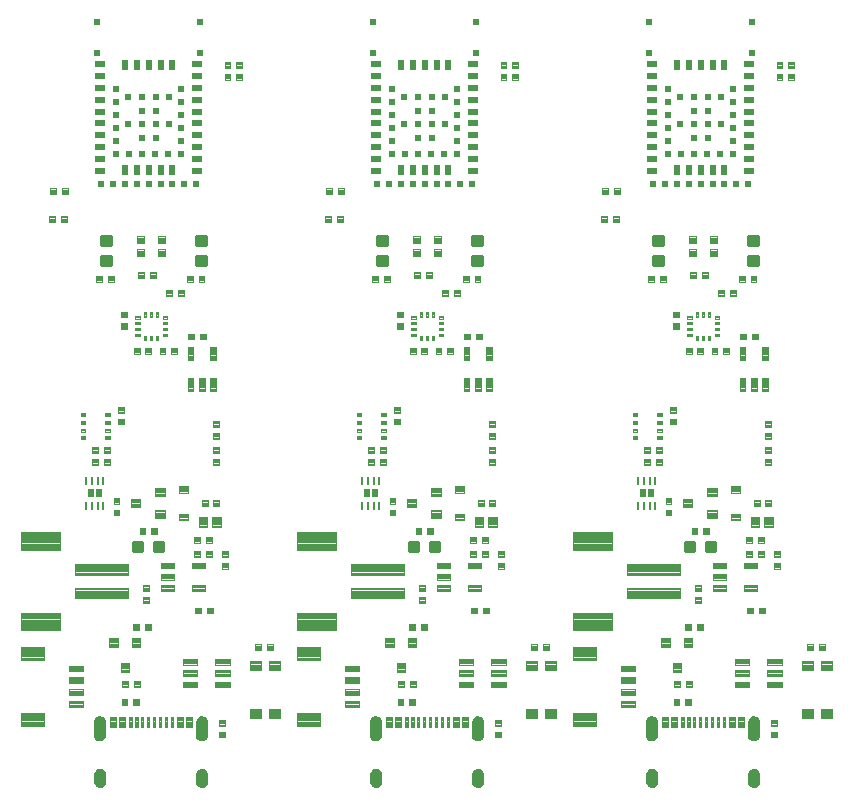
<source format=gtp>
G04 EAGLE Gerber RS-274X export*
G75*
%MOMM*%
%FSLAX34Y34*%
%LPD*%
%INSolderpaste Top*%
%IPPOS*%
%AMOC8*
5,1,8,0,0,1.08239X$1,22.5*%
G01*
%ADD10C,0.102000*%
%ADD11C,0.099000*%
%ADD12R,0.500000X0.500000*%
%ADD13R,0.950000X0.500000*%
%ADD14R,0.500000X0.950000*%
%ADD15C,0.100000*%
%ADD16C,0.096000*%
%ADD17C,0.300000*%
%ADD18C,0.104000*%
%ADD19C,0.100800*%
%ADD20R,0.250000X0.637500*%
%ADD21R,0.500000X0.640000*%
%ADD22C,0.105000*%
%ADD23C,0.101500*%

G36*
X390980Y42427D02*
X390980Y42427D01*
X390981Y42427D01*
X392049Y42446D01*
X392056Y42451D01*
X392060Y42447D01*
X393097Y42703D01*
X393102Y42710D01*
X393108Y42707D01*
X394062Y43188D01*
X394066Y43195D01*
X394071Y43194D01*
X394895Y43875D01*
X394896Y43883D01*
X394902Y43883D01*
X395553Y44730D01*
X395553Y44738D01*
X395559Y44739D01*
X396006Y45710D01*
X396004Y45718D01*
X396009Y45720D01*
X396228Y46766D01*
X396225Y46773D01*
X396229Y46776D01*
X396229Y58776D01*
X396226Y58781D01*
X396229Y58784D01*
X396049Y59879D01*
X396043Y59885D01*
X396046Y59890D01*
X395627Y60918D01*
X395620Y60922D01*
X395622Y60927D01*
X394985Y61836D01*
X394977Y61839D01*
X394977Y61844D01*
X394154Y62588D01*
X394146Y62589D01*
X394145Y62595D01*
X393177Y63137D01*
X393168Y63136D01*
X393166Y63142D01*
X392102Y63455D01*
X392097Y63453D01*
X392093Y63453D01*
X392091Y63457D01*
X390983Y63525D01*
X390977Y63521D01*
X390973Y63525D01*
X389865Y63355D01*
X389859Y63349D01*
X389854Y63352D01*
X388812Y62940D01*
X388808Y62933D01*
X388803Y62935D01*
X387878Y62301D01*
X387876Y62293D01*
X387870Y62294D01*
X387110Y61471D01*
X387109Y61462D01*
X387103Y61462D01*
X386546Y60490D01*
X386547Y60482D01*
X386541Y60480D01*
X386214Y59408D01*
X386217Y59400D01*
X386212Y59397D01*
X386131Y58280D01*
X386132Y58277D01*
X386131Y58276D01*
X386131Y46276D01*
X386136Y46269D01*
X386132Y46265D01*
X386351Y45321D01*
X386357Y45315D01*
X386355Y45310D01*
X386779Y44438D01*
X386786Y44435D01*
X386784Y44429D01*
X387391Y43673D01*
X387399Y43671D01*
X387399Y43665D01*
X388159Y43064D01*
X388168Y43064D01*
X388169Y43058D01*
X389044Y42640D01*
X389052Y42642D01*
X389054Y42637D01*
X390000Y42425D01*
X390007Y42428D01*
X390011Y42423D01*
X390980Y42427D01*
G37*
G36*
X157300Y42427D02*
X157300Y42427D01*
X157301Y42427D01*
X158369Y42446D01*
X158376Y42451D01*
X158380Y42447D01*
X159417Y42703D01*
X159422Y42710D01*
X159428Y42707D01*
X160382Y43188D01*
X160386Y43195D01*
X160391Y43194D01*
X161215Y43875D01*
X161216Y43883D01*
X161222Y43883D01*
X161873Y44730D01*
X161873Y44738D01*
X161879Y44739D01*
X162326Y45710D01*
X162324Y45718D01*
X162329Y45720D01*
X162548Y46766D01*
X162545Y46773D01*
X162549Y46776D01*
X162549Y58776D01*
X162546Y58781D01*
X162549Y58784D01*
X162369Y59879D01*
X162363Y59885D01*
X162366Y59890D01*
X161947Y60918D01*
X161940Y60922D01*
X161942Y60927D01*
X161305Y61836D01*
X161297Y61839D01*
X161297Y61844D01*
X160474Y62588D01*
X160466Y62589D01*
X160465Y62595D01*
X159497Y63137D01*
X159488Y63136D01*
X159486Y63142D01*
X158422Y63455D01*
X158417Y63453D01*
X158413Y63453D01*
X158411Y63457D01*
X157303Y63525D01*
X157297Y63521D01*
X157293Y63525D01*
X156185Y63355D01*
X156179Y63349D01*
X156174Y63352D01*
X155132Y62940D01*
X155128Y62933D01*
X155123Y62935D01*
X154198Y62301D01*
X154196Y62293D01*
X154190Y62294D01*
X153430Y61471D01*
X153429Y61462D01*
X153423Y61462D01*
X152866Y60490D01*
X152867Y60482D01*
X152861Y60480D01*
X152534Y59408D01*
X152537Y59400D01*
X152532Y59397D01*
X152451Y58280D01*
X152452Y58277D01*
X152451Y58276D01*
X152451Y46276D01*
X152456Y46269D01*
X152452Y46265D01*
X152671Y45321D01*
X152677Y45315D01*
X152675Y45310D01*
X153099Y44438D01*
X153106Y44435D01*
X153104Y44429D01*
X153711Y43673D01*
X153719Y43671D01*
X153719Y43665D01*
X154479Y43064D01*
X154488Y43064D01*
X154489Y43058D01*
X155364Y42640D01*
X155372Y42642D01*
X155374Y42637D01*
X156320Y42425D01*
X156327Y42428D01*
X156331Y42423D01*
X157300Y42427D01*
G37*
G36*
X624660Y42427D02*
X624660Y42427D01*
X624661Y42427D01*
X625729Y42446D01*
X625736Y42451D01*
X625740Y42447D01*
X626777Y42703D01*
X626782Y42710D01*
X626788Y42707D01*
X627742Y43188D01*
X627746Y43195D01*
X627751Y43194D01*
X628575Y43875D01*
X628576Y43883D01*
X628582Y43883D01*
X629233Y44730D01*
X629233Y44738D01*
X629239Y44739D01*
X629686Y45710D01*
X629684Y45718D01*
X629689Y45720D01*
X629908Y46766D01*
X629905Y46773D01*
X629909Y46776D01*
X629909Y58776D01*
X629906Y58781D01*
X629909Y58784D01*
X629729Y59879D01*
X629723Y59885D01*
X629726Y59890D01*
X629307Y60918D01*
X629300Y60922D01*
X629302Y60927D01*
X628665Y61836D01*
X628657Y61839D01*
X628657Y61844D01*
X627834Y62588D01*
X627826Y62589D01*
X627825Y62595D01*
X626857Y63137D01*
X626848Y63136D01*
X626846Y63142D01*
X625782Y63455D01*
X625777Y63453D01*
X625773Y63453D01*
X625771Y63457D01*
X624663Y63525D01*
X624657Y63521D01*
X624653Y63525D01*
X623545Y63355D01*
X623539Y63349D01*
X623534Y63352D01*
X622492Y62940D01*
X622488Y62933D01*
X622483Y62935D01*
X621558Y62301D01*
X621556Y62293D01*
X621550Y62294D01*
X620790Y61471D01*
X620789Y61462D01*
X620783Y61462D01*
X620226Y60490D01*
X620227Y60482D01*
X620221Y60480D01*
X619894Y59408D01*
X619897Y59400D01*
X619892Y59397D01*
X619811Y58280D01*
X619812Y58277D01*
X619811Y58276D01*
X619811Y46276D01*
X619816Y46269D01*
X619812Y46265D01*
X620031Y45321D01*
X620037Y45315D01*
X620035Y45310D01*
X620459Y44438D01*
X620466Y44435D01*
X620464Y44429D01*
X621071Y43673D01*
X621079Y43671D01*
X621079Y43665D01*
X621839Y43064D01*
X621848Y43064D01*
X621849Y43058D01*
X622724Y42640D01*
X622732Y42642D01*
X622734Y42637D01*
X623680Y42425D01*
X623687Y42428D01*
X623691Y42423D01*
X624660Y42427D01*
G37*
G36*
X539241Y42436D02*
X539241Y42436D01*
X539248Y42441D01*
X539252Y42437D01*
X540304Y42687D01*
X540309Y42693D01*
X540314Y42690D01*
X541284Y43167D01*
X541287Y43175D01*
X541293Y43173D01*
X542132Y43854D01*
X542134Y43862D01*
X542140Y43862D01*
X542806Y44713D01*
X542807Y44721D01*
X542812Y44722D01*
X543273Y45699D01*
X543271Y45707D01*
X543277Y45710D01*
X543508Y46765D01*
X543505Y46773D01*
X543509Y46776D01*
X543509Y58776D01*
X543505Y58781D01*
X543509Y58784D01*
X543316Y59890D01*
X543310Y59895D01*
X543313Y59900D01*
X542880Y60935D01*
X542873Y60939D01*
X542875Y60944D01*
X542222Y61857D01*
X542214Y61859D01*
X542215Y61865D01*
X541376Y62609D01*
X541367Y62610D01*
X541367Y62615D01*
X540383Y63154D01*
X540375Y63153D01*
X540373Y63158D01*
X539294Y63465D01*
X539286Y63462D01*
X539283Y63467D01*
X538163Y63525D01*
X538158Y63522D01*
X538155Y63525D01*
X537109Y63407D01*
X537103Y63401D01*
X537098Y63405D01*
X536104Y63057D01*
X536100Y63050D01*
X536095Y63052D01*
X535203Y62492D01*
X535201Y62485D01*
X535195Y62485D01*
X534451Y61741D01*
X534449Y61733D01*
X534444Y61733D01*
X533884Y60841D01*
X533884Y60833D01*
X533879Y60832D01*
X533531Y59838D01*
X533534Y59830D01*
X533529Y59827D01*
X533411Y58782D01*
X533413Y58778D01*
X533411Y58776D01*
X533411Y46776D01*
X533414Y46771D01*
X533411Y46768D01*
X533569Y45772D01*
X533575Y45766D01*
X533572Y45761D01*
X533947Y44825D01*
X533954Y44821D01*
X533952Y44815D01*
X534526Y43986D01*
X534534Y43983D01*
X534533Y43978D01*
X535277Y43297D01*
X535286Y43296D01*
X535286Y43290D01*
X536163Y42792D01*
X536172Y42793D01*
X536174Y42788D01*
X537139Y42497D01*
X537147Y42500D01*
X537150Y42495D01*
X538157Y42427D01*
X538159Y42428D01*
X538160Y42427D01*
X539241Y42436D01*
G37*
G36*
X305561Y42436D02*
X305561Y42436D01*
X305568Y42441D01*
X305572Y42437D01*
X306624Y42687D01*
X306629Y42693D01*
X306634Y42690D01*
X307604Y43167D01*
X307607Y43175D01*
X307613Y43173D01*
X308452Y43854D01*
X308454Y43862D01*
X308460Y43862D01*
X309126Y44713D01*
X309127Y44721D01*
X309132Y44722D01*
X309593Y45699D01*
X309591Y45707D01*
X309597Y45710D01*
X309828Y46765D01*
X309825Y46773D01*
X309829Y46776D01*
X309829Y58776D01*
X309825Y58781D01*
X309829Y58784D01*
X309636Y59890D01*
X309630Y59895D01*
X309633Y59900D01*
X309200Y60935D01*
X309193Y60939D01*
X309195Y60944D01*
X308542Y61857D01*
X308534Y61859D01*
X308535Y61865D01*
X307696Y62609D01*
X307687Y62610D01*
X307687Y62615D01*
X306703Y63154D01*
X306695Y63153D01*
X306693Y63158D01*
X305614Y63465D01*
X305606Y63462D01*
X305603Y63467D01*
X304483Y63525D01*
X304478Y63522D01*
X304475Y63525D01*
X303429Y63407D01*
X303423Y63401D01*
X303418Y63405D01*
X302424Y63057D01*
X302420Y63050D01*
X302415Y63052D01*
X301523Y62492D01*
X301521Y62485D01*
X301515Y62485D01*
X300771Y61741D01*
X300769Y61733D01*
X300764Y61733D01*
X300204Y60841D01*
X300204Y60833D01*
X300199Y60832D01*
X299851Y59838D01*
X299854Y59830D01*
X299849Y59827D01*
X299731Y58782D01*
X299733Y58778D01*
X299731Y58776D01*
X299731Y46776D01*
X299734Y46771D01*
X299731Y46768D01*
X299889Y45772D01*
X299895Y45766D01*
X299892Y45761D01*
X300267Y44825D01*
X300274Y44821D01*
X300272Y44815D01*
X300846Y43986D01*
X300854Y43983D01*
X300853Y43978D01*
X301597Y43297D01*
X301606Y43296D01*
X301606Y43290D01*
X302483Y42792D01*
X302492Y42793D01*
X302494Y42788D01*
X303459Y42497D01*
X303467Y42500D01*
X303470Y42495D01*
X304477Y42427D01*
X304479Y42428D01*
X304480Y42427D01*
X305561Y42436D01*
G37*
G36*
X71881Y42436D02*
X71881Y42436D01*
X71888Y42441D01*
X71892Y42437D01*
X72944Y42687D01*
X72949Y42693D01*
X72954Y42690D01*
X73924Y43167D01*
X73927Y43175D01*
X73933Y43173D01*
X74772Y43854D01*
X74774Y43862D01*
X74780Y43862D01*
X75446Y44713D01*
X75447Y44721D01*
X75452Y44722D01*
X75913Y45699D01*
X75911Y45707D01*
X75917Y45710D01*
X76148Y46765D01*
X76145Y46773D01*
X76149Y46776D01*
X76149Y58776D01*
X76145Y58781D01*
X76149Y58784D01*
X75956Y59890D01*
X75950Y59895D01*
X75953Y59900D01*
X75520Y60935D01*
X75513Y60939D01*
X75515Y60944D01*
X74862Y61857D01*
X74854Y61859D01*
X74855Y61865D01*
X74016Y62609D01*
X74007Y62610D01*
X74007Y62615D01*
X73023Y63154D01*
X73015Y63153D01*
X73013Y63158D01*
X71934Y63465D01*
X71926Y63462D01*
X71923Y63467D01*
X70803Y63525D01*
X70798Y63522D01*
X70795Y63525D01*
X69749Y63407D01*
X69743Y63401D01*
X69738Y63405D01*
X68744Y63057D01*
X68740Y63050D01*
X68735Y63052D01*
X67843Y62492D01*
X67841Y62485D01*
X67835Y62485D01*
X67091Y61741D01*
X67089Y61733D01*
X67084Y61733D01*
X66524Y60841D01*
X66524Y60833D01*
X66519Y60832D01*
X66171Y59838D01*
X66174Y59830D01*
X66169Y59827D01*
X66051Y58782D01*
X66053Y58778D01*
X66051Y58776D01*
X66051Y46776D01*
X66054Y46771D01*
X66051Y46768D01*
X66209Y45772D01*
X66215Y45766D01*
X66212Y45761D01*
X66587Y44825D01*
X66594Y44821D01*
X66592Y44815D01*
X67166Y43986D01*
X67174Y43983D01*
X67173Y43978D01*
X67917Y43297D01*
X67926Y43296D01*
X67926Y43290D01*
X68803Y42792D01*
X68812Y42793D01*
X68814Y42788D01*
X69779Y42497D01*
X69787Y42500D01*
X69790Y42495D01*
X70797Y42427D01*
X70799Y42428D01*
X70800Y42427D01*
X71881Y42436D01*
G37*
G36*
X625164Y2931D02*
X625164Y2931D01*
X625167Y2927D01*
X626243Y3082D01*
X626248Y3088D01*
X626253Y3085D01*
X627267Y3475D01*
X627271Y3482D01*
X627277Y3481D01*
X628179Y4087D01*
X628181Y4095D01*
X628187Y4094D01*
X628931Y4886D01*
X628932Y4894D01*
X628938Y4894D01*
X629487Y5832D01*
X629486Y5840D01*
X629492Y5842D01*
X629819Y6878D01*
X629816Y6886D01*
X629821Y6889D01*
X629909Y7972D01*
X629907Y7975D01*
X629909Y7976D01*
X629909Y13976D01*
X629906Y13980D01*
X629909Y13982D01*
X629759Y15115D01*
X629753Y15121D01*
X629756Y15126D01*
X629358Y16196D01*
X629351Y16200D01*
X629353Y16206D01*
X628726Y17161D01*
X628718Y17164D01*
X628719Y17169D01*
X627896Y17961D01*
X627888Y17962D01*
X627887Y17968D01*
X626908Y18557D01*
X626900Y18556D01*
X626898Y18561D01*
X625813Y18917D01*
X625805Y18915D01*
X625802Y18919D01*
X624665Y19025D01*
X624656Y19020D01*
X624651Y19024D01*
X623514Y18817D01*
X623508Y18811D01*
X623503Y18814D01*
X622441Y18359D01*
X622437Y18352D01*
X622431Y18354D01*
X621496Y17674D01*
X621494Y17666D01*
X621488Y17667D01*
X620728Y16796D01*
X620728Y16788D01*
X620722Y16787D01*
X620175Y15768D01*
X620176Y15760D01*
X620171Y15758D01*
X620167Y15745D01*
X620154Y15696D01*
X620153Y15696D01*
X620154Y15696D01*
X620140Y15647D01*
X620126Y15597D01*
X620113Y15548D01*
X620099Y15499D01*
X620086Y15450D01*
X620072Y15400D01*
X620059Y15351D01*
X620045Y15302D01*
X620031Y15253D01*
X620018Y15203D01*
X620004Y15154D01*
X619991Y15105D01*
X619977Y15056D01*
X619964Y15006D01*
X619950Y14957D01*
X619937Y14908D01*
X619936Y14908D01*
X619923Y14859D01*
X619909Y14809D01*
X619864Y14644D01*
X619867Y14636D01*
X619862Y14633D01*
X619811Y13478D01*
X619812Y13477D01*
X619811Y13476D01*
X619811Y7476D01*
X619815Y7470D01*
X619812Y7467D01*
X620024Y6386D01*
X620030Y6381D01*
X620027Y6376D01*
X620474Y5370D01*
X620481Y5366D01*
X620479Y5360D01*
X621139Y4479D01*
X621147Y4476D01*
X621147Y4471D01*
X621986Y3758D01*
X621994Y3758D01*
X621995Y3752D01*
X622972Y3244D01*
X622980Y3245D01*
X622982Y3240D01*
X624047Y2962D01*
X624055Y2965D01*
X624058Y2961D01*
X625159Y2927D01*
X625164Y2931D01*
G37*
G36*
X157804Y2931D02*
X157804Y2931D01*
X157807Y2927D01*
X158883Y3082D01*
X158888Y3088D01*
X158893Y3085D01*
X159907Y3475D01*
X159911Y3482D01*
X159917Y3481D01*
X160819Y4087D01*
X160821Y4095D01*
X160827Y4094D01*
X161571Y4886D01*
X161572Y4894D01*
X161578Y4894D01*
X162127Y5832D01*
X162126Y5840D01*
X162132Y5842D01*
X162459Y6878D01*
X162456Y6886D01*
X162461Y6889D01*
X162549Y7972D01*
X162547Y7975D01*
X162549Y7976D01*
X162549Y13976D01*
X162546Y13980D01*
X162549Y13982D01*
X162399Y15115D01*
X162393Y15121D01*
X162396Y15126D01*
X161998Y16196D01*
X161991Y16200D01*
X161993Y16206D01*
X161366Y17161D01*
X161358Y17164D01*
X161359Y17169D01*
X160536Y17961D01*
X160528Y17962D01*
X160527Y17968D01*
X159548Y18557D01*
X159540Y18556D01*
X159538Y18561D01*
X158453Y18917D01*
X158445Y18915D01*
X158442Y18919D01*
X157305Y19025D01*
X157296Y19020D01*
X157291Y19024D01*
X156154Y18817D01*
X156148Y18811D01*
X156143Y18814D01*
X155081Y18359D01*
X155077Y18352D01*
X155071Y18354D01*
X154136Y17674D01*
X154134Y17666D01*
X154128Y17667D01*
X153368Y16796D01*
X153368Y16788D01*
X153362Y16787D01*
X152815Y15768D01*
X152816Y15760D01*
X152811Y15758D01*
X152807Y15745D01*
X152794Y15696D01*
X152793Y15696D01*
X152794Y15696D01*
X152780Y15647D01*
X152766Y15597D01*
X152753Y15548D01*
X152739Y15499D01*
X152726Y15450D01*
X152712Y15400D01*
X152699Y15351D01*
X152685Y15302D01*
X152671Y15253D01*
X152658Y15203D01*
X152644Y15154D01*
X152631Y15105D01*
X152617Y15056D01*
X152604Y15006D01*
X152590Y14957D01*
X152577Y14908D01*
X152576Y14908D01*
X152563Y14859D01*
X152549Y14809D01*
X152504Y14644D01*
X152507Y14636D01*
X152502Y14633D01*
X152451Y13478D01*
X152452Y13477D01*
X152451Y13476D01*
X152451Y7476D01*
X152455Y7470D01*
X152452Y7467D01*
X152664Y6386D01*
X152670Y6381D01*
X152667Y6376D01*
X153114Y5370D01*
X153121Y5366D01*
X153119Y5360D01*
X153779Y4479D01*
X153787Y4476D01*
X153787Y4471D01*
X154626Y3758D01*
X154634Y3758D01*
X154635Y3752D01*
X155612Y3244D01*
X155620Y3245D01*
X155622Y3240D01*
X156687Y2962D01*
X156695Y2965D01*
X156698Y2961D01*
X157799Y2927D01*
X157804Y2931D01*
G37*
G36*
X391484Y2931D02*
X391484Y2931D01*
X391487Y2927D01*
X392563Y3082D01*
X392568Y3088D01*
X392573Y3085D01*
X393587Y3475D01*
X393591Y3482D01*
X393597Y3481D01*
X394499Y4087D01*
X394501Y4095D01*
X394507Y4094D01*
X395251Y4886D01*
X395252Y4894D01*
X395258Y4894D01*
X395807Y5832D01*
X395806Y5840D01*
X395812Y5842D01*
X396139Y6878D01*
X396136Y6886D01*
X396141Y6889D01*
X396229Y7972D01*
X396227Y7975D01*
X396229Y7976D01*
X396229Y13976D01*
X396226Y13980D01*
X396229Y13982D01*
X396079Y15115D01*
X396073Y15121D01*
X396076Y15126D01*
X395678Y16196D01*
X395671Y16200D01*
X395673Y16206D01*
X395046Y17161D01*
X395038Y17164D01*
X395039Y17169D01*
X394216Y17961D01*
X394208Y17962D01*
X394207Y17968D01*
X393228Y18557D01*
X393220Y18556D01*
X393218Y18561D01*
X392133Y18917D01*
X392125Y18915D01*
X392122Y18919D01*
X390985Y19025D01*
X390976Y19020D01*
X390971Y19024D01*
X389834Y18817D01*
X389828Y18811D01*
X389823Y18814D01*
X388761Y18359D01*
X388757Y18352D01*
X388751Y18354D01*
X387816Y17674D01*
X387814Y17666D01*
X387808Y17667D01*
X387048Y16796D01*
X387048Y16788D01*
X387042Y16787D01*
X386495Y15768D01*
X386496Y15760D01*
X386491Y15758D01*
X386487Y15745D01*
X386474Y15696D01*
X386473Y15696D01*
X386474Y15696D01*
X386460Y15647D01*
X386446Y15597D01*
X386433Y15548D01*
X386419Y15499D01*
X386406Y15450D01*
X386392Y15400D01*
X386379Y15351D01*
X386365Y15302D01*
X386351Y15253D01*
X386338Y15203D01*
X386324Y15154D01*
X386311Y15105D01*
X386297Y15056D01*
X386284Y15006D01*
X386270Y14957D01*
X386257Y14908D01*
X386256Y14908D01*
X386243Y14859D01*
X386229Y14809D01*
X386184Y14644D01*
X386187Y14636D01*
X386182Y14633D01*
X386131Y13478D01*
X386132Y13477D01*
X386131Y13476D01*
X386131Y7476D01*
X386135Y7470D01*
X386132Y7467D01*
X386344Y6386D01*
X386350Y6381D01*
X386347Y6376D01*
X386794Y5370D01*
X386801Y5366D01*
X386799Y5360D01*
X387459Y4479D01*
X387467Y4476D01*
X387467Y4471D01*
X388306Y3758D01*
X388314Y3758D01*
X388315Y3752D01*
X389292Y3244D01*
X389300Y3245D01*
X389302Y3240D01*
X390367Y2962D01*
X390375Y2965D01*
X390378Y2961D01*
X391479Y2927D01*
X391484Y2931D01*
G37*
G36*
X304982Y2931D02*
X304982Y2931D01*
X304987Y2927D01*
X306074Y3072D01*
X306080Y3078D01*
X306085Y3075D01*
X307113Y3459D01*
X307118Y3465D01*
X307123Y3464D01*
X308040Y4066D01*
X308043Y4074D01*
X308049Y4073D01*
X308809Y4865D01*
X308810Y4873D01*
X308816Y4874D01*
X309380Y5815D01*
X309380Y5818D01*
X309381Y5819D01*
X309380Y5821D01*
X309379Y5823D01*
X309385Y5825D01*
X309726Y6868D01*
X309724Y6876D01*
X309728Y6879D01*
X309829Y7972D01*
X309827Y7974D01*
X309829Y7976D01*
X309829Y13976D01*
X309827Y13979D01*
X309829Y13981D01*
X309728Y15073D01*
X309723Y15079D01*
X309726Y15084D01*
X309385Y16127D01*
X309378Y16132D01*
X309380Y16137D01*
X308816Y17078D01*
X308808Y17081D01*
X308809Y17087D01*
X308049Y17879D01*
X308041Y17880D01*
X308040Y17886D01*
X307123Y18489D01*
X307115Y18488D01*
X307113Y18494D01*
X306085Y18877D01*
X306077Y18875D01*
X306074Y18880D01*
X304987Y19025D01*
X304979Y19021D01*
X304975Y19025D01*
X303838Y18919D01*
X303832Y18914D01*
X303827Y18917D01*
X302742Y18561D01*
X302737Y18554D01*
X302732Y18557D01*
X301753Y17968D01*
X301750Y17960D01*
X301744Y17961D01*
X300921Y17169D01*
X300920Y17161D01*
X300914Y17161D01*
X300287Y16206D01*
X300288Y16198D01*
X300282Y16196D01*
X299884Y15126D01*
X299886Y15118D01*
X299881Y15115D01*
X299731Y13982D01*
X299734Y13978D01*
X299731Y13976D01*
X299731Y7976D01*
X299734Y7972D01*
X299731Y7970D01*
X299881Y6837D01*
X299887Y6831D01*
X299884Y6826D01*
X300282Y5756D01*
X300289Y5752D01*
X300287Y5746D01*
X300914Y4791D01*
X300922Y4788D01*
X300921Y4783D01*
X301744Y3991D01*
X301752Y3990D01*
X301753Y3984D01*
X302732Y3395D01*
X302740Y3396D01*
X302742Y3391D01*
X303827Y3035D01*
X303835Y3038D01*
X303838Y3033D01*
X304975Y2927D01*
X304982Y2931D01*
G37*
G36*
X71302Y2931D02*
X71302Y2931D01*
X71307Y2927D01*
X72394Y3072D01*
X72400Y3078D01*
X72405Y3075D01*
X73433Y3459D01*
X73438Y3465D01*
X73443Y3464D01*
X74360Y4066D01*
X74363Y4074D01*
X74369Y4073D01*
X75129Y4865D01*
X75130Y4873D01*
X75136Y4874D01*
X75700Y5815D01*
X75700Y5818D01*
X75701Y5819D01*
X75700Y5821D01*
X75699Y5823D01*
X75705Y5825D01*
X76046Y6868D01*
X76044Y6876D01*
X76048Y6879D01*
X76149Y7972D01*
X76147Y7974D01*
X76149Y7976D01*
X76149Y13976D01*
X76147Y13979D01*
X76149Y13981D01*
X76048Y15073D01*
X76043Y15079D01*
X76046Y15084D01*
X75705Y16127D01*
X75698Y16132D01*
X75700Y16137D01*
X75136Y17078D01*
X75128Y17081D01*
X75129Y17087D01*
X74369Y17879D01*
X74361Y17880D01*
X74360Y17886D01*
X73443Y18489D01*
X73435Y18488D01*
X73433Y18494D01*
X72405Y18877D01*
X72397Y18875D01*
X72394Y18880D01*
X71307Y19025D01*
X71299Y19021D01*
X71295Y19025D01*
X70158Y18919D01*
X70152Y18914D01*
X70147Y18917D01*
X69062Y18561D01*
X69057Y18554D01*
X69052Y18557D01*
X68073Y17968D01*
X68070Y17960D01*
X68064Y17961D01*
X67241Y17169D01*
X67240Y17161D01*
X67234Y17161D01*
X66607Y16206D01*
X66608Y16198D01*
X66602Y16196D01*
X66204Y15126D01*
X66206Y15118D01*
X66201Y15115D01*
X66051Y13982D01*
X66054Y13978D01*
X66051Y13976D01*
X66051Y7976D01*
X66054Y7972D01*
X66051Y7970D01*
X66201Y6837D01*
X66207Y6831D01*
X66204Y6826D01*
X66602Y5756D01*
X66609Y5752D01*
X66607Y5746D01*
X67234Y4791D01*
X67242Y4788D01*
X67241Y4783D01*
X68064Y3991D01*
X68072Y3990D01*
X68073Y3984D01*
X69052Y3395D01*
X69060Y3396D01*
X69062Y3391D01*
X70147Y3035D01*
X70155Y3038D01*
X70158Y3033D01*
X71295Y2927D01*
X71302Y2931D01*
G37*
G36*
X538662Y2931D02*
X538662Y2931D01*
X538667Y2927D01*
X539754Y3072D01*
X539760Y3078D01*
X539765Y3075D01*
X540793Y3459D01*
X540798Y3465D01*
X540803Y3464D01*
X541720Y4066D01*
X541723Y4074D01*
X541729Y4073D01*
X542489Y4865D01*
X542490Y4873D01*
X542496Y4874D01*
X543060Y5815D01*
X543060Y5818D01*
X543061Y5819D01*
X543060Y5821D01*
X543059Y5823D01*
X543065Y5825D01*
X543406Y6868D01*
X543404Y6876D01*
X543408Y6879D01*
X543509Y7972D01*
X543507Y7974D01*
X543509Y7976D01*
X543509Y13976D01*
X543507Y13979D01*
X543509Y13981D01*
X543408Y15073D01*
X543403Y15079D01*
X543406Y15084D01*
X543065Y16127D01*
X543058Y16132D01*
X543060Y16137D01*
X542496Y17078D01*
X542488Y17081D01*
X542489Y17087D01*
X541729Y17879D01*
X541721Y17880D01*
X541720Y17886D01*
X540803Y18489D01*
X540795Y18488D01*
X540793Y18494D01*
X539765Y18877D01*
X539757Y18875D01*
X539754Y18880D01*
X538667Y19025D01*
X538659Y19021D01*
X538655Y19025D01*
X537518Y18919D01*
X537512Y18914D01*
X537507Y18917D01*
X536422Y18561D01*
X536417Y18554D01*
X536412Y18557D01*
X535433Y17968D01*
X535430Y17960D01*
X535424Y17961D01*
X534601Y17169D01*
X534600Y17161D01*
X534594Y17161D01*
X533967Y16206D01*
X533968Y16198D01*
X533962Y16196D01*
X533564Y15126D01*
X533566Y15118D01*
X533561Y15115D01*
X533411Y13982D01*
X533414Y13978D01*
X533411Y13976D01*
X533411Y7976D01*
X533414Y7972D01*
X533411Y7970D01*
X533561Y6837D01*
X533567Y6831D01*
X533564Y6826D01*
X533962Y5756D01*
X533969Y5752D01*
X533967Y5746D01*
X534594Y4791D01*
X534602Y4788D01*
X534601Y4783D01*
X535424Y3991D01*
X535432Y3990D01*
X535433Y3984D01*
X536412Y3395D01*
X536420Y3396D01*
X536422Y3391D01*
X537507Y3035D01*
X537515Y3038D01*
X537518Y3033D01*
X538655Y2927D01*
X538662Y2931D01*
G37*
D10*
X122790Y54086D02*
X120810Y54086D01*
X120810Y63066D01*
X122790Y63066D01*
X122790Y54086D01*
X122790Y55055D02*
X120810Y55055D01*
X120810Y56024D02*
X122790Y56024D01*
X122790Y56993D02*
X120810Y56993D01*
X120810Y57962D02*
X122790Y57962D01*
X122790Y58931D02*
X120810Y58931D01*
X120810Y59900D02*
X122790Y59900D01*
X122790Y60869D02*
X120810Y60869D01*
X120810Y61838D02*
X122790Y61838D01*
X122790Y62807D02*
X120810Y62807D01*
X117790Y54086D02*
X115810Y54086D01*
X115810Y63066D01*
X117790Y63066D01*
X117790Y54086D01*
X117790Y55055D02*
X115810Y55055D01*
X115810Y56024D02*
X117790Y56024D01*
X117790Y56993D02*
X115810Y56993D01*
X115810Y57962D02*
X117790Y57962D01*
X117790Y58931D02*
X115810Y58931D01*
X115810Y59900D02*
X117790Y59900D01*
X117790Y60869D02*
X115810Y60869D01*
X115810Y61838D02*
X117790Y61838D01*
X117790Y62807D02*
X115810Y62807D01*
X144060Y54086D02*
X149040Y54086D01*
X144060Y54086D02*
X144060Y63066D01*
X149040Y63066D01*
X149040Y54086D01*
X149040Y55055D02*
X144060Y55055D01*
X144060Y56024D02*
X149040Y56024D01*
X149040Y56993D02*
X144060Y56993D01*
X144060Y57962D02*
X149040Y57962D01*
X149040Y58931D02*
X144060Y58931D01*
X144060Y59900D02*
X149040Y59900D01*
X149040Y60869D02*
X144060Y60869D01*
X144060Y61838D02*
X149040Y61838D01*
X149040Y62807D02*
X144060Y62807D01*
X141290Y54086D02*
X136310Y54086D01*
X136310Y63066D01*
X141290Y63066D01*
X141290Y54086D01*
X141290Y55055D02*
X136310Y55055D01*
X136310Y56024D02*
X141290Y56024D01*
X141290Y56993D02*
X136310Y56993D01*
X136310Y57962D02*
X141290Y57962D01*
X141290Y58931D02*
X136310Y58931D01*
X136310Y59900D02*
X141290Y59900D01*
X141290Y60869D02*
X136310Y60869D01*
X136310Y61838D02*
X141290Y61838D01*
X141290Y62807D02*
X136310Y62807D01*
X132790Y54086D02*
X130810Y54086D01*
X130810Y63066D01*
X132790Y63066D01*
X132790Y54086D01*
X132790Y55055D02*
X130810Y55055D01*
X130810Y56024D02*
X132790Y56024D01*
X132790Y56993D02*
X130810Y56993D01*
X130810Y57962D02*
X132790Y57962D01*
X132790Y58931D02*
X130810Y58931D01*
X130810Y59900D02*
X132790Y59900D01*
X132790Y60869D02*
X130810Y60869D01*
X130810Y61838D02*
X132790Y61838D01*
X132790Y62807D02*
X130810Y62807D01*
X127790Y54086D02*
X125810Y54086D01*
X125810Y63066D01*
X127790Y63066D01*
X127790Y54086D01*
X127790Y55055D02*
X125810Y55055D01*
X125810Y56024D02*
X127790Y56024D01*
X127790Y56993D02*
X125810Y56993D01*
X125810Y57962D02*
X127790Y57962D01*
X127790Y58931D02*
X125810Y58931D01*
X125810Y59900D02*
X127790Y59900D01*
X127790Y60869D02*
X125810Y60869D01*
X125810Y61838D02*
X127790Y61838D01*
X127790Y62807D02*
X125810Y62807D01*
X107790Y63066D02*
X105810Y63066D01*
X107790Y63066D02*
X107790Y54086D01*
X105810Y54086D01*
X105810Y63066D01*
X105810Y55055D02*
X107790Y55055D01*
X107790Y56024D02*
X105810Y56024D01*
X105810Y56993D02*
X107790Y56993D01*
X107790Y57962D02*
X105810Y57962D01*
X105810Y58931D02*
X107790Y58931D01*
X107790Y59900D02*
X105810Y59900D01*
X105810Y60869D02*
X107790Y60869D01*
X107790Y61838D02*
X105810Y61838D01*
X105810Y62807D02*
X107790Y62807D01*
X110810Y63066D02*
X112790Y63066D01*
X112790Y54086D01*
X110810Y54086D01*
X110810Y63066D01*
X110810Y55055D02*
X112790Y55055D01*
X112790Y56024D02*
X110810Y56024D01*
X110810Y56993D02*
X112790Y56993D01*
X112790Y57962D02*
X110810Y57962D01*
X110810Y58931D02*
X112790Y58931D01*
X112790Y59900D02*
X110810Y59900D01*
X110810Y60869D02*
X112790Y60869D01*
X112790Y61838D02*
X110810Y61838D01*
X110810Y62807D02*
X112790Y62807D01*
X84540Y63066D02*
X79560Y63066D01*
X84540Y63066D02*
X84540Y54086D01*
X79560Y54086D01*
X79560Y63066D01*
X79560Y55055D02*
X84540Y55055D01*
X84540Y56024D02*
X79560Y56024D01*
X79560Y56993D02*
X84540Y56993D01*
X84540Y57962D02*
X79560Y57962D01*
X79560Y58931D02*
X84540Y58931D01*
X84540Y59900D02*
X79560Y59900D01*
X79560Y60869D02*
X84540Y60869D01*
X84540Y61838D02*
X79560Y61838D01*
X79560Y62807D02*
X84540Y62807D01*
X87310Y63066D02*
X92290Y63066D01*
X92290Y54086D01*
X87310Y54086D01*
X87310Y63066D01*
X87310Y55055D02*
X92290Y55055D01*
X92290Y56024D02*
X87310Y56024D01*
X87310Y56993D02*
X92290Y56993D01*
X92290Y57962D02*
X87310Y57962D01*
X87310Y58931D02*
X92290Y58931D01*
X92290Y59900D02*
X87310Y59900D01*
X87310Y60869D02*
X92290Y60869D01*
X92290Y61838D02*
X87310Y61838D01*
X87310Y62807D02*
X92290Y62807D01*
X95810Y63066D02*
X97790Y63066D01*
X97790Y54086D01*
X95810Y54086D01*
X95810Y63066D01*
X95810Y55055D02*
X97790Y55055D01*
X97790Y56024D02*
X95810Y56024D01*
X95810Y56993D02*
X97790Y56993D01*
X97790Y57962D02*
X95810Y57962D01*
X95810Y58931D02*
X97790Y58931D01*
X97790Y59900D02*
X95810Y59900D01*
X95810Y60869D02*
X97790Y60869D01*
X97790Y61838D02*
X95810Y61838D01*
X95810Y62807D02*
X97790Y62807D01*
X100810Y63066D02*
X102790Y63066D01*
X102790Y54086D01*
X100810Y54086D01*
X100810Y63066D01*
X100810Y55055D02*
X102790Y55055D01*
X102790Y56024D02*
X100810Y56024D01*
X100810Y56993D02*
X102790Y56993D01*
X102790Y57962D02*
X100810Y57962D01*
X100810Y58931D02*
X102790Y58931D01*
X102790Y59900D02*
X100810Y59900D01*
X100810Y60869D02*
X102790Y60869D01*
X102790Y61838D02*
X100810Y61838D01*
X100810Y62807D02*
X102790Y62807D01*
D11*
X181006Y88245D02*
X181006Y92755D01*
X181006Y88245D02*
X168496Y88245D01*
X168496Y92755D01*
X181006Y92755D01*
X181006Y89185D02*
X168496Y89185D01*
X168496Y90125D02*
X181006Y90125D01*
X181006Y91065D02*
X168496Y91065D01*
X168496Y92005D02*
X181006Y92005D01*
X181006Y97745D02*
X181006Y102255D01*
X181006Y97745D02*
X168496Y97745D01*
X168496Y102255D01*
X181006Y102255D01*
X181006Y98685D02*
X168496Y98685D01*
X168496Y99625D02*
X181006Y99625D01*
X181006Y100565D02*
X168496Y100565D01*
X168496Y101505D02*
X181006Y101505D01*
X181006Y107245D02*
X181006Y111755D01*
X181006Y107245D02*
X168496Y107245D01*
X168496Y111755D01*
X181006Y111755D01*
X181006Y108185D02*
X168496Y108185D01*
X168496Y109125D02*
X181006Y109125D01*
X181006Y110065D02*
X168496Y110065D01*
X168496Y111005D02*
X181006Y111005D01*
X153504Y111755D02*
X153504Y107245D01*
X140994Y107245D01*
X140994Y111755D01*
X153504Y111755D01*
X153504Y108185D02*
X140994Y108185D01*
X140994Y109125D02*
X153504Y109125D01*
X153504Y110065D02*
X140994Y110065D01*
X140994Y111005D02*
X153504Y111005D01*
X153504Y102255D02*
X153504Y97745D01*
X140994Y97745D01*
X140994Y102255D01*
X153504Y102255D01*
X153504Y98685D02*
X140994Y98685D01*
X140994Y99625D02*
X153504Y99625D01*
X153504Y100565D02*
X140994Y100565D01*
X140994Y101505D02*
X153504Y101505D01*
X153504Y92755D02*
X153504Y88245D01*
X140994Y88245D01*
X140994Y92755D01*
X153504Y92755D01*
X153504Y89185D02*
X140994Y89185D01*
X140994Y90125D02*
X153504Y90125D01*
X153504Y91065D02*
X140994Y91065D01*
X140994Y92005D02*
X153504Y92005D01*
D10*
X171510Y60490D02*
X171510Y55510D01*
X171510Y60490D02*
X176490Y60490D01*
X176490Y55510D01*
X171510Y55510D01*
X171510Y56479D02*
X176490Y56479D01*
X176490Y57448D02*
X171510Y57448D01*
X171510Y58417D02*
X176490Y58417D01*
X176490Y59386D02*
X171510Y59386D01*
X171510Y60355D02*
X176490Y60355D01*
X171510Y50490D02*
X171510Y45510D01*
X171510Y50490D02*
X176490Y50490D01*
X176490Y45510D01*
X171510Y45510D01*
X171510Y46479D02*
X176490Y46479D01*
X176490Y47448D02*
X171510Y47448D01*
X171510Y48417D02*
X176490Y48417D01*
X176490Y49386D02*
X171510Y49386D01*
X171510Y50355D02*
X176490Y50355D01*
X94290Y72710D02*
X89310Y72710D01*
X89310Y77690D01*
X94290Y77690D01*
X94290Y72710D01*
X94290Y73679D02*
X89310Y73679D01*
X89310Y74648D02*
X94290Y74648D01*
X94290Y75617D02*
X89310Y75617D01*
X89310Y76586D02*
X94290Y76586D01*
X94290Y77555D02*
X89310Y77555D01*
X99310Y72710D02*
X104290Y72710D01*
X99310Y72710D02*
X99310Y77690D01*
X104290Y77690D01*
X104290Y72710D01*
X104290Y73679D02*
X99310Y73679D01*
X99310Y74648D02*
X104290Y74648D01*
X104290Y75617D02*
X99310Y75617D01*
X99310Y76586D02*
X104290Y76586D01*
X104290Y77555D02*
X99310Y77555D01*
D12*
X139800Y539900D03*
X139800Y550900D03*
X139800Y561900D03*
X139800Y572900D03*
X139800Y583900D03*
X139800Y594900D03*
X84800Y539900D03*
X84800Y550900D03*
X84800Y561900D03*
X84800Y572900D03*
X84800Y583900D03*
X84800Y594900D03*
X128800Y539900D03*
X117800Y539900D03*
X106800Y539900D03*
X95800Y539900D03*
X72300Y513900D03*
X82300Y513900D03*
X92300Y513900D03*
X102300Y513900D03*
X112300Y513900D03*
X122300Y513900D03*
X132300Y513900D03*
X142300Y513900D03*
X152300Y513900D03*
X95050Y564650D03*
X106550Y564650D03*
X118050Y564650D03*
X129550Y564650D03*
X106550Y576150D03*
X118050Y576150D03*
X106550Y553150D03*
X118050Y553150D03*
X95050Y587650D03*
X106550Y587650D03*
X118050Y587650D03*
X129550Y587650D03*
X68800Y625400D03*
X68800Y650900D03*
X155800Y650900D03*
X155800Y625400D03*
D13*
X153550Y525400D03*
X153550Y535400D03*
X153550Y545400D03*
X153550Y555400D03*
X153550Y565400D03*
X153550Y575400D03*
X153550Y585400D03*
X153550Y595400D03*
X153550Y605400D03*
X153550Y615400D03*
X71050Y525400D03*
X71050Y535400D03*
X71050Y545400D03*
X71050Y555400D03*
X71050Y565400D03*
X71050Y575400D03*
X71050Y585400D03*
X71050Y595400D03*
X71050Y605400D03*
X71050Y615400D03*
D14*
X132300Y526150D03*
X122300Y526150D03*
X112300Y526150D03*
X102300Y526150D03*
X92300Y526150D03*
X132300Y614650D03*
X122300Y614650D03*
X112300Y614650D03*
X102300Y614650D03*
X92300Y614650D03*
D15*
X95060Y172300D02*
X95060Y163300D01*
X50060Y163300D01*
X50060Y172300D01*
X95060Y172300D01*
X95060Y164250D02*
X50060Y164250D01*
X50060Y165200D02*
X95060Y165200D01*
X95060Y166150D02*
X50060Y166150D01*
X50060Y167100D02*
X95060Y167100D01*
X95060Y168050D02*
X50060Y168050D01*
X50060Y169000D02*
X95060Y169000D01*
X95060Y169950D02*
X50060Y169950D01*
X50060Y170900D02*
X95060Y170900D01*
X95060Y171850D02*
X50060Y171850D01*
X95060Y183300D02*
X95060Y192300D01*
X95060Y183300D02*
X50060Y183300D01*
X50060Y192300D01*
X95060Y192300D01*
X95060Y184250D02*
X50060Y184250D01*
X50060Y185200D02*
X95060Y185200D01*
X95060Y186150D02*
X50060Y186150D01*
X50060Y187100D02*
X95060Y187100D01*
X95060Y188050D02*
X50060Y188050D01*
X50060Y189000D02*
X95060Y189000D01*
X95060Y189950D02*
X50060Y189950D01*
X50060Y190900D02*
X95060Y190900D01*
X95060Y191850D02*
X50060Y191850D01*
D16*
X37080Y151320D02*
X4040Y151320D01*
X37080Y151320D02*
X37080Y136280D01*
X4040Y136280D01*
X4040Y151320D01*
X4040Y137192D02*
X37080Y137192D01*
X37080Y138104D02*
X4040Y138104D01*
X4040Y139016D02*
X37080Y139016D01*
X37080Y139928D02*
X4040Y139928D01*
X4040Y140840D02*
X37080Y140840D01*
X37080Y141752D02*
X4040Y141752D01*
X4040Y142664D02*
X37080Y142664D01*
X37080Y143576D02*
X4040Y143576D01*
X4040Y144488D02*
X37080Y144488D01*
X37080Y145400D02*
X4040Y145400D01*
X4040Y146312D02*
X37080Y146312D01*
X37080Y147224D02*
X4040Y147224D01*
X4040Y148136D02*
X37080Y148136D01*
X37080Y149048D02*
X4040Y149048D01*
X4040Y149960D02*
X37080Y149960D01*
X37080Y150872D02*
X4040Y150872D01*
X4040Y219320D02*
X37080Y219320D01*
X37080Y204280D01*
X4040Y204280D01*
X4040Y219320D01*
X4040Y205192D02*
X37080Y205192D01*
X37080Y206104D02*
X4040Y206104D01*
X4040Y207016D02*
X37080Y207016D01*
X37080Y207928D02*
X4040Y207928D01*
X4040Y208840D02*
X37080Y208840D01*
X37080Y209752D02*
X4040Y209752D01*
X4040Y210664D02*
X37080Y210664D01*
X37080Y211576D02*
X4040Y211576D01*
X4040Y212488D02*
X37080Y212488D01*
X37080Y213400D02*
X4040Y213400D01*
X4040Y214312D02*
X37080Y214312D01*
X37080Y215224D02*
X4040Y215224D01*
X4040Y216136D02*
X37080Y216136D01*
X37080Y217048D02*
X4040Y217048D01*
X4040Y217960D02*
X37080Y217960D01*
X37080Y218872D02*
X4040Y218872D01*
D11*
X122794Y193255D02*
X122794Y188745D01*
X122794Y193255D02*
X133804Y193255D01*
X133804Y188745D01*
X122794Y188745D01*
X122794Y189685D02*
X133804Y189685D01*
X133804Y190625D02*
X122794Y190625D01*
X122794Y191565D02*
X133804Y191565D01*
X133804Y192505D02*
X122794Y192505D01*
X122794Y183755D02*
X122794Y179245D01*
X122794Y183755D02*
X133804Y183755D01*
X133804Y179245D01*
X122794Y179245D01*
X122794Y180185D02*
X133804Y180185D01*
X133804Y181125D02*
X122794Y181125D01*
X122794Y182065D02*
X133804Y182065D01*
X133804Y183005D02*
X122794Y183005D01*
X122794Y174255D02*
X122794Y169745D01*
X122794Y174255D02*
X133804Y174255D01*
X133804Y169745D01*
X122794Y169745D01*
X122794Y170685D02*
X133804Y170685D01*
X133804Y171625D02*
X122794Y171625D01*
X122794Y172565D02*
X133804Y172565D01*
X133804Y173505D02*
X122794Y173505D01*
X148796Y174255D02*
X148796Y169745D01*
X148796Y174255D02*
X159806Y174255D01*
X159806Y169745D01*
X148796Y169745D01*
X148796Y170685D02*
X159806Y170685D01*
X159806Y171625D02*
X148796Y171625D01*
X148796Y172565D02*
X159806Y172565D01*
X159806Y173505D02*
X148796Y173505D01*
X148796Y188745D02*
X148796Y193255D01*
X159806Y193255D01*
X159806Y188745D01*
X148796Y188745D01*
X148796Y189685D02*
X159806Y189685D01*
X159806Y190625D02*
X148796Y190625D01*
X148796Y191565D02*
X159806Y191565D01*
X159806Y192505D02*
X148796Y192505D01*
D17*
X117270Y203500D02*
X117270Y210500D01*
X124270Y210500D01*
X124270Y203500D01*
X117270Y203500D01*
X117270Y206350D02*
X124270Y206350D01*
X124270Y209200D02*
X117270Y209200D01*
X99730Y210500D02*
X99730Y203500D01*
X99730Y210500D02*
X106730Y210500D01*
X106730Y203500D01*
X99730Y203500D01*
X99730Y206350D02*
X106730Y206350D01*
X106730Y209200D02*
X99730Y209200D01*
D10*
X104510Y217510D02*
X109490Y217510D01*
X104510Y217510D02*
X104510Y222490D01*
X109490Y222490D01*
X109490Y217510D01*
X109490Y218479D02*
X104510Y218479D01*
X104510Y219448D02*
X109490Y219448D01*
X109490Y220417D02*
X104510Y220417D01*
X104510Y221386D02*
X109490Y221386D01*
X109490Y222355D02*
X104510Y222355D01*
X114510Y217510D02*
X119490Y217510D01*
X114510Y217510D02*
X114510Y222490D01*
X119490Y222490D01*
X119490Y217510D01*
X119490Y218479D02*
X114510Y218479D01*
X114510Y219448D02*
X119490Y219448D01*
X119490Y220417D02*
X114510Y220417D01*
X114510Y221386D02*
X119490Y221386D01*
X119490Y222355D02*
X114510Y222355D01*
X151810Y150510D02*
X156790Y150510D01*
X151810Y150510D02*
X151810Y155490D01*
X156790Y155490D01*
X156790Y150510D01*
X156790Y151479D02*
X151810Y151479D01*
X151810Y152448D02*
X156790Y152448D01*
X156790Y153417D02*
X151810Y153417D01*
X151810Y154386D02*
X156790Y154386D01*
X156790Y155355D02*
X151810Y155355D01*
X161810Y150510D02*
X166790Y150510D01*
X161810Y150510D02*
X161810Y155490D01*
X166790Y155490D01*
X166790Y150510D01*
X166790Y151479D02*
X161810Y151479D01*
X161810Y152448D02*
X166790Y152448D01*
X166790Y153417D02*
X161810Y153417D01*
X161810Y154386D02*
X166790Y154386D01*
X166790Y155355D02*
X161810Y155355D01*
X174510Y198510D02*
X174510Y203490D01*
X179490Y203490D01*
X179490Y198510D01*
X174510Y198510D01*
X174510Y199479D02*
X179490Y199479D01*
X179490Y200448D02*
X174510Y200448D01*
X174510Y201417D02*
X179490Y201417D01*
X179490Y202386D02*
X174510Y202386D01*
X174510Y203355D02*
X179490Y203355D01*
X174510Y193490D02*
X174510Y188510D01*
X174510Y193490D02*
X179490Y193490D01*
X179490Y188510D01*
X174510Y188510D01*
X174510Y189479D02*
X179490Y189479D01*
X179490Y190448D02*
X174510Y190448D01*
X174510Y191417D02*
X179490Y191417D01*
X179490Y192386D02*
X174510Y192386D01*
X174510Y193355D02*
X179490Y193355D01*
X107510Y174490D02*
X107510Y169510D01*
X107510Y174490D02*
X112490Y174490D01*
X112490Y169510D01*
X107510Y169510D01*
X107510Y170479D02*
X112490Y170479D01*
X112490Y171448D02*
X107510Y171448D01*
X107510Y172417D02*
X112490Y172417D01*
X112490Y173386D02*
X107510Y173386D01*
X107510Y174355D02*
X112490Y174355D01*
X107510Y164490D02*
X107510Y159510D01*
X107510Y164490D02*
X112490Y164490D01*
X112490Y159510D01*
X107510Y159510D01*
X107510Y160479D02*
X112490Y160479D01*
X112490Y161448D02*
X107510Y161448D01*
X107510Y162417D02*
X112490Y162417D01*
X112490Y163386D02*
X107510Y163386D01*
X107510Y164355D02*
X112490Y164355D01*
D18*
X125980Y231020D02*
X125980Y237980D01*
X125980Y231020D02*
X118020Y231020D01*
X118020Y237980D01*
X125980Y237980D01*
X125980Y232008D02*
X118020Y232008D01*
X118020Y232996D02*
X125980Y232996D01*
X125980Y233984D02*
X118020Y233984D01*
X118020Y234972D02*
X125980Y234972D01*
X125980Y235960D02*
X118020Y235960D01*
X118020Y236948D02*
X125980Y236948D01*
X125980Y237936D02*
X118020Y237936D01*
X125980Y250020D02*
X125980Y256980D01*
X125980Y250020D02*
X118020Y250020D01*
X118020Y256980D01*
X125980Y256980D01*
X125980Y251008D02*
X118020Y251008D01*
X118020Y251996D02*
X125980Y251996D01*
X125980Y252984D02*
X118020Y252984D01*
X118020Y253972D02*
X125980Y253972D01*
X125980Y254960D02*
X118020Y254960D01*
X118020Y255948D02*
X125980Y255948D01*
X125980Y256936D02*
X118020Y256936D01*
X104980Y247480D02*
X104980Y240520D01*
X97020Y240520D01*
X97020Y247480D01*
X104980Y247480D01*
X104980Y241508D02*
X97020Y241508D01*
X97020Y242496D02*
X104980Y242496D01*
X104980Y243484D02*
X97020Y243484D01*
X97020Y244472D02*
X104980Y244472D01*
X104980Y245460D02*
X97020Y245460D01*
X97020Y246448D02*
X104980Y246448D01*
X104980Y247436D02*
X97020Y247436D01*
D19*
X138154Y252854D02*
X138154Y258146D01*
X145446Y258146D01*
X145446Y252854D01*
X138154Y252854D01*
X138154Y253812D02*
X145446Y253812D01*
X145446Y254770D02*
X138154Y254770D01*
X138154Y255728D02*
X145446Y255728D01*
X145446Y256686D02*
X138154Y256686D01*
X138154Y257644D02*
X145446Y257644D01*
X138154Y235146D02*
X138154Y229854D01*
X138154Y235146D02*
X145446Y235146D01*
X145446Y229854D01*
X138154Y229854D01*
X138154Y230812D02*
X145446Y230812D01*
X145446Y231770D02*
X138154Y231770D01*
X138154Y232728D02*
X145446Y232728D01*
X145446Y233686D02*
X138154Y233686D01*
X138154Y234644D02*
X145446Y234644D01*
D10*
X160510Y203490D02*
X165490Y203490D01*
X165490Y198510D01*
X160510Y198510D01*
X160510Y203490D01*
X160510Y199479D02*
X165490Y199479D01*
X165490Y200448D02*
X160510Y200448D01*
X160510Y201417D02*
X165490Y201417D01*
X165490Y202386D02*
X160510Y202386D01*
X160510Y203355D02*
X165490Y203355D01*
X155490Y203490D02*
X150510Y203490D01*
X155490Y203490D02*
X155490Y198510D01*
X150510Y198510D01*
X150510Y203490D01*
X150510Y199479D02*
X155490Y199479D01*
X155490Y200448D02*
X150510Y200448D01*
X150510Y201417D02*
X155490Y201417D01*
X155490Y202386D02*
X150510Y202386D01*
X150510Y203355D02*
X155490Y203355D01*
X167010Y286510D02*
X167010Y291490D01*
X171990Y291490D01*
X171990Y286510D01*
X167010Y286510D01*
X167010Y287479D02*
X171990Y287479D01*
X171990Y288448D02*
X167010Y288448D01*
X167010Y289417D02*
X171990Y289417D01*
X171990Y290386D02*
X167010Y290386D01*
X167010Y291355D02*
X171990Y291355D01*
X167010Y281490D02*
X167010Y276510D01*
X167010Y281490D02*
X171990Y281490D01*
X171990Y276510D01*
X167010Y276510D01*
X167010Y277479D02*
X171990Y277479D01*
X171990Y278448D02*
X167010Y278448D01*
X167010Y279417D02*
X171990Y279417D01*
X171990Y280386D02*
X167010Y280386D01*
X167010Y281355D02*
X171990Y281355D01*
D11*
X150055Y339094D02*
X145545Y339094D01*
X145545Y350104D01*
X150055Y350104D01*
X150055Y339094D01*
X150055Y340034D02*
X145545Y340034D01*
X145545Y340974D02*
X150055Y340974D01*
X150055Y341914D02*
X145545Y341914D01*
X145545Y342854D02*
X150055Y342854D01*
X150055Y343794D02*
X145545Y343794D01*
X145545Y344734D02*
X150055Y344734D01*
X150055Y345674D02*
X145545Y345674D01*
X145545Y346614D02*
X150055Y346614D01*
X150055Y347554D02*
X145545Y347554D01*
X145545Y348494D02*
X150055Y348494D01*
X150055Y349434D02*
X145545Y349434D01*
X155045Y339094D02*
X159555Y339094D01*
X155045Y339094D02*
X155045Y350104D01*
X159555Y350104D01*
X159555Y339094D01*
X159555Y340034D02*
X155045Y340034D01*
X155045Y340974D02*
X159555Y340974D01*
X159555Y341914D02*
X155045Y341914D01*
X155045Y342854D02*
X159555Y342854D01*
X159555Y343794D02*
X155045Y343794D01*
X155045Y344734D02*
X159555Y344734D01*
X159555Y345674D02*
X155045Y345674D01*
X155045Y346614D02*
X159555Y346614D01*
X159555Y347554D02*
X155045Y347554D01*
X155045Y348494D02*
X159555Y348494D01*
X159555Y349434D02*
X155045Y349434D01*
X164545Y339094D02*
X169055Y339094D01*
X164545Y339094D02*
X164545Y350104D01*
X169055Y350104D01*
X169055Y339094D01*
X169055Y340034D02*
X164545Y340034D01*
X164545Y340974D02*
X169055Y340974D01*
X169055Y341914D02*
X164545Y341914D01*
X164545Y342854D02*
X169055Y342854D01*
X169055Y343794D02*
X164545Y343794D01*
X164545Y344734D02*
X169055Y344734D01*
X169055Y345674D02*
X164545Y345674D01*
X164545Y346614D02*
X169055Y346614D01*
X169055Y347554D02*
X164545Y347554D01*
X164545Y348494D02*
X169055Y348494D01*
X169055Y349434D02*
X164545Y349434D01*
X164545Y365096D02*
X169055Y365096D01*
X164545Y365096D02*
X164545Y376106D01*
X169055Y376106D01*
X169055Y365096D01*
X169055Y366036D02*
X164545Y366036D01*
X164545Y366976D02*
X169055Y366976D01*
X169055Y367916D02*
X164545Y367916D01*
X164545Y368856D02*
X169055Y368856D01*
X169055Y369796D02*
X164545Y369796D01*
X164545Y370736D02*
X169055Y370736D01*
X169055Y371676D02*
X164545Y371676D01*
X164545Y372616D02*
X169055Y372616D01*
X169055Y373556D02*
X164545Y373556D01*
X164545Y374496D02*
X169055Y374496D01*
X169055Y375436D02*
X164545Y375436D01*
X150055Y365096D02*
X145545Y365096D01*
X145545Y376106D01*
X150055Y376106D01*
X150055Y365096D01*
X150055Y366036D02*
X145545Y366036D01*
X145545Y366976D02*
X150055Y366976D01*
X150055Y367916D02*
X145545Y367916D01*
X145545Y368856D02*
X150055Y368856D01*
X150055Y369796D02*
X145545Y369796D01*
X145545Y370736D02*
X150055Y370736D01*
X150055Y371676D02*
X145545Y371676D01*
X145545Y372616D02*
X150055Y372616D01*
X150055Y373556D02*
X145545Y373556D01*
X145545Y374496D02*
X150055Y374496D01*
X150055Y375436D02*
X145545Y375436D01*
D10*
X171990Y303490D02*
X171990Y298510D01*
X167010Y298510D01*
X167010Y303490D01*
X171990Y303490D01*
X171990Y299479D02*
X167010Y299479D01*
X167010Y300448D02*
X171990Y300448D01*
X171990Y301417D02*
X167010Y301417D01*
X167010Y302386D02*
X171990Y302386D01*
X171990Y303355D02*
X167010Y303355D01*
X171990Y308510D02*
X171990Y313490D01*
X171990Y308510D02*
X167010Y308510D01*
X167010Y313490D01*
X171990Y313490D01*
X171990Y309479D02*
X167010Y309479D01*
X167010Y310448D02*
X171990Y310448D01*
X171990Y311417D02*
X167010Y311417D01*
X167010Y312386D02*
X171990Y312386D01*
X171990Y313355D02*
X167010Y313355D01*
X150490Y382510D02*
X145510Y382510D01*
X145510Y387490D01*
X150490Y387490D01*
X150490Y382510D01*
X150490Y383479D02*
X145510Y383479D01*
X145510Y384448D02*
X150490Y384448D01*
X150490Y385417D02*
X145510Y385417D01*
X145510Y386386D02*
X150490Y386386D01*
X150490Y387355D02*
X145510Y387355D01*
X155510Y382510D02*
X160490Y382510D01*
X155510Y382510D02*
X155510Y387490D01*
X160490Y387490D01*
X160490Y382510D01*
X160490Y383479D02*
X155510Y383479D01*
X155510Y384448D02*
X160490Y384448D01*
X160490Y385417D02*
X155510Y385417D01*
X155510Y386386D02*
X160490Y386386D01*
X160490Y387355D02*
X155510Y387355D01*
D20*
X59000Y241913D03*
X64000Y262288D03*
X59000Y262288D03*
X69000Y262288D03*
X74000Y262288D03*
X64000Y241913D03*
X69000Y241913D03*
X74000Y241913D03*
D21*
X69900Y252100D03*
X63100Y252100D03*
D10*
X87490Y238490D02*
X87490Y233510D01*
X82510Y233510D01*
X82510Y238490D01*
X87490Y238490D01*
X87490Y234479D02*
X82510Y234479D01*
X82510Y235448D02*
X87490Y235448D01*
X87490Y236417D02*
X82510Y236417D01*
X82510Y237386D02*
X87490Y237386D01*
X87490Y238355D02*
X82510Y238355D01*
X87490Y243510D02*
X87490Y248490D01*
X87490Y243510D02*
X82510Y243510D01*
X82510Y248490D01*
X87490Y248490D01*
X87490Y244479D02*
X82510Y244479D01*
X82510Y245448D02*
X87490Y245448D01*
X87490Y246417D02*
X82510Y246417D01*
X82510Y247386D02*
X87490Y247386D01*
X87490Y248355D02*
X82510Y248355D01*
X99510Y93490D02*
X104490Y93490D01*
X104490Y88510D01*
X99510Y88510D01*
X99510Y93490D01*
X99510Y89479D02*
X104490Y89479D01*
X104490Y90448D02*
X99510Y90448D01*
X99510Y91417D02*
X104490Y91417D01*
X104490Y92386D02*
X99510Y92386D01*
X99510Y93355D02*
X104490Y93355D01*
X94490Y93490D02*
X89510Y93490D01*
X94490Y93490D02*
X94490Y88510D01*
X89510Y88510D01*
X89510Y93490D01*
X89510Y89479D02*
X94490Y89479D01*
X94490Y90448D02*
X89510Y90448D01*
X89510Y91417D02*
X94490Y91417D01*
X94490Y92386D02*
X89510Y92386D01*
X89510Y93355D02*
X94490Y93355D01*
D22*
X120475Y463825D02*
X126425Y463825D01*
X120475Y463825D02*
X120475Y469775D01*
X126425Y469775D01*
X126425Y463825D01*
X126425Y464822D02*
X120475Y464822D01*
X120475Y465819D02*
X126425Y465819D01*
X126425Y466816D02*
X120475Y466816D01*
X120475Y467813D02*
X126425Y467813D01*
X126425Y468810D02*
X120475Y468810D01*
X120475Y452825D02*
X126425Y452825D01*
X120475Y452825D02*
X120475Y458775D01*
X126425Y458775D01*
X126425Y452825D01*
X126425Y453822D02*
X120475Y453822D01*
X120475Y454819D02*
X126425Y454819D01*
X126425Y455816D02*
X120475Y455816D01*
X120475Y456813D02*
X126425Y456813D01*
X126425Y457810D02*
X120475Y457810D01*
X108125Y452825D02*
X102175Y452825D01*
X102175Y458775D01*
X108125Y458775D01*
X108125Y452825D01*
X108125Y453822D02*
X102175Y453822D01*
X102175Y454819D02*
X108125Y454819D01*
X108125Y455816D02*
X102175Y455816D01*
X102175Y456813D02*
X108125Y456813D01*
X108125Y457810D02*
X102175Y457810D01*
X102175Y463825D02*
X108125Y463825D01*
X102175Y463825D02*
X102175Y469775D01*
X108125Y469775D01*
X108125Y463825D01*
X108125Y464822D02*
X102175Y464822D01*
X102175Y465819D02*
X108125Y465819D01*
X108125Y466816D02*
X102175Y466816D01*
X102175Y467813D02*
X108125Y467813D01*
X108125Y468810D02*
X102175Y468810D01*
D10*
X103510Y434510D02*
X108490Y434510D01*
X103510Y434510D02*
X103510Y439490D01*
X108490Y439490D01*
X108490Y434510D01*
X108490Y435479D02*
X103510Y435479D01*
X103510Y436448D02*
X108490Y436448D01*
X108490Y437417D02*
X103510Y437417D01*
X103510Y438386D02*
X108490Y438386D01*
X108490Y439355D02*
X103510Y439355D01*
X113510Y434510D02*
X118490Y434510D01*
X113510Y434510D02*
X113510Y439490D01*
X118490Y439490D01*
X118490Y434510D01*
X118490Y435479D02*
X113510Y435479D01*
X113510Y436448D02*
X118490Y436448D01*
X118490Y437417D02*
X113510Y437417D01*
X113510Y438386D02*
X118490Y438386D01*
X118490Y439355D02*
X113510Y439355D01*
X32790Y481910D02*
X27810Y481910D01*
X27810Y486890D01*
X32790Y486890D01*
X32790Y481910D01*
X32790Y482879D02*
X27810Y482879D01*
X27810Y483848D02*
X32790Y483848D01*
X32790Y484817D02*
X27810Y484817D01*
X27810Y485786D02*
X32790Y485786D01*
X32790Y486755D02*
X27810Y486755D01*
X37810Y481910D02*
X42790Y481910D01*
X37810Y481910D02*
X37810Y486890D01*
X42790Y486890D01*
X42790Y481910D01*
X42790Y482879D02*
X37810Y482879D01*
X37810Y483848D02*
X42790Y483848D01*
X42790Y484817D02*
X37810Y484817D01*
X37810Y485786D02*
X42790Y485786D01*
X42790Y486755D02*
X37810Y486755D01*
X33790Y505510D02*
X28810Y505510D01*
X28810Y510490D01*
X33790Y510490D01*
X33790Y505510D01*
X33790Y506479D02*
X28810Y506479D01*
X28810Y507448D02*
X33790Y507448D01*
X33790Y508417D02*
X28810Y508417D01*
X28810Y509386D02*
X33790Y509386D01*
X33790Y510355D02*
X28810Y510355D01*
X38810Y505510D02*
X43790Y505510D01*
X38810Y505510D02*
X38810Y510490D01*
X43790Y510490D01*
X43790Y505510D01*
X43790Y506479D02*
X38810Y506479D01*
X38810Y507448D02*
X43790Y507448D01*
X43790Y508417D02*
X38810Y508417D01*
X38810Y509386D02*
X43790Y509386D01*
X43790Y510355D02*
X38810Y510355D01*
X154460Y224010D02*
X161940Y224010D01*
X154460Y224010D02*
X154460Y231990D01*
X161940Y231990D01*
X161940Y224010D01*
X161940Y224979D02*
X154460Y224979D01*
X154460Y225948D02*
X161940Y225948D01*
X161940Y226917D02*
X154460Y226917D01*
X154460Y227886D02*
X161940Y227886D01*
X161940Y228855D02*
X154460Y228855D01*
X154460Y229824D02*
X161940Y229824D01*
X161940Y230793D02*
X154460Y230793D01*
X154460Y231762D02*
X161940Y231762D01*
X166060Y224010D02*
X173540Y224010D01*
X166060Y224010D02*
X166060Y231990D01*
X173540Y231990D01*
X173540Y224010D01*
X173540Y224979D02*
X166060Y224979D01*
X166060Y225948D02*
X173540Y225948D01*
X173540Y226917D02*
X166060Y226917D01*
X166060Y227886D02*
X173540Y227886D01*
X173540Y228855D02*
X166060Y228855D01*
X166060Y229824D02*
X173540Y229824D01*
X173540Y230793D02*
X166060Y230793D01*
X166060Y231762D02*
X173540Y231762D01*
X172090Y246490D02*
X167110Y246490D01*
X172090Y246490D02*
X172090Y241510D01*
X167110Y241510D01*
X167110Y246490D01*
X167110Y242479D02*
X172090Y242479D01*
X172090Y243448D02*
X167110Y243448D01*
X167110Y244417D02*
X172090Y244417D01*
X172090Y245386D02*
X167110Y245386D01*
X167110Y246355D02*
X172090Y246355D01*
X162090Y246490D02*
X157110Y246490D01*
X162090Y246490D02*
X162090Y241510D01*
X157110Y241510D01*
X157110Y246490D01*
X157110Y242479D02*
X162090Y242479D01*
X162090Y243448D02*
X157110Y243448D01*
X157110Y244417D02*
X162090Y244417D01*
X162090Y245386D02*
X157110Y245386D01*
X157110Y246355D02*
X162090Y246355D01*
X155490Y210510D02*
X150510Y210510D01*
X150510Y215490D01*
X155490Y215490D01*
X155490Y210510D01*
X155490Y211479D02*
X150510Y211479D01*
X150510Y212448D02*
X155490Y212448D01*
X155490Y213417D02*
X150510Y213417D01*
X150510Y214386D02*
X155490Y214386D01*
X155490Y215355D02*
X150510Y215355D01*
X160510Y210510D02*
X165490Y210510D01*
X160510Y210510D02*
X160510Y215490D01*
X165490Y215490D01*
X165490Y210510D01*
X165490Y211479D02*
X160510Y211479D01*
X160510Y212448D02*
X165490Y212448D01*
X165490Y213417D02*
X160510Y213417D01*
X160510Y214386D02*
X165490Y214386D01*
X165490Y215355D02*
X160510Y215355D01*
D17*
X80000Y462670D02*
X73000Y462670D01*
X73000Y469670D01*
X80000Y469670D01*
X80000Y462670D01*
X80000Y465520D02*
X73000Y465520D01*
X73000Y468370D02*
X80000Y468370D01*
X80000Y445130D02*
X73000Y445130D01*
X73000Y452130D01*
X80000Y452130D01*
X80000Y445130D01*
X80000Y447980D02*
X73000Y447980D01*
X73000Y450830D02*
X80000Y450830D01*
D10*
X77510Y436490D02*
X82490Y436490D01*
X82490Y431510D01*
X77510Y431510D01*
X77510Y436490D01*
X77510Y432479D02*
X82490Y432479D01*
X82490Y433448D02*
X77510Y433448D01*
X77510Y434417D02*
X82490Y434417D01*
X82490Y435386D02*
X77510Y435386D01*
X77510Y436355D02*
X82490Y436355D01*
X72490Y436490D02*
X67510Y436490D01*
X72490Y436490D02*
X72490Y431510D01*
X67510Y431510D01*
X67510Y436490D01*
X67510Y432479D02*
X72490Y432479D01*
X72490Y433448D02*
X67510Y433448D01*
X67510Y434417D02*
X72490Y434417D01*
X72490Y435386D02*
X67510Y435386D01*
X67510Y436355D02*
X72490Y436355D01*
D11*
X214035Y69605D02*
X214035Y61595D01*
X214035Y69605D02*
X223045Y69605D01*
X223045Y61595D01*
X214035Y61595D01*
X214035Y62535D02*
X223045Y62535D01*
X223045Y63475D02*
X214035Y63475D01*
X214035Y64415D02*
X223045Y64415D01*
X223045Y65355D02*
X214035Y65355D01*
X214035Y66295D02*
X223045Y66295D01*
X223045Y67235D02*
X214035Y67235D01*
X214035Y68175D02*
X223045Y68175D01*
X223045Y69115D02*
X214035Y69115D01*
X198035Y69605D02*
X198035Y61595D01*
X198035Y69605D02*
X207045Y69605D01*
X207045Y61595D01*
X198035Y61595D01*
X198035Y62535D02*
X207045Y62535D01*
X207045Y63475D02*
X198035Y63475D01*
X198035Y64415D02*
X207045Y64415D01*
X207045Y65355D02*
X198035Y65355D01*
X198035Y66295D02*
X207045Y66295D01*
X207045Y67235D02*
X198035Y67235D01*
X198035Y68175D02*
X207045Y68175D01*
X207045Y69115D02*
X198035Y69115D01*
X198035Y102595D02*
X198035Y110605D01*
X207045Y110605D01*
X207045Y102595D01*
X198035Y102595D01*
X198035Y103535D02*
X207045Y103535D01*
X207045Y104475D02*
X198035Y104475D01*
X198035Y105415D02*
X207045Y105415D01*
X207045Y106355D02*
X198035Y106355D01*
X198035Y107295D02*
X207045Y107295D01*
X207045Y108235D02*
X198035Y108235D01*
X198035Y109175D02*
X207045Y109175D01*
X207045Y110115D02*
X198035Y110115D01*
X214035Y110605D02*
X214035Y102595D01*
X214035Y110605D02*
X223045Y110605D01*
X223045Y102595D01*
X214035Y102595D01*
X214035Y103535D02*
X223045Y103535D01*
X223045Y104475D02*
X214035Y104475D01*
X214035Y105415D02*
X223045Y105415D01*
X223045Y106355D02*
X214035Y106355D01*
X214035Y107295D02*
X223045Y107295D01*
X223045Y108235D02*
X214035Y108235D01*
X214035Y109175D02*
X223045Y109175D01*
X223045Y110115D02*
X214035Y110115D01*
D10*
X212510Y124490D02*
X217490Y124490D01*
X217490Y119510D01*
X212510Y119510D01*
X212510Y124490D01*
X212510Y120479D02*
X217490Y120479D01*
X217490Y121448D02*
X212510Y121448D01*
X212510Y122417D02*
X217490Y122417D01*
X217490Y123386D02*
X212510Y123386D01*
X212510Y124355D02*
X217490Y124355D01*
X207490Y124490D02*
X202510Y124490D01*
X207490Y124490D02*
X207490Y119510D01*
X202510Y119510D01*
X202510Y124490D01*
X202510Y120479D02*
X207490Y120479D01*
X207490Y121448D02*
X202510Y121448D01*
X202510Y122417D02*
X207490Y122417D01*
X207490Y123386D02*
X202510Y123386D01*
X202510Y124355D02*
X207490Y124355D01*
D16*
X4530Y122420D02*
X4530Y111380D01*
X4530Y122420D02*
X23570Y122420D01*
X23570Y111380D01*
X4530Y111380D01*
X4530Y112292D02*
X23570Y112292D01*
X23570Y113204D02*
X4530Y113204D01*
X4530Y114116D02*
X23570Y114116D01*
X23570Y115028D02*
X4530Y115028D01*
X4530Y115940D02*
X23570Y115940D01*
X23570Y116852D02*
X4530Y116852D01*
X4530Y117764D02*
X23570Y117764D01*
X23570Y118676D02*
X4530Y118676D01*
X4530Y119588D02*
X23570Y119588D01*
X23570Y120500D02*
X4530Y120500D01*
X4530Y121412D02*
X23570Y121412D01*
X23570Y122324D02*
X4530Y122324D01*
X4530Y66420D02*
X4530Y55380D01*
X4530Y66420D02*
X23570Y66420D01*
X23570Y55380D01*
X4530Y55380D01*
X4530Y56292D02*
X23570Y56292D01*
X23570Y57204D02*
X4530Y57204D01*
X4530Y58116D02*
X23570Y58116D01*
X23570Y59028D02*
X4530Y59028D01*
X4530Y59940D02*
X23570Y59940D01*
X23570Y60852D02*
X4530Y60852D01*
X4530Y61764D02*
X23570Y61764D01*
X23570Y62676D02*
X4530Y62676D01*
X4530Y63588D02*
X23570Y63588D01*
X23570Y64500D02*
X4530Y64500D01*
X4530Y65412D02*
X23570Y65412D01*
X23570Y66324D02*
X4530Y66324D01*
D10*
X44560Y101410D02*
X44560Y106390D01*
X57040Y106390D01*
X57040Y101410D01*
X44560Y101410D01*
X44560Y102379D02*
X57040Y102379D01*
X57040Y103348D02*
X44560Y103348D01*
X44560Y104317D02*
X57040Y104317D01*
X57040Y105286D02*
X44560Y105286D01*
X44560Y106255D02*
X57040Y106255D01*
X44560Y96390D02*
X44560Y91410D01*
X44560Y96390D02*
X57040Y96390D01*
X57040Y91410D01*
X44560Y91410D01*
X44560Y92379D02*
X57040Y92379D01*
X57040Y93348D02*
X44560Y93348D01*
X44560Y94317D02*
X57040Y94317D01*
X57040Y95286D02*
X44560Y95286D01*
X44560Y96255D02*
X57040Y96255D01*
X44560Y86390D02*
X44560Y81410D01*
X44560Y86390D02*
X57040Y86390D01*
X57040Y81410D01*
X44560Y81410D01*
X44560Y82379D02*
X57040Y82379D01*
X57040Y83348D02*
X44560Y83348D01*
X44560Y84317D02*
X57040Y84317D01*
X57040Y85286D02*
X44560Y85286D01*
X44560Y86255D02*
X57040Y86255D01*
X44560Y76390D02*
X44560Y71410D01*
X44560Y76390D02*
X57040Y76390D01*
X57040Y71410D01*
X44560Y71410D01*
X44560Y72379D02*
X57040Y72379D01*
X57040Y73348D02*
X44560Y73348D01*
X44560Y74317D02*
X57040Y74317D01*
X57040Y75286D02*
X44560Y75286D01*
X44560Y76255D02*
X57040Y76255D01*
D18*
X98020Y129980D02*
X104980Y129980D01*
X104980Y122020D01*
X98020Y122020D01*
X98020Y129980D01*
X98020Y123008D02*
X104980Y123008D01*
X104980Y123996D02*
X98020Y123996D01*
X98020Y124984D02*
X104980Y124984D01*
X104980Y125972D02*
X98020Y125972D01*
X98020Y126960D02*
X104980Y126960D01*
X104980Y127948D02*
X98020Y127948D01*
X98020Y128936D02*
X104980Y128936D01*
X104980Y129924D02*
X98020Y129924D01*
X85980Y129980D02*
X79020Y129980D01*
X85980Y129980D02*
X85980Y122020D01*
X79020Y122020D01*
X79020Y129980D01*
X79020Y123008D02*
X85980Y123008D01*
X85980Y123996D02*
X79020Y123996D01*
X79020Y124984D02*
X85980Y124984D01*
X85980Y125972D02*
X79020Y125972D01*
X79020Y126960D02*
X85980Y126960D01*
X85980Y127948D02*
X79020Y127948D01*
X79020Y128936D02*
X85980Y128936D01*
X85980Y129924D02*
X79020Y129924D01*
X88520Y108980D02*
X95480Y108980D01*
X95480Y101020D01*
X88520Y101020D01*
X88520Y108980D01*
X88520Y102008D02*
X95480Y102008D01*
X95480Y102996D02*
X88520Y102996D01*
X88520Y103984D02*
X95480Y103984D01*
X95480Y104972D02*
X88520Y104972D01*
X88520Y105960D02*
X95480Y105960D01*
X95480Y106948D02*
X88520Y106948D01*
X88520Y107936D02*
X95480Y107936D01*
X95480Y108924D02*
X88520Y108924D01*
D10*
X109110Y141290D02*
X114090Y141290D01*
X114090Y136310D01*
X109110Y136310D01*
X109110Y141290D01*
X109110Y137279D02*
X114090Y137279D01*
X114090Y138248D02*
X109110Y138248D01*
X109110Y139217D02*
X114090Y139217D01*
X114090Y140186D02*
X109110Y140186D01*
X109110Y141155D02*
X114090Y141155D01*
X104090Y141290D02*
X99110Y141290D01*
X104090Y141290D02*
X104090Y136310D01*
X99110Y136310D01*
X99110Y141290D01*
X99110Y137279D02*
X104090Y137279D01*
X104090Y138248D02*
X99110Y138248D01*
X99110Y139217D02*
X104090Y139217D01*
X104090Y140186D02*
X99110Y140186D01*
X99110Y141155D02*
X104090Y141155D01*
X176510Y612510D02*
X181490Y612510D01*
X176510Y612510D02*
X176510Y617490D01*
X181490Y617490D01*
X181490Y612510D01*
X181490Y613479D02*
X176510Y613479D01*
X176510Y614448D02*
X181490Y614448D01*
X181490Y615417D02*
X176510Y615417D01*
X176510Y616386D02*
X181490Y616386D01*
X181490Y617355D02*
X176510Y617355D01*
X186510Y612510D02*
X191490Y612510D01*
X186510Y612510D02*
X186510Y617490D01*
X191490Y617490D01*
X191490Y612510D01*
X191490Y613479D02*
X186510Y613479D01*
X186510Y614448D02*
X191490Y614448D01*
X191490Y615417D02*
X186510Y615417D01*
X186510Y616386D02*
X191490Y616386D01*
X191490Y617355D02*
X186510Y617355D01*
X181490Y602510D02*
X176510Y602510D01*
X176510Y607490D01*
X181490Y607490D01*
X181490Y602510D01*
X181490Y603479D02*
X176510Y603479D01*
X176510Y604448D02*
X181490Y604448D01*
X181490Y605417D02*
X176510Y605417D01*
X176510Y606386D02*
X181490Y606386D01*
X181490Y607355D02*
X176510Y607355D01*
X186510Y602510D02*
X191490Y602510D01*
X186510Y602510D02*
X186510Y607490D01*
X191490Y607490D01*
X191490Y602510D01*
X191490Y603479D02*
X186510Y603479D01*
X186510Y604448D02*
X191490Y604448D01*
X191490Y605417D02*
X186510Y605417D01*
X186510Y606386D02*
X191490Y606386D01*
X191490Y607355D02*
X186510Y607355D01*
D23*
X58743Y300493D02*
X54757Y300493D01*
X58743Y300493D02*
X58743Y298007D01*
X54757Y298007D01*
X54757Y300493D01*
X54757Y298971D02*
X58743Y298971D01*
X58743Y299935D02*
X54757Y299935D01*
X54757Y306993D02*
X58743Y306993D01*
X58743Y304507D01*
X54757Y304507D01*
X54757Y306993D01*
X54757Y305471D02*
X58743Y305471D01*
X58743Y306435D02*
X54757Y306435D01*
X54757Y313493D02*
X58743Y313493D01*
X58743Y311007D01*
X54757Y311007D01*
X54757Y313493D01*
X54757Y311971D02*
X58743Y311971D01*
X58743Y312935D02*
X54757Y312935D01*
X54757Y319993D02*
X58743Y319993D01*
X58743Y317507D01*
X54757Y317507D01*
X54757Y319993D01*
X54757Y318471D02*
X58743Y318471D01*
X58743Y319435D02*
X54757Y319435D01*
X75257Y319993D02*
X79243Y319993D01*
X79243Y317507D01*
X75257Y317507D01*
X75257Y319993D01*
X75257Y318471D02*
X79243Y318471D01*
X79243Y319435D02*
X75257Y319435D01*
X75257Y313493D02*
X79243Y313493D01*
X79243Y311007D01*
X75257Y311007D01*
X75257Y313493D01*
X75257Y311971D02*
X79243Y311971D01*
X79243Y312935D02*
X75257Y312935D01*
X75257Y306993D02*
X79243Y306993D01*
X79243Y304507D01*
X75257Y304507D01*
X75257Y306993D01*
X75257Y305471D02*
X79243Y305471D01*
X79243Y306435D02*
X75257Y306435D01*
X75257Y300493D02*
X79243Y300493D01*
X79243Y298007D01*
X75257Y298007D01*
X75257Y300493D01*
X75257Y298971D02*
X79243Y298971D01*
X79243Y299935D02*
X75257Y299935D01*
D10*
X91490Y310510D02*
X91490Y315490D01*
X91490Y310510D02*
X86510Y310510D01*
X86510Y315490D01*
X91490Y315490D01*
X91490Y311479D02*
X86510Y311479D01*
X86510Y312448D02*
X91490Y312448D01*
X91490Y313417D02*
X86510Y313417D01*
X86510Y314386D02*
X91490Y314386D01*
X91490Y315355D02*
X86510Y315355D01*
X91490Y320510D02*
X91490Y325490D01*
X91490Y320510D02*
X86510Y320510D01*
X86510Y325490D01*
X91490Y325490D01*
X91490Y321479D02*
X86510Y321479D01*
X86510Y322448D02*
X91490Y322448D01*
X91490Y323417D02*
X86510Y323417D01*
X86510Y324386D02*
X91490Y324386D01*
X91490Y325355D02*
X86510Y325355D01*
X79490Y291490D02*
X74510Y291490D01*
X79490Y291490D02*
X79490Y286510D01*
X74510Y286510D01*
X74510Y291490D01*
X74510Y287479D02*
X79490Y287479D01*
X79490Y288448D02*
X74510Y288448D01*
X74510Y289417D02*
X79490Y289417D01*
X79490Y290386D02*
X74510Y290386D01*
X74510Y291355D02*
X79490Y291355D01*
X69490Y291490D02*
X64510Y291490D01*
X69490Y291490D02*
X69490Y286510D01*
X64510Y286510D01*
X64510Y291490D01*
X64510Y287479D02*
X69490Y287479D01*
X69490Y288448D02*
X64510Y288448D01*
X64510Y289417D02*
X69490Y289417D01*
X69490Y290386D02*
X64510Y290386D01*
X64510Y291355D02*
X69490Y291355D01*
X74510Y281490D02*
X79490Y281490D01*
X79490Y276510D01*
X74510Y276510D01*
X74510Y281490D01*
X74510Y277479D02*
X79490Y277479D01*
X79490Y278448D02*
X74510Y278448D01*
X74510Y279417D02*
X79490Y279417D01*
X79490Y280386D02*
X74510Y280386D01*
X74510Y281355D02*
X79490Y281355D01*
X69490Y281490D02*
X64510Y281490D01*
X69490Y281490D02*
X69490Y276510D01*
X64510Y276510D01*
X64510Y281490D01*
X64510Y277479D02*
X69490Y277479D01*
X69490Y278448D02*
X64510Y278448D01*
X64510Y279417D02*
X69490Y279417D01*
X69490Y280386D02*
X64510Y280386D01*
X64510Y281355D02*
X69490Y281355D01*
X100785Y400210D02*
X104565Y400210D01*
X100785Y400210D02*
X100785Y402190D01*
X104565Y402190D01*
X104565Y400210D01*
X104565Y401179D02*
X100785Y401179D01*
X100785Y402148D02*
X104565Y402148D01*
X104565Y395210D02*
X100785Y395210D01*
X100785Y397190D01*
X104565Y397190D01*
X104565Y395210D01*
X104565Y396179D02*
X100785Y396179D01*
X100785Y397148D02*
X104565Y397148D01*
X104565Y390210D02*
X100785Y390210D01*
X100785Y392190D01*
X104565Y392190D01*
X104565Y390210D01*
X104565Y391179D02*
X100785Y391179D01*
X100785Y392148D02*
X104565Y392148D01*
X104565Y385210D02*
X100785Y385210D01*
X100785Y387190D01*
X104565Y387190D01*
X104565Y385210D01*
X104565Y386179D02*
X100785Y386179D01*
X100785Y387148D02*
X104565Y387148D01*
X124035Y387190D02*
X127815Y387190D01*
X127815Y385210D01*
X124035Y385210D01*
X124035Y387190D01*
X124035Y386179D02*
X127815Y386179D01*
X127815Y387148D02*
X124035Y387148D01*
X124035Y392190D02*
X127815Y392190D01*
X127815Y390210D01*
X124035Y390210D01*
X124035Y392190D01*
X124035Y391179D02*
X127815Y391179D01*
X127815Y392148D02*
X124035Y392148D01*
X124035Y397190D02*
X127815Y397190D01*
X127815Y395210D01*
X124035Y395210D01*
X124035Y397190D01*
X124035Y396179D02*
X127815Y396179D01*
X127815Y397148D02*
X124035Y397148D01*
X124035Y402190D02*
X127815Y402190D01*
X127815Y400210D01*
X124035Y400210D01*
X124035Y402190D01*
X124035Y401179D02*
X127815Y401179D01*
X127815Y402148D02*
X124035Y402148D01*
X110290Y381810D02*
X108310Y381810D01*
X108310Y385590D01*
X110290Y385590D01*
X110290Y381810D01*
X110290Y382779D02*
X108310Y382779D01*
X108310Y383748D02*
X110290Y383748D01*
X110290Y384717D02*
X108310Y384717D01*
X113310Y381810D02*
X115290Y381810D01*
X113310Y381810D02*
X113310Y385590D01*
X115290Y385590D01*
X115290Y381810D01*
X115290Y382779D02*
X113310Y382779D01*
X113310Y383748D02*
X115290Y383748D01*
X115290Y384717D02*
X113310Y384717D01*
X118310Y381810D02*
X120290Y381810D01*
X118310Y381810D02*
X118310Y385590D01*
X120290Y385590D01*
X120290Y381810D01*
X120290Y382779D02*
X118310Y382779D01*
X118310Y383748D02*
X120290Y383748D01*
X120290Y384717D02*
X118310Y384717D01*
X118310Y405590D02*
X120290Y405590D01*
X120290Y401810D01*
X118310Y401810D01*
X118310Y405590D01*
X118310Y402779D02*
X120290Y402779D01*
X120290Y403748D02*
X118310Y403748D01*
X118310Y404717D02*
X120290Y404717D01*
X115290Y405590D02*
X113310Y405590D01*
X115290Y405590D02*
X115290Y401810D01*
X113310Y401810D01*
X113310Y405590D01*
X113310Y402779D02*
X115290Y402779D01*
X115290Y403748D02*
X113310Y403748D01*
X113310Y404717D02*
X115290Y404717D01*
X110290Y405590D02*
X108310Y405590D01*
X110290Y405590D02*
X110290Y401810D01*
X108310Y401810D01*
X108310Y405590D01*
X108310Y402779D02*
X110290Y402779D01*
X110290Y403748D02*
X108310Y403748D01*
X108310Y404717D02*
X110290Y404717D01*
X137010Y424490D02*
X141990Y424490D01*
X141990Y419510D01*
X137010Y419510D01*
X137010Y424490D01*
X137010Y420479D02*
X141990Y420479D01*
X141990Y421448D02*
X137010Y421448D01*
X137010Y422417D02*
X141990Y422417D01*
X141990Y423386D02*
X137010Y423386D01*
X137010Y424355D02*
X141990Y424355D01*
X131990Y424490D02*
X127010Y424490D01*
X131990Y424490D02*
X131990Y419510D01*
X127010Y419510D01*
X127010Y424490D01*
X127010Y420479D02*
X131990Y420479D01*
X131990Y421448D02*
X127010Y421448D01*
X127010Y422417D02*
X131990Y422417D01*
X131990Y423386D02*
X127010Y423386D01*
X127010Y424355D02*
X131990Y424355D01*
X88510Y406090D02*
X88510Y401110D01*
X88510Y406090D02*
X93490Y406090D01*
X93490Y401110D01*
X88510Y401110D01*
X88510Y402079D02*
X93490Y402079D01*
X93490Y403048D02*
X88510Y403048D01*
X88510Y404017D02*
X93490Y404017D01*
X93490Y404986D02*
X88510Y404986D01*
X88510Y405955D02*
X93490Y405955D01*
X88510Y396090D02*
X88510Y391110D01*
X88510Y396090D02*
X93490Y396090D01*
X93490Y391110D01*
X88510Y391110D01*
X88510Y392079D02*
X93490Y392079D01*
X93490Y393048D02*
X88510Y393048D01*
X88510Y394017D02*
X93490Y394017D01*
X93490Y394986D02*
X88510Y394986D01*
X88510Y395955D02*
X93490Y395955D01*
X99510Y370510D02*
X104490Y370510D01*
X99510Y370510D02*
X99510Y375490D01*
X104490Y375490D01*
X104490Y370510D01*
X104490Y371479D02*
X99510Y371479D01*
X99510Y372448D02*
X104490Y372448D01*
X104490Y373417D02*
X99510Y373417D01*
X99510Y374386D02*
X104490Y374386D01*
X104490Y375355D02*
X99510Y375355D01*
X109510Y370510D02*
X114490Y370510D01*
X109510Y370510D02*
X109510Y375490D01*
X114490Y375490D01*
X114490Y370510D01*
X114490Y371479D02*
X109510Y371479D01*
X109510Y372448D02*
X114490Y372448D01*
X114490Y373417D02*
X109510Y373417D01*
X109510Y374386D02*
X114490Y374386D01*
X114490Y375355D02*
X109510Y375355D01*
X131510Y375490D02*
X136490Y375490D01*
X136490Y370510D01*
X131510Y370510D01*
X131510Y375490D01*
X131510Y371479D02*
X136490Y371479D01*
X136490Y372448D02*
X131510Y372448D01*
X131510Y373417D02*
X136490Y373417D01*
X136490Y374386D02*
X131510Y374386D01*
X131510Y375355D02*
X136490Y375355D01*
X126490Y375490D02*
X121510Y375490D01*
X126490Y375490D02*
X126490Y370510D01*
X121510Y370510D01*
X121510Y375490D01*
X121510Y371479D02*
X126490Y371479D01*
X126490Y372448D02*
X121510Y372448D01*
X121510Y373417D02*
X126490Y373417D01*
X126490Y374386D02*
X121510Y374386D01*
X121510Y375355D02*
X126490Y375355D01*
X154510Y436490D02*
X159490Y436490D01*
X159490Y431510D01*
X154510Y431510D01*
X154510Y436490D01*
X154510Y432479D02*
X159490Y432479D01*
X159490Y433448D02*
X154510Y433448D01*
X154510Y434417D02*
X159490Y434417D01*
X159490Y435386D02*
X154510Y435386D01*
X154510Y436355D02*
X159490Y436355D01*
X149490Y436490D02*
X144510Y436490D01*
X149490Y436490D02*
X149490Y431510D01*
X144510Y431510D01*
X144510Y436490D01*
X144510Y432479D02*
X149490Y432479D01*
X149490Y433448D02*
X144510Y433448D01*
X144510Y434417D02*
X149490Y434417D01*
X149490Y435386D02*
X144510Y435386D01*
X144510Y436355D02*
X149490Y436355D01*
D17*
X153500Y462670D02*
X160500Y462670D01*
X153500Y462670D02*
X153500Y469670D01*
X160500Y469670D01*
X160500Y462670D01*
X160500Y465520D02*
X153500Y465520D01*
X153500Y468370D02*
X160500Y468370D01*
X160500Y445130D02*
X153500Y445130D01*
X153500Y452130D01*
X160500Y452130D01*
X160500Y445130D01*
X160500Y447980D02*
X153500Y447980D01*
X153500Y450830D02*
X160500Y450830D01*
D10*
X354490Y54086D02*
X356470Y54086D01*
X354490Y54086D02*
X354490Y63066D01*
X356470Y63066D01*
X356470Y54086D01*
X356470Y55055D02*
X354490Y55055D01*
X354490Y56024D02*
X356470Y56024D01*
X356470Y56993D02*
X354490Y56993D01*
X354490Y57962D02*
X356470Y57962D01*
X356470Y58931D02*
X354490Y58931D01*
X354490Y59900D02*
X356470Y59900D01*
X356470Y60869D02*
X354490Y60869D01*
X354490Y61838D02*
X356470Y61838D01*
X356470Y62807D02*
X354490Y62807D01*
X351470Y54086D02*
X349490Y54086D01*
X349490Y63066D01*
X351470Y63066D01*
X351470Y54086D01*
X351470Y55055D02*
X349490Y55055D01*
X349490Y56024D02*
X351470Y56024D01*
X351470Y56993D02*
X349490Y56993D01*
X349490Y57962D02*
X351470Y57962D01*
X351470Y58931D02*
X349490Y58931D01*
X349490Y59900D02*
X351470Y59900D01*
X351470Y60869D02*
X349490Y60869D01*
X349490Y61838D02*
X351470Y61838D01*
X351470Y62807D02*
X349490Y62807D01*
X377740Y54086D02*
X382720Y54086D01*
X377740Y54086D02*
X377740Y63066D01*
X382720Y63066D01*
X382720Y54086D01*
X382720Y55055D02*
X377740Y55055D01*
X377740Y56024D02*
X382720Y56024D01*
X382720Y56993D02*
X377740Y56993D01*
X377740Y57962D02*
X382720Y57962D01*
X382720Y58931D02*
X377740Y58931D01*
X377740Y59900D02*
X382720Y59900D01*
X382720Y60869D02*
X377740Y60869D01*
X377740Y61838D02*
X382720Y61838D01*
X382720Y62807D02*
X377740Y62807D01*
X374970Y54086D02*
X369990Y54086D01*
X369990Y63066D01*
X374970Y63066D01*
X374970Y54086D01*
X374970Y55055D02*
X369990Y55055D01*
X369990Y56024D02*
X374970Y56024D01*
X374970Y56993D02*
X369990Y56993D01*
X369990Y57962D02*
X374970Y57962D01*
X374970Y58931D02*
X369990Y58931D01*
X369990Y59900D02*
X374970Y59900D01*
X374970Y60869D02*
X369990Y60869D01*
X369990Y61838D02*
X374970Y61838D01*
X374970Y62807D02*
X369990Y62807D01*
X366470Y54086D02*
X364490Y54086D01*
X364490Y63066D01*
X366470Y63066D01*
X366470Y54086D01*
X366470Y55055D02*
X364490Y55055D01*
X364490Y56024D02*
X366470Y56024D01*
X366470Y56993D02*
X364490Y56993D01*
X364490Y57962D02*
X366470Y57962D01*
X366470Y58931D02*
X364490Y58931D01*
X364490Y59900D02*
X366470Y59900D01*
X366470Y60869D02*
X364490Y60869D01*
X364490Y61838D02*
X366470Y61838D01*
X366470Y62807D02*
X364490Y62807D01*
X361470Y54086D02*
X359490Y54086D01*
X359490Y63066D01*
X361470Y63066D01*
X361470Y54086D01*
X361470Y55055D02*
X359490Y55055D01*
X359490Y56024D02*
X361470Y56024D01*
X361470Y56993D02*
X359490Y56993D01*
X359490Y57962D02*
X361470Y57962D01*
X361470Y58931D02*
X359490Y58931D01*
X359490Y59900D02*
X361470Y59900D01*
X361470Y60869D02*
X359490Y60869D01*
X359490Y61838D02*
X361470Y61838D01*
X361470Y62807D02*
X359490Y62807D01*
X341470Y63066D02*
X339490Y63066D01*
X341470Y63066D02*
X341470Y54086D01*
X339490Y54086D01*
X339490Y63066D01*
X339490Y55055D02*
X341470Y55055D01*
X341470Y56024D02*
X339490Y56024D01*
X339490Y56993D02*
X341470Y56993D01*
X341470Y57962D02*
X339490Y57962D01*
X339490Y58931D02*
X341470Y58931D01*
X341470Y59900D02*
X339490Y59900D01*
X339490Y60869D02*
X341470Y60869D01*
X341470Y61838D02*
X339490Y61838D01*
X339490Y62807D02*
X341470Y62807D01*
X344490Y63066D02*
X346470Y63066D01*
X346470Y54086D01*
X344490Y54086D01*
X344490Y63066D01*
X344490Y55055D02*
X346470Y55055D01*
X346470Y56024D02*
X344490Y56024D01*
X344490Y56993D02*
X346470Y56993D01*
X346470Y57962D02*
X344490Y57962D01*
X344490Y58931D02*
X346470Y58931D01*
X346470Y59900D02*
X344490Y59900D01*
X344490Y60869D02*
X346470Y60869D01*
X346470Y61838D02*
X344490Y61838D01*
X344490Y62807D02*
X346470Y62807D01*
X318220Y63066D02*
X313240Y63066D01*
X318220Y63066D02*
X318220Y54086D01*
X313240Y54086D01*
X313240Y63066D01*
X313240Y55055D02*
X318220Y55055D01*
X318220Y56024D02*
X313240Y56024D01*
X313240Y56993D02*
X318220Y56993D01*
X318220Y57962D02*
X313240Y57962D01*
X313240Y58931D02*
X318220Y58931D01*
X318220Y59900D02*
X313240Y59900D01*
X313240Y60869D02*
X318220Y60869D01*
X318220Y61838D02*
X313240Y61838D01*
X313240Y62807D02*
X318220Y62807D01*
X320990Y63066D02*
X325970Y63066D01*
X325970Y54086D01*
X320990Y54086D01*
X320990Y63066D01*
X320990Y55055D02*
X325970Y55055D01*
X325970Y56024D02*
X320990Y56024D01*
X320990Y56993D02*
X325970Y56993D01*
X325970Y57962D02*
X320990Y57962D01*
X320990Y58931D02*
X325970Y58931D01*
X325970Y59900D02*
X320990Y59900D01*
X320990Y60869D02*
X325970Y60869D01*
X325970Y61838D02*
X320990Y61838D01*
X320990Y62807D02*
X325970Y62807D01*
X329490Y63066D02*
X331470Y63066D01*
X331470Y54086D01*
X329490Y54086D01*
X329490Y63066D01*
X329490Y55055D02*
X331470Y55055D01*
X331470Y56024D02*
X329490Y56024D01*
X329490Y56993D02*
X331470Y56993D01*
X331470Y57962D02*
X329490Y57962D01*
X329490Y58931D02*
X331470Y58931D01*
X331470Y59900D02*
X329490Y59900D01*
X329490Y60869D02*
X331470Y60869D01*
X331470Y61838D02*
X329490Y61838D01*
X329490Y62807D02*
X331470Y62807D01*
X334490Y63066D02*
X336470Y63066D01*
X336470Y54086D01*
X334490Y54086D01*
X334490Y63066D01*
X334490Y55055D02*
X336470Y55055D01*
X336470Y56024D02*
X334490Y56024D01*
X334490Y56993D02*
X336470Y56993D01*
X336470Y57962D02*
X334490Y57962D01*
X334490Y58931D02*
X336470Y58931D01*
X336470Y59900D02*
X334490Y59900D01*
X334490Y60869D02*
X336470Y60869D01*
X336470Y61838D02*
X334490Y61838D01*
X334490Y62807D02*
X336470Y62807D01*
D11*
X414686Y88245D02*
X414686Y92755D01*
X414686Y88245D02*
X402176Y88245D01*
X402176Y92755D01*
X414686Y92755D01*
X414686Y89185D02*
X402176Y89185D01*
X402176Y90125D02*
X414686Y90125D01*
X414686Y91065D02*
X402176Y91065D01*
X402176Y92005D02*
X414686Y92005D01*
X414686Y97745D02*
X414686Y102255D01*
X414686Y97745D02*
X402176Y97745D01*
X402176Y102255D01*
X414686Y102255D01*
X414686Y98685D02*
X402176Y98685D01*
X402176Y99625D02*
X414686Y99625D01*
X414686Y100565D02*
X402176Y100565D01*
X402176Y101505D02*
X414686Y101505D01*
X414686Y107245D02*
X414686Y111755D01*
X414686Y107245D02*
X402176Y107245D01*
X402176Y111755D01*
X414686Y111755D01*
X414686Y108185D02*
X402176Y108185D01*
X402176Y109125D02*
X414686Y109125D01*
X414686Y110065D02*
X402176Y110065D01*
X402176Y111005D02*
X414686Y111005D01*
X387184Y111755D02*
X387184Y107245D01*
X374674Y107245D01*
X374674Y111755D01*
X387184Y111755D01*
X387184Y108185D02*
X374674Y108185D01*
X374674Y109125D02*
X387184Y109125D01*
X387184Y110065D02*
X374674Y110065D01*
X374674Y111005D02*
X387184Y111005D01*
X387184Y102255D02*
X387184Y97745D01*
X374674Y97745D01*
X374674Y102255D01*
X387184Y102255D01*
X387184Y98685D02*
X374674Y98685D01*
X374674Y99625D02*
X387184Y99625D01*
X387184Y100565D02*
X374674Y100565D01*
X374674Y101505D02*
X387184Y101505D01*
X387184Y92755D02*
X387184Y88245D01*
X374674Y88245D01*
X374674Y92755D01*
X387184Y92755D01*
X387184Y89185D02*
X374674Y89185D01*
X374674Y90125D02*
X387184Y90125D01*
X387184Y91065D02*
X374674Y91065D01*
X374674Y92005D02*
X387184Y92005D01*
D10*
X405190Y60490D02*
X405190Y55510D01*
X405190Y60490D02*
X410170Y60490D01*
X410170Y55510D01*
X405190Y55510D01*
X405190Y56479D02*
X410170Y56479D01*
X410170Y57448D02*
X405190Y57448D01*
X405190Y58417D02*
X410170Y58417D01*
X410170Y59386D02*
X405190Y59386D01*
X405190Y60355D02*
X410170Y60355D01*
X405190Y50490D02*
X405190Y45510D01*
X405190Y50490D02*
X410170Y50490D01*
X410170Y45510D01*
X405190Y45510D01*
X405190Y46479D02*
X410170Y46479D01*
X410170Y47448D02*
X405190Y47448D01*
X405190Y48417D02*
X410170Y48417D01*
X410170Y49386D02*
X405190Y49386D01*
X405190Y50355D02*
X410170Y50355D01*
X327970Y72710D02*
X322990Y72710D01*
X322990Y77690D01*
X327970Y77690D01*
X327970Y72710D01*
X327970Y73679D02*
X322990Y73679D01*
X322990Y74648D02*
X327970Y74648D01*
X327970Y75617D02*
X322990Y75617D01*
X322990Y76586D02*
X327970Y76586D01*
X327970Y77555D02*
X322990Y77555D01*
X332990Y72710D02*
X337970Y72710D01*
X332990Y72710D02*
X332990Y77690D01*
X337970Y77690D01*
X337970Y72710D01*
X337970Y73679D02*
X332990Y73679D01*
X332990Y74648D02*
X337970Y74648D01*
X337970Y75617D02*
X332990Y75617D01*
X332990Y76586D02*
X337970Y76586D01*
X337970Y77555D02*
X332990Y77555D01*
D12*
X373480Y539900D03*
X373480Y550900D03*
X373480Y561900D03*
X373480Y572900D03*
X373480Y583900D03*
X373480Y594900D03*
X318480Y539900D03*
X318480Y550900D03*
X318480Y561900D03*
X318480Y572900D03*
X318480Y583900D03*
X318480Y594900D03*
X362480Y539900D03*
X351480Y539900D03*
X340480Y539900D03*
X329480Y539900D03*
X305980Y513900D03*
X315980Y513900D03*
X325980Y513900D03*
X335980Y513900D03*
X345980Y513900D03*
X355980Y513900D03*
X365980Y513900D03*
X375980Y513900D03*
X385980Y513900D03*
X328730Y564650D03*
X340230Y564650D03*
X351730Y564650D03*
X363230Y564650D03*
X340230Y576150D03*
X351730Y576150D03*
X340230Y553150D03*
X351730Y553150D03*
X328730Y587650D03*
X340230Y587650D03*
X351730Y587650D03*
X363230Y587650D03*
X302480Y625400D03*
X302480Y650900D03*
X389480Y650900D03*
X389480Y625400D03*
D13*
X387230Y525400D03*
X387230Y535400D03*
X387230Y545400D03*
X387230Y555400D03*
X387230Y565400D03*
X387230Y575400D03*
X387230Y585400D03*
X387230Y595400D03*
X387230Y605400D03*
X387230Y615400D03*
X304730Y525400D03*
X304730Y535400D03*
X304730Y545400D03*
X304730Y555400D03*
X304730Y565400D03*
X304730Y575400D03*
X304730Y585400D03*
X304730Y595400D03*
X304730Y605400D03*
X304730Y615400D03*
D14*
X365980Y526150D03*
X355980Y526150D03*
X345980Y526150D03*
X335980Y526150D03*
X325980Y526150D03*
X365980Y614650D03*
X355980Y614650D03*
X345980Y614650D03*
X335980Y614650D03*
X325980Y614650D03*
D15*
X328740Y172300D02*
X328740Y163300D01*
X283740Y163300D01*
X283740Y172300D01*
X328740Y172300D01*
X328740Y164250D02*
X283740Y164250D01*
X283740Y165200D02*
X328740Y165200D01*
X328740Y166150D02*
X283740Y166150D01*
X283740Y167100D02*
X328740Y167100D01*
X328740Y168050D02*
X283740Y168050D01*
X283740Y169000D02*
X328740Y169000D01*
X328740Y169950D02*
X283740Y169950D01*
X283740Y170900D02*
X328740Y170900D01*
X328740Y171850D02*
X283740Y171850D01*
X328740Y183300D02*
X328740Y192300D01*
X328740Y183300D02*
X283740Y183300D01*
X283740Y192300D01*
X328740Y192300D01*
X328740Y184250D02*
X283740Y184250D01*
X283740Y185200D02*
X328740Y185200D01*
X328740Y186150D02*
X283740Y186150D01*
X283740Y187100D02*
X328740Y187100D01*
X328740Y188050D02*
X283740Y188050D01*
X283740Y189000D02*
X328740Y189000D01*
X328740Y189950D02*
X283740Y189950D01*
X283740Y190900D02*
X328740Y190900D01*
X328740Y191850D02*
X283740Y191850D01*
D16*
X270760Y151320D02*
X237720Y151320D01*
X270760Y151320D02*
X270760Y136280D01*
X237720Y136280D01*
X237720Y151320D01*
X237720Y137192D02*
X270760Y137192D01*
X270760Y138104D02*
X237720Y138104D01*
X237720Y139016D02*
X270760Y139016D01*
X270760Y139928D02*
X237720Y139928D01*
X237720Y140840D02*
X270760Y140840D01*
X270760Y141752D02*
X237720Y141752D01*
X237720Y142664D02*
X270760Y142664D01*
X270760Y143576D02*
X237720Y143576D01*
X237720Y144488D02*
X270760Y144488D01*
X270760Y145400D02*
X237720Y145400D01*
X237720Y146312D02*
X270760Y146312D01*
X270760Y147224D02*
X237720Y147224D01*
X237720Y148136D02*
X270760Y148136D01*
X270760Y149048D02*
X237720Y149048D01*
X237720Y149960D02*
X270760Y149960D01*
X270760Y150872D02*
X237720Y150872D01*
X237720Y219320D02*
X270760Y219320D01*
X270760Y204280D01*
X237720Y204280D01*
X237720Y219320D01*
X237720Y205192D02*
X270760Y205192D01*
X270760Y206104D02*
X237720Y206104D01*
X237720Y207016D02*
X270760Y207016D01*
X270760Y207928D02*
X237720Y207928D01*
X237720Y208840D02*
X270760Y208840D01*
X270760Y209752D02*
X237720Y209752D01*
X237720Y210664D02*
X270760Y210664D01*
X270760Y211576D02*
X237720Y211576D01*
X237720Y212488D02*
X270760Y212488D01*
X270760Y213400D02*
X237720Y213400D01*
X237720Y214312D02*
X270760Y214312D01*
X270760Y215224D02*
X237720Y215224D01*
X237720Y216136D02*
X270760Y216136D01*
X270760Y217048D02*
X237720Y217048D01*
X237720Y217960D02*
X270760Y217960D01*
X270760Y218872D02*
X237720Y218872D01*
D11*
X356474Y193255D02*
X356474Y188745D01*
X356474Y193255D02*
X367484Y193255D01*
X367484Y188745D01*
X356474Y188745D01*
X356474Y189685D02*
X367484Y189685D01*
X367484Y190625D02*
X356474Y190625D01*
X356474Y191565D02*
X367484Y191565D01*
X367484Y192505D02*
X356474Y192505D01*
X356474Y183755D02*
X356474Y179245D01*
X356474Y183755D02*
X367484Y183755D01*
X367484Y179245D01*
X356474Y179245D01*
X356474Y180185D02*
X367484Y180185D01*
X367484Y181125D02*
X356474Y181125D01*
X356474Y182065D02*
X367484Y182065D01*
X367484Y183005D02*
X356474Y183005D01*
X356474Y174255D02*
X356474Y169745D01*
X356474Y174255D02*
X367484Y174255D01*
X367484Y169745D01*
X356474Y169745D01*
X356474Y170685D02*
X367484Y170685D01*
X367484Y171625D02*
X356474Y171625D01*
X356474Y172565D02*
X367484Y172565D01*
X367484Y173505D02*
X356474Y173505D01*
X382476Y174255D02*
X382476Y169745D01*
X382476Y174255D02*
X393486Y174255D01*
X393486Y169745D01*
X382476Y169745D01*
X382476Y170685D02*
X393486Y170685D01*
X393486Y171625D02*
X382476Y171625D01*
X382476Y172565D02*
X393486Y172565D01*
X393486Y173505D02*
X382476Y173505D01*
X382476Y188745D02*
X382476Y193255D01*
X393486Y193255D01*
X393486Y188745D01*
X382476Y188745D01*
X382476Y189685D02*
X393486Y189685D01*
X393486Y190625D02*
X382476Y190625D01*
X382476Y191565D02*
X393486Y191565D01*
X393486Y192505D02*
X382476Y192505D01*
D17*
X350950Y203500D02*
X350950Y210500D01*
X357950Y210500D01*
X357950Y203500D01*
X350950Y203500D01*
X350950Y206350D02*
X357950Y206350D01*
X357950Y209200D02*
X350950Y209200D01*
X333410Y210500D02*
X333410Y203500D01*
X333410Y210500D02*
X340410Y210500D01*
X340410Y203500D01*
X333410Y203500D01*
X333410Y206350D02*
X340410Y206350D01*
X340410Y209200D02*
X333410Y209200D01*
D10*
X338190Y217510D02*
X343170Y217510D01*
X338190Y217510D02*
X338190Y222490D01*
X343170Y222490D01*
X343170Y217510D01*
X343170Y218479D02*
X338190Y218479D01*
X338190Y219448D02*
X343170Y219448D01*
X343170Y220417D02*
X338190Y220417D01*
X338190Y221386D02*
X343170Y221386D01*
X343170Y222355D02*
X338190Y222355D01*
X348190Y217510D02*
X353170Y217510D01*
X348190Y217510D02*
X348190Y222490D01*
X353170Y222490D01*
X353170Y217510D01*
X353170Y218479D02*
X348190Y218479D01*
X348190Y219448D02*
X353170Y219448D01*
X353170Y220417D02*
X348190Y220417D01*
X348190Y221386D02*
X353170Y221386D01*
X353170Y222355D02*
X348190Y222355D01*
X385490Y150510D02*
X390470Y150510D01*
X385490Y150510D02*
X385490Y155490D01*
X390470Y155490D01*
X390470Y150510D01*
X390470Y151479D02*
X385490Y151479D01*
X385490Y152448D02*
X390470Y152448D01*
X390470Y153417D02*
X385490Y153417D01*
X385490Y154386D02*
X390470Y154386D01*
X390470Y155355D02*
X385490Y155355D01*
X395490Y150510D02*
X400470Y150510D01*
X395490Y150510D02*
X395490Y155490D01*
X400470Y155490D01*
X400470Y150510D01*
X400470Y151479D02*
X395490Y151479D01*
X395490Y152448D02*
X400470Y152448D01*
X400470Y153417D02*
X395490Y153417D01*
X395490Y154386D02*
X400470Y154386D01*
X400470Y155355D02*
X395490Y155355D01*
X408190Y198510D02*
X408190Y203490D01*
X413170Y203490D01*
X413170Y198510D01*
X408190Y198510D01*
X408190Y199479D02*
X413170Y199479D01*
X413170Y200448D02*
X408190Y200448D01*
X408190Y201417D02*
X413170Y201417D01*
X413170Y202386D02*
X408190Y202386D01*
X408190Y203355D02*
X413170Y203355D01*
X408190Y193490D02*
X408190Y188510D01*
X408190Y193490D02*
X413170Y193490D01*
X413170Y188510D01*
X408190Y188510D01*
X408190Y189479D02*
X413170Y189479D01*
X413170Y190448D02*
X408190Y190448D01*
X408190Y191417D02*
X413170Y191417D01*
X413170Y192386D02*
X408190Y192386D01*
X408190Y193355D02*
X413170Y193355D01*
X341190Y174490D02*
X341190Y169510D01*
X341190Y174490D02*
X346170Y174490D01*
X346170Y169510D01*
X341190Y169510D01*
X341190Y170479D02*
X346170Y170479D01*
X346170Y171448D02*
X341190Y171448D01*
X341190Y172417D02*
X346170Y172417D01*
X346170Y173386D02*
X341190Y173386D01*
X341190Y174355D02*
X346170Y174355D01*
X341190Y164490D02*
X341190Y159510D01*
X341190Y164490D02*
X346170Y164490D01*
X346170Y159510D01*
X341190Y159510D01*
X341190Y160479D02*
X346170Y160479D01*
X346170Y161448D02*
X341190Y161448D01*
X341190Y162417D02*
X346170Y162417D01*
X346170Y163386D02*
X341190Y163386D01*
X341190Y164355D02*
X346170Y164355D01*
D18*
X359660Y231020D02*
X359660Y237980D01*
X359660Y231020D02*
X351700Y231020D01*
X351700Y237980D01*
X359660Y237980D01*
X359660Y232008D02*
X351700Y232008D01*
X351700Y232996D02*
X359660Y232996D01*
X359660Y233984D02*
X351700Y233984D01*
X351700Y234972D02*
X359660Y234972D01*
X359660Y235960D02*
X351700Y235960D01*
X351700Y236948D02*
X359660Y236948D01*
X359660Y237936D02*
X351700Y237936D01*
X359660Y250020D02*
X359660Y256980D01*
X359660Y250020D02*
X351700Y250020D01*
X351700Y256980D01*
X359660Y256980D01*
X359660Y251008D02*
X351700Y251008D01*
X351700Y251996D02*
X359660Y251996D01*
X359660Y252984D02*
X351700Y252984D01*
X351700Y253972D02*
X359660Y253972D01*
X359660Y254960D02*
X351700Y254960D01*
X351700Y255948D02*
X359660Y255948D01*
X359660Y256936D02*
X351700Y256936D01*
X338660Y247480D02*
X338660Y240520D01*
X330700Y240520D01*
X330700Y247480D01*
X338660Y247480D01*
X338660Y241508D02*
X330700Y241508D01*
X330700Y242496D02*
X338660Y242496D01*
X338660Y243484D02*
X330700Y243484D01*
X330700Y244472D02*
X338660Y244472D01*
X338660Y245460D02*
X330700Y245460D01*
X330700Y246448D02*
X338660Y246448D01*
X338660Y247436D02*
X330700Y247436D01*
D19*
X371834Y252854D02*
X371834Y258146D01*
X379126Y258146D01*
X379126Y252854D01*
X371834Y252854D01*
X371834Y253812D02*
X379126Y253812D01*
X379126Y254770D02*
X371834Y254770D01*
X371834Y255728D02*
X379126Y255728D01*
X379126Y256686D02*
X371834Y256686D01*
X371834Y257644D02*
X379126Y257644D01*
X371834Y235146D02*
X371834Y229854D01*
X371834Y235146D02*
X379126Y235146D01*
X379126Y229854D01*
X371834Y229854D01*
X371834Y230812D02*
X379126Y230812D01*
X379126Y231770D02*
X371834Y231770D01*
X371834Y232728D02*
X379126Y232728D01*
X379126Y233686D02*
X371834Y233686D01*
X371834Y234644D02*
X379126Y234644D01*
D10*
X394190Y203490D02*
X399170Y203490D01*
X399170Y198510D01*
X394190Y198510D01*
X394190Y203490D01*
X394190Y199479D02*
X399170Y199479D01*
X399170Y200448D02*
X394190Y200448D01*
X394190Y201417D02*
X399170Y201417D01*
X399170Y202386D02*
X394190Y202386D01*
X394190Y203355D02*
X399170Y203355D01*
X389170Y203490D02*
X384190Y203490D01*
X389170Y203490D02*
X389170Y198510D01*
X384190Y198510D01*
X384190Y203490D01*
X384190Y199479D02*
X389170Y199479D01*
X389170Y200448D02*
X384190Y200448D01*
X384190Y201417D02*
X389170Y201417D01*
X389170Y202386D02*
X384190Y202386D01*
X384190Y203355D02*
X389170Y203355D01*
X400690Y286510D02*
X400690Y291490D01*
X405670Y291490D01*
X405670Y286510D01*
X400690Y286510D01*
X400690Y287479D02*
X405670Y287479D01*
X405670Y288448D02*
X400690Y288448D01*
X400690Y289417D02*
X405670Y289417D01*
X405670Y290386D02*
X400690Y290386D01*
X400690Y291355D02*
X405670Y291355D01*
X400690Y281490D02*
X400690Y276510D01*
X400690Y281490D02*
X405670Y281490D01*
X405670Y276510D01*
X400690Y276510D01*
X400690Y277479D02*
X405670Y277479D01*
X405670Y278448D02*
X400690Y278448D01*
X400690Y279417D02*
X405670Y279417D01*
X405670Y280386D02*
X400690Y280386D01*
X400690Y281355D02*
X405670Y281355D01*
D11*
X383735Y339094D02*
X379225Y339094D01*
X379225Y350104D01*
X383735Y350104D01*
X383735Y339094D01*
X383735Y340034D02*
X379225Y340034D01*
X379225Y340974D02*
X383735Y340974D01*
X383735Y341914D02*
X379225Y341914D01*
X379225Y342854D02*
X383735Y342854D01*
X383735Y343794D02*
X379225Y343794D01*
X379225Y344734D02*
X383735Y344734D01*
X383735Y345674D02*
X379225Y345674D01*
X379225Y346614D02*
X383735Y346614D01*
X383735Y347554D02*
X379225Y347554D01*
X379225Y348494D02*
X383735Y348494D01*
X383735Y349434D02*
X379225Y349434D01*
X388725Y339094D02*
X393235Y339094D01*
X388725Y339094D02*
X388725Y350104D01*
X393235Y350104D01*
X393235Y339094D01*
X393235Y340034D02*
X388725Y340034D01*
X388725Y340974D02*
X393235Y340974D01*
X393235Y341914D02*
X388725Y341914D01*
X388725Y342854D02*
X393235Y342854D01*
X393235Y343794D02*
X388725Y343794D01*
X388725Y344734D02*
X393235Y344734D01*
X393235Y345674D02*
X388725Y345674D01*
X388725Y346614D02*
X393235Y346614D01*
X393235Y347554D02*
X388725Y347554D01*
X388725Y348494D02*
X393235Y348494D01*
X393235Y349434D02*
X388725Y349434D01*
X398225Y339094D02*
X402735Y339094D01*
X398225Y339094D02*
X398225Y350104D01*
X402735Y350104D01*
X402735Y339094D01*
X402735Y340034D02*
X398225Y340034D01*
X398225Y340974D02*
X402735Y340974D01*
X402735Y341914D02*
X398225Y341914D01*
X398225Y342854D02*
X402735Y342854D01*
X402735Y343794D02*
X398225Y343794D01*
X398225Y344734D02*
X402735Y344734D01*
X402735Y345674D02*
X398225Y345674D01*
X398225Y346614D02*
X402735Y346614D01*
X402735Y347554D02*
X398225Y347554D01*
X398225Y348494D02*
X402735Y348494D01*
X402735Y349434D02*
X398225Y349434D01*
X398225Y365096D02*
X402735Y365096D01*
X398225Y365096D02*
X398225Y376106D01*
X402735Y376106D01*
X402735Y365096D01*
X402735Y366036D02*
X398225Y366036D01*
X398225Y366976D02*
X402735Y366976D01*
X402735Y367916D02*
X398225Y367916D01*
X398225Y368856D02*
X402735Y368856D01*
X402735Y369796D02*
X398225Y369796D01*
X398225Y370736D02*
X402735Y370736D01*
X402735Y371676D02*
X398225Y371676D01*
X398225Y372616D02*
X402735Y372616D01*
X402735Y373556D02*
X398225Y373556D01*
X398225Y374496D02*
X402735Y374496D01*
X402735Y375436D02*
X398225Y375436D01*
X383735Y365096D02*
X379225Y365096D01*
X379225Y376106D01*
X383735Y376106D01*
X383735Y365096D01*
X383735Y366036D02*
X379225Y366036D01*
X379225Y366976D02*
X383735Y366976D01*
X383735Y367916D02*
X379225Y367916D01*
X379225Y368856D02*
X383735Y368856D01*
X383735Y369796D02*
X379225Y369796D01*
X379225Y370736D02*
X383735Y370736D01*
X383735Y371676D02*
X379225Y371676D01*
X379225Y372616D02*
X383735Y372616D01*
X383735Y373556D02*
X379225Y373556D01*
X379225Y374496D02*
X383735Y374496D01*
X383735Y375436D02*
X379225Y375436D01*
D10*
X405670Y303490D02*
X405670Y298510D01*
X400690Y298510D01*
X400690Y303490D01*
X405670Y303490D01*
X405670Y299479D02*
X400690Y299479D01*
X400690Y300448D02*
X405670Y300448D01*
X405670Y301417D02*
X400690Y301417D01*
X400690Y302386D02*
X405670Y302386D01*
X405670Y303355D02*
X400690Y303355D01*
X405670Y308510D02*
X405670Y313490D01*
X405670Y308510D02*
X400690Y308510D01*
X400690Y313490D01*
X405670Y313490D01*
X405670Y309479D02*
X400690Y309479D01*
X400690Y310448D02*
X405670Y310448D01*
X405670Y311417D02*
X400690Y311417D01*
X400690Y312386D02*
X405670Y312386D01*
X405670Y313355D02*
X400690Y313355D01*
X384170Y382510D02*
X379190Y382510D01*
X379190Y387490D01*
X384170Y387490D01*
X384170Y382510D01*
X384170Y383479D02*
X379190Y383479D01*
X379190Y384448D02*
X384170Y384448D01*
X384170Y385417D02*
X379190Y385417D01*
X379190Y386386D02*
X384170Y386386D01*
X384170Y387355D02*
X379190Y387355D01*
X389190Y382510D02*
X394170Y382510D01*
X389190Y382510D02*
X389190Y387490D01*
X394170Y387490D01*
X394170Y382510D01*
X394170Y383479D02*
X389190Y383479D01*
X389190Y384448D02*
X394170Y384448D01*
X394170Y385417D02*
X389190Y385417D01*
X389190Y386386D02*
X394170Y386386D01*
X394170Y387355D02*
X389190Y387355D01*
D20*
X292680Y241913D03*
X297680Y262288D03*
X292680Y262288D03*
X302680Y262288D03*
X307680Y262288D03*
X297680Y241913D03*
X302680Y241913D03*
X307680Y241913D03*
D21*
X303580Y252100D03*
X296780Y252100D03*
D10*
X321170Y238490D02*
X321170Y233510D01*
X316190Y233510D01*
X316190Y238490D01*
X321170Y238490D01*
X321170Y234479D02*
X316190Y234479D01*
X316190Y235448D02*
X321170Y235448D01*
X321170Y236417D02*
X316190Y236417D01*
X316190Y237386D02*
X321170Y237386D01*
X321170Y238355D02*
X316190Y238355D01*
X321170Y243510D02*
X321170Y248490D01*
X321170Y243510D02*
X316190Y243510D01*
X316190Y248490D01*
X321170Y248490D01*
X321170Y244479D02*
X316190Y244479D01*
X316190Y245448D02*
X321170Y245448D01*
X321170Y246417D02*
X316190Y246417D01*
X316190Y247386D02*
X321170Y247386D01*
X321170Y248355D02*
X316190Y248355D01*
X333190Y93490D02*
X338170Y93490D01*
X338170Y88510D01*
X333190Y88510D01*
X333190Y93490D01*
X333190Y89479D02*
X338170Y89479D01*
X338170Y90448D02*
X333190Y90448D01*
X333190Y91417D02*
X338170Y91417D01*
X338170Y92386D02*
X333190Y92386D01*
X333190Y93355D02*
X338170Y93355D01*
X328170Y93490D02*
X323190Y93490D01*
X328170Y93490D02*
X328170Y88510D01*
X323190Y88510D01*
X323190Y93490D01*
X323190Y89479D02*
X328170Y89479D01*
X328170Y90448D02*
X323190Y90448D01*
X323190Y91417D02*
X328170Y91417D01*
X328170Y92386D02*
X323190Y92386D01*
X323190Y93355D02*
X328170Y93355D01*
D22*
X354155Y463825D02*
X360105Y463825D01*
X354155Y463825D02*
X354155Y469775D01*
X360105Y469775D01*
X360105Y463825D01*
X360105Y464822D02*
X354155Y464822D01*
X354155Y465819D02*
X360105Y465819D01*
X360105Y466816D02*
X354155Y466816D01*
X354155Y467813D02*
X360105Y467813D01*
X360105Y468810D02*
X354155Y468810D01*
X354155Y452825D02*
X360105Y452825D01*
X354155Y452825D02*
X354155Y458775D01*
X360105Y458775D01*
X360105Y452825D01*
X360105Y453822D02*
X354155Y453822D01*
X354155Y454819D02*
X360105Y454819D01*
X360105Y455816D02*
X354155Y455816D01*
X354155Y456813D02*
X360105Y456813D01*
X360105Y457810D02*
X354155Y457810D01*
X341805Y452825D02*
X335855Y452825D01*
X335855Y458775D01*
X341805Y458775D01*
X341805Y452825D01*
X341805Y453822D02*
X335855Y453822D01*
X335855Y454819D02*
X341805Y454819D01*
X341805Y455816D02*
X335855Y455816D01*
X335855Y456813D02*
X341805Y456813D01*
X341805Y457810D02*
X335855Y457810D01*
X335855Y463825D02*
X341805Y463825D01*
X335855Y463825D02*
X335855Y469775D01*
X341805Y469775D01*
X341805Y463825D01*
X341805Y464822D02*
X335855Y464822D01*
X335855Y465819D02*
X341805Y465819D01*
X341805Y466816D02*
X335855Y466816D01*
X335855Y467813D02*
X341805Y467813D01*
X341805Y468810D02*
X335855Y468810D01*
D10*
X337190Y434510D02*
X342170Y434510D01*
X337190Y434510D02*
X337190Y439490D01*
X342170Y439490D01*
X342170Y434510D01*
X342170Y435479D02*
X337190Y435479D01*
X337190Y436448D02*
X342170Y436448D01*
X342170Y437417D02*
X337190Y437417D01*
X337190Y438386D02*
X342170Y438386D01*
X342170Y439355D02*
X337190Y439355D01*
X347190Y434510D02*
X352170Y434510D01*
X347190Y434510D02*
X347190Y439490D01*
X352170Y439490D01*
X352170Y434510D01*
X352170Y435479D02*
X347190Y435479D01*
X347190Y436448D02*
X352170Y436448D01*
X352170Y437417D02*
X347190Y437417D01*
X347190Y438386D02*
X352170Y438386D01*
X352170Y439355D02*
X347190Y439355D01*
X266470Y481910D02*
X261490Y481910D01*
X261490Y486890D01*
X266470Y486890D01*
X266470Y481910D01*
X266470Y482879D02*
X261490Y482879D01*
X261490Y483848D02*
X266470Y483848D01*
X266470Y484817D02*
X261490Y484817D01*
X261490Y485786D02*
X266470Y485786D01*
X266470Y486755D02*
X261490Y486755D01*
X271490Y481910D02*
X276470Y481910D01*
X271490Y481910D02*
X271490Y486890D01*
X276470Y486890D01*
X276470Y481910D01*
X276470Y482879D02*
X271490Y482879D01*
X271490Y483848D02*
X276470Y483848D01*
X276470Y484817D02*
X271490Y484817D01*
X271490Y485786D02*
X276470Y485786D01*
X276470Y486755D02*
X271490Y486755D01*
X267470Y505510D02*
X262490Y505510D01*
X262490Y510490D01*
X267470Y510490D01*
X267470Y505510D01*
X267470Y506479D02*
X262490Y506479D01*
X262490Y507448D02*
X267470Y507448D01*
X267470Y508417D02*
X262490Y508417D01*
X262490Y509386D02*
X267470Y509386D01*
X267470Y510355D02*
X262490Y510355D01*
X272490Y505510D02*
X277470Y505510D01*
X272490Y505510D02*
X272490Y510490D01*
X277470Y510490D01*
X277470Y505510D01*
X277470Y506479D02*
X272490Y506479D01*
X272490Y507448D02*
X277470Y507448D01*
X277470Y508417D02*
X272490Y508417D01*
X272490Y509386D02*
X277470Y509386D01*
X277470Y510355D02*
X272490Y510355D01*
X388140Y224010D02*
X395620Y224010D01*
X388140Y224010D02*
X388140Y231990D01*
X395620Y231990D01*
X395620Y224010D01*
X395620Y224979D02*
X388140Y224979D01*
X388140Y225948D02*
X395620Y225948D01*
X395620Y226917D02*
X388140Y226917D01*
X388140Y227886D02*
X395620Y227886D01*
X395620Y228855D02*
X388140Y228855D01*
X388140Y229824D02*
X395620Y229824D01*
X395620Y230793D02*
X388140Y230793D01*
X388140Y231762D02*
X395620Y231762D01*
X399740Y224010D02*
X407220Y224010D01*
X399740Y224010D02*
X399740Y231990D01*
X407220Y231990D01*
X407220Y224010D01*
X407220Y224979D02*
X399740Y224979D01*
X399740Y225948D02*
X407220Y225948D01*
X407220Y226917D02*
X399740Y226917D01*
X399740Y227886D02*
X407220Y227886D01*
X407220Y228855D02*
X399740Y228855D01*
X399740Y229824D02*
X407220Y229824D01*
X407220Y230793D02*
X399740Y230793D01*
X399740Y231762D02*
X407220Y231762D01*
X405770Y246490D02*
X400790Y246490D01*
X405770Y246490D02*
X405770Y241510D01*
X400790Y241510D01*
X400790Y246490D01*
X400790Y242479D02*
X405770Y242479D01*
X405770Y243448D02*
X400790Y243448D01*
X400790Y244417D02*
X405770Y244417D01*
X405770Y245386D02*
X400790Y245386D01*
X400790Y246355D02*
X405770Y246355D01*
X395770Y246490D02*
X390790Y246490D01*
X395770Y246490D02*
X395770Y241510D01*
X390790Y241510D01*
X390790Y246490D01*
X390790Y242479D02*
X395770Y242479D01*
X395770Y243448D02*
X390790Y243448D01*
X390790Y244417D02*
X395770Y244417D01*
X395770Y245386D02*
X390790Y245386D01*
X390790Y246355D02*
X395770Y246355D01*
X389170Y210510D02*
X384190Y210510D01*
X384190Y215490D01*
X389170Y215490D01*
X389170Y210510D01*
X389170Y211479D02*
X384190Y211479D01*
X384190Y212448D02*
X389170Y212448D01*
X389170Y213417D02*
X384190Y213417D01*
X384190Y214386D02*
X389170Y214386D01*
X389170Y215355D02*
X384190Y215355D01*
X394190Y210510D02*
X399170Y210510D01*
X394190Y210510D02*
X394190Y215490D01*
X399170Y215490D01*
X399170Y210510D01*
X399170Y211479D02*
X394190Y211479D01*
X394190Y212448D02*
X399170Y212448D01*
X399170Y213417D02*
X394190Y213417D01*
X394190Y214386D02*
X399170Y214386D01*
X399170Y215355D02*
X394190Y215355D01*
D17*
X313680Y462670D02*
X306680Y462670D01*
X306680Y469670D01*
X313680Y469670D01*
X313680Y462670D01*
X313680Y465520D02*
X306680Y465520D01*
X306680Y468370D02*
X313680Y468370D01*
X313680Y445130D02*
X306680Y445130D01*
X306680Y452130D01*
X313680Y452130D01*
X313680Y445130D01*
X313680Y447980D02*
X306680Y447980D01*
X306680Y450830D02*
X313680Y450830D01*
D10*
X311190Y436490D02*
X316170Y436490D01*
X316170Y431510D01*
X311190Y431510D01*
X311190Y436490D01*
X311190Y432479D02*
X316170Y432479D01*
X316170Y433448D02*
X311190Y433448D01*
X311190Y434417D02*
X316170Y434417D01*
X316170Y435386D02*
X311190Y435386D01*
X311190Y436355D02*
X316170Y436355D01*
X306170Y436490D02*
X301190Y436490D01*
X306170Y436490D02*
X306170Y431510D01*
X301190Y431510D01*
X301190Y436490D01*
X301190Y432479D02*
X306170Y432479D01*
X306170Y433448D02*
X301190Y433448D01*
X301190Y434417D02*
X306170Y434417D01*
X306170Y435386D02*
X301190Y435386D01*
X301190Y436355D02*
X306170Y436355D01*
D11*
X447715Y69605D02*
X447715Y61595D01*
X447715Y69605D02*
X456725Y69605D01*
X456725Y61595D01*
X447715Y61595D01*
X447715Y62535D02*
X456725Y62535D01*
X456725Y63475D02*
X447715Y63475D01*
X447715Y64415D02*
X456725Y64415D01*
X456725Y65355D02*
X447715Y65355D01*
X447715Y66295D02*
X456725Y66295D01*
X456725Y67235D02*
X447715Y67235D01*
X447715Y68175D02*
X456725Y68175D01*
X456725Y69115D02*
X447715Y69115D01*
X431715Y69605D02*
X431715Y61595D01*
X431715Y69605D02*
X440725Y69605D01*
X440725Y61595D01*
X431715Y61595D01*
X431715Y62535D02*
X440725Y62535D01*
X440725Y63475D02*
X431715Y63475D01*
X431715Y64415D02*
X440725Y64415D01*
X440725Y65355D02*
X431715Y65355D01*
X431715Y66295D02*
X440725Y66295D01*
X440725Y67235D02*
X431715Y67235D01*
X431715Y68175D02*
X440725Y68175D01*
X440725Y69115D02*
X431715Y69115D01*
X431715Y102595D02*
X431715Y110605D01*
X440725Y110605D01*
X440725Y102595D01*
X431715Y102595D01*
X431715Y103535D02*
X440725Y103535D01*
X440725Y104475D02*
X431715Y104475D01*
X431715Y105415D02*
X440725Y105415D01*
X440725Y106355D02*
X431715Y106355D01*
X431715Y107295D02*
X440725Y107295D01*
X440725Y108235D02*
X431715Y108235D01*
X431715Y109175D02*
X440725Y109175D01*
X440725Y110115D02*
X431715Y110115D01*
X447715Y110605D02*
X447715Y102595D01*
X447715Y110605D02*
X456725Y110605D01*
X456725Y102595D01*
X447715Y102595D01*
X447715Y103535D02*
X456725Y103535D01*
X456725Y104475D02*
X447715Y104475D01*
X447715Y105415D02*
X456725Y105415D01*
X456725Y106355D02*
X447715Y106355D01*
X447715Y107295D02*
X456725Y107295D01*
X456725Y108235D02*
X447715Y108235D01*
X447715Y109175D02*
X456725Y109175D01*
X456725Y110115D02*
X447715Y110115D01*
D10*
X446190Y124490D02*
X451170Y124490D01*
X451170Y119510D01*
X446190Y119510D01*
X446190Y124490D01*
X446190Y120479D02*
X451170Y120479D01*
X451170Y121448D02*
X446190Y121448D01*
X446190Y122417D02*
X451170Y122417D01*
X451170Y123386D02*
X446190Y123386D01*
X446190Y124355D02*
X451170Y124355D01*
X441170Y124490D02*
X436190Y124490D01*
X441170Y124490D02*
X441170Y119510D01*
X436190Y119510D01*
X436190Y124490D01*
X436190Y120479D02*
X441170Y120479D01*
X441170Y121448D02*
X436190Y121448D01*
X436190Y122417D02*
X441170Y122417D01*
X441170Y123386D02*
X436190Y123386D01*
X436190Y124355D02*
X441170Y124355D01*
D16*
X238210Y122420D02*
X238210Y111380D01*
X238210Y122420D02*
X257250Y122420D01*
X257250Y111380D01*
X238210Y111380D01*
X238210Y112292D02*
X257250Y112292D01*
X257250Y113204D02*
X238210Y113204D01*
X238210Y114116D02*
X257250Y114116D01*
X257250Y115028D02*
X238210Y115028D01*
X238210Y115940D02*
X257250Y115940D01*
X257250Y116852D02*
X238210Y116852D01*
X238210Y117764D02*
X257250Y117764D01*
X257250Y118676D02*
X238210Y118676D01*
X238210Y119588D02*
X257250Y119588D01*
X257250Y120500D02*
X238210Y120500D01*
X238210Y121412D02*
X257250Y121412D01*
X257250Y122324D02*
X238210Y122324D01*
X238210Y66420D02*
X238210Y55380D01*
X238210Y66420D02*
X257250Y66420D01*
X257250Y55380D01*
X238210Y55380D01*
X238210Y56292D02*
X257250Y56292D01*
X257250Y57204D02*
X238210Y57204D01*
X238210Y58116D02*
X257250Y58116D01*
X257250Y59028D02*
X238210Y59028D01*
X238210Y59940D02*
X257250Y59940D01*
X257250Y60852D02*
X238210Y60852D01*
X238210Y61764D02*
X257250Y61764D01*
X257250Y62676D02*
X238210Y62676D01*
X238210Y63588D02*
X257250Y63588D01*
X257250Y64500D02*
X238210Y64500D01*
X238210Y65412D02*
X257250Y65412D01*
X257250Y66324D02*
X238210Y66324D01*
D10*
X278240Y101410D02*
X278240Y106390D01*
X290720Y106390D01*
X290720Y101410D01*
X278240Y101410D01*
X278240Y102379D02*
X290720Y102379D01*
X290720Y103348D02*
X278240Y103348D01*
X278240Y104317D02*
X290720Y104317D01*
X290720Y105286D02*
X278240Y105286D01*
X278240Y106255D02*
X290720Y106255D01*
X278240Y96390D02*
X278240Y91410D01*
X278240Y96390D02*
X290720Y96390D01*
X290720Y91410D01*
X278240Y91410D01*
X278240Y92379D02*
X290720Y92379D01*
X290720Y93348D02*
X278240Y93348D01*
X278240Y94317D02*
X290720Y94317D01*
X290720Y95286D02*
X278240Y95286D01*
X278240Y96255D02*
X290720Y96255D01*
X278240Y86390D02*
X278240Y81410D01*
X278240Y86390D02*
X290720Y86390D01*
X290720Y81410D01*
X278240Y81410D01*
X278240Y82379D02*
X290720Y82379D01*
X290720Y83348D02*
X278240Y83348D01*
X278240Y84317D02*
X290720Y84317D01*
X290720Y85286D02*
X278240Y85286D01*
X278240Y86255D02*
X290720Y86255D01*
X278240Y76390D02*
X278240Y71410D01*
X278240Y76390D02*
X290720Y76390D01*
X290720Y71410D01*
X278240Y71410D01*
X278240Y72379D02*
X290720Y72379D01*
X290720Y73348D02*
X278240Y73348D01*
X278240Y74317D02*
X290720Y74317D01*
X290720Y75286D02*
X278240Y75286D01*
X278240Y76255D02*
X290720Y76255D01*
D18*
X331700Y129980D02*
X338660Y129980D01*
X338660Y122020D01*
X331700Y122020D01*
X331700Y129980D01*
X331700Y123008D02*
X338660Y123008D01*
X338660Y123996D02*
X331700Y123996D01*
X331700Y124984D02*
X338660Y124984D01*
X338660Y125972D02*
X331700Y125972D01*
X331700Y126960D02*
X338660Y126960D01*
X338660Y127948D02*
X331700Y127948D01*
X331700Y128936D02*
X338660Y128936D01*
X338660Y129924D02*
X331700Y129924D01*
X319660Y129980D02*
X312700Y129980D01*
X319660Y129980D02*
X319660Y122020D01*
X312700Y122020D01*
X312700Y129980D01*
X312700Y123008D02*
X319660Y123008D01*
X319660Y123996D02*
X312700Y123996D01*
X312700Y124984D02*
X319660Y124984D01*
X319660Y125972D02*
X312700Y125972D01*
X312700Y126960D02*
X319660Y126960D01*
X319660Y127948D02*
X312700Y127948D01*
X312700Y128936D02*
X319660Y128936D01*
X319660Y129924D02*
X312700Y129924D01*
X322200Y108980D02*
X329160Y108980D01*
X329160Y101020D01*
X322200Y101020D01*
X322200Y108980D01*
X322200Y102008D02*
X329160Y102008D01*
X329160Y102996D02*
X322200Y102996D01*
X322200Y103984D02*
X329160Y103984D01*
X329160Y104972D02*
X322200Y104972D01*
X322200Y105960D02*
X329160Y105960D01*
X329160Y106948D02*
X322200Y106948D01*
X322200Y107936D02*
X329160Y107936D01*
X329160Y108924D02*
X322200Y108924D01*
D10*
X342790Y141290D02*
X347770Y141290D01*
X347770Y136310D01*
X342790Y136310D01*
X342790Y141290D01*
X342790Y137279D02*
X347770Y137279D01*
X347770Y138248D02*
X342790Y138248D01*
X342790Y139217D02*
X347770Y139217D01*
X347770Y140186D02*
X342790Y140186D01*
X342790Y141155D02*
X347770Y141155D01*
X337770Y141290D02*
X332790Y141290D01*
X337770Y141290D02*
X337770Y136310D01*
X332790Y136310D01*
X332790Y141290D01*
X332790Y137279D02*
X337770Y137279D01*
X337770Y138248D02*
X332790Y138248D01*
X332790Y139217D02*
X337770Y139217D01*
X337770Y140186D02*
X332790Y140186D01*
X332790Y141155D02*
X337770Y141155D01*
X410190Y612510D02*
X415170Y612510D01*
X410190Y612510D02*
X410190Y617490D01*
X415170Y617490D01*
X415170Y612510D01*
X415170Y613479D02*
X410190Y613479D01*
X410190Y614448D02*
X415170Y614448D01*
X415170Y615417D02*
X410190Y615417D01*
X410190Y616386D02*
X415170Y616386D01*
X415170Y617355D02*
X410190Y617355D01*
X420190Y612510D02*
X425170Y612510D01*
X420190Y612510D02*
X420190Y617490D01*
X425170Y617490D01*
X425170Y612510D01*
X425170Y613479D02*
X420190Y613479D01*
X420190Y614448D02*
X425170Y614448D01*
X425170Y615417D02*
X420190Y615417D01*
X420190Y616386D02*
X425170Y616386D01*
X425170Y617355D02*
X420190Y617355D01*
X415170Y602510D02*
X410190Y602510D01*
X410190Y607490D01*
X415170Y607490D01*
X415170Y602510D01*
X415170Y603479D02*
X410190Y603479D01*
X410190Y604448D02*
X415170Y604448D01*
X415170Y605417D02*
X410190Y605417D01*
X410190Y606386D02*
X415170Y606386D01*
X415170Y607355D02*
X410190Y607355D01*
X420190Y602510D02*
X425170Y602510D01*
X420190Y602510D02*
X420190Y607490D01*
X425170Y607490D01*
X425170Y602510D01*
X425170Y603479D02*
X420190Y603479D01*
X420190Y604448D02*
X425170Y604448D01*
X425170Y605417D02*
X420190Y605417D01*
X420190Y606386D02*
X425170Y606386D01*
X425170Y607355D02*
X420190Y607355D01*
D23*
X292423Y300493D02*
X288437Y300493D01*
X292423Y300493D02*
X292423Y298007D01*
X288437Y298007D01*
X288437Y300493D01*
X288437Y298971D02*
X292423Y298971D01*
X292423Y299935D02*
X288437Y299935D01*
X288437Y306993D02*
X292423Y306993D01*
X292423Y304507D01*
X288437Y304507D01*
X288437Y306993D01*
X288437Y305471D02*
X292423Y305471D01*
X292423Y306435D02*
X288437Y306435D01*
X288437Y313493D02*
X292423Y313493D01*
X292423Y311007D01*
X288437Y311007D01*
X288437Y313493D01*
X288437Y311971D02*
X292423Y311971D01*
X292423Y312935D02*
X288437Y312935D01*
X288437Y319993D02*
X292423Y319993D01*
X292423Y317507D01*
X288437Y317507D01*
X288437Y319993D01*
X288437Y318471D02*
X292423Y318471D01*
X292423Y319435D02*
X288437Y319435D01*
X308937Y319993D02*
X312923Y319993D01*
X312923Y317507D01*
X308937Y317507D01*
X308937Y319993D01*
X308937Y318471D02*
X312923Y318471D01*
X312923Y319435D02*
X308937Y319435D01*
X308937Y313493D02*
X312923Y313493D01*
X312923Y311007D01*
X308937Y311007D01*
X308937Y313493D01*
X308937Y311971D02*
X312923Y311971D01*
X312923Y312935D02*
X308937Y312935D01*
X308937Y306993D02*
X312923Y306993D01*
X312923Y304507D01*
X308937Y304507D01*
X308937Y306993D01*
X308937Y305471D02*
X312923Y305471D01*
X312923Y306435D02*
X308937Y306435D01*
X308937Y300493D02*
X312923Y300493D01*
X312923Y298007D01*
X308937Y298007D01*
X308937Y300493D01*
X308937Y298971D02*
X312923Y298971D01*
X312923Y299935D02*
X308937Y299935D01*
D10*
X325170Y310510D02*
X325170Y315490D01*
X325170Y310510D02*
X320190Y310510D01*
X320190Y315490D01*
X325170Y315490D01*
X325170Y311479D02*
X320190Y311479D01*
X320190Y312448D02*
X325170Y312448D01*
X325170Y313417D02*
X320190Y313417D01*
X320190Y314386D02*
X325170Y314386D01*
X325170Y315355D02*
X320190Y315355D01*
X325170Y320510D02*
X325170Y325490D01*
X325170Y320510D02*
X320190Y320510D01*
X320190Y325490D01*
X325170Y325490D01*
X325170Y321479D02*
X320190Y321479D01*
X320190Y322448D02*
X325170Y322448D01*
X325170Y323417D02*
X320190Y323417D01*
X320190Y324386D02*
X325170Y324386D01*
X325170Y325355D02*
X320190Y325355D01*
X313170Y291490D02*
X308190Y291490D01*
X313170Y291490D02*
X313170Y286510D01*
X308190Y286510D01*
X308190Y291490D01*
X308190Y287479D02*
X313170Y287479D01*
X313170Y288448D02*
X308190Y288448D01*
X308190Y289417D02*
X313170Y289417D01*
X313170Y290386D02*
X308190Y290386D01*
X308190Y291355D02*
X313170Y291355D01*
X303170Y291490D02*
X298190Y291490D01*
X303170Y291490D02*
X303170Y286510D01*
X298190Y286510D01*
X298190Y291490D01*
X298190Y287479D02*
X303170Y287479D01*
X303170Y288448D02*
X298190Y288448D01*
X298190Y289417D02*
X303170Y289417D01*
X303170Y290386D02*
X298190Y290386D01*
X298190Y291355D02*
X303170Y291355D01*
X308190Y281490D02*
X313170Y281490D01*
X313170Y276510D01*
X308190Y276510D01*
X308190Y281490D01*
X308190Y277479D02*
X313170Y277479D01*
X313170Y278448D02*
X308190Y278448D01*
X308190Y279417D02*
X313170Y279417D01*
X313170Y280386D02*
X308190Y280386D01*
X308190Y281355D02*
X313170Y281355D01*
X303170Y281490D02*
X298190Y281490D01*
X303170Y281490D02*
X303170Y276510D01*
X298190Y276510D01*
X298190Y281490D01*
X298190Y277479D02*
X303170Y277479D01*
X303170Y278448D02*
X298190Y278448D01*
X298190Y279417D02*
X303170Y279417D01*
X303170Y280386D02*
X298190Y280386D01*
X298190Y281355D02*
X303170Y281355D01*
X334465Y400210D02*
X338245Y400210D01*
X334465Y400210D02*
X334465Y402190D01*
X338245Y402190D01*
X338245Y400210D01*
X338245Y401179D02*
X334465Y401179D01*
X334465Y402148D02*
X338245Y402148D01*
X338245Y395210D02*
X334465Y395210D01*
X334465Y397190D01*
X338245Y397190D01*
X338245Y395210D01*
X338245Y396179D02*
X334465Y396179D01*
X334465Y397148D02*
X338245Y397148D01*
X338245Y390210D02*
X334465Y390210D01*
X334465Y392190D01*
X338245Y392190D01*
X338245Y390210D01*
X338245Y391179D02*
X334465Y391179D01*
X334465Y392148D02*
X338245Y392148D01*
X338245Y385210D02*
X334465Y385210D01*
X334465Y387190D01*
X338245Y387190D01*
X338245Y385210D01*
X338245Y386179D02*
X334465Y386179D01*
X334465Y387148D02*
X338245Y387148D01*
X357715Y387190D02*
X361495Y387190D01*
X361495Y385210D01*
X357715Y385210D01*
X357715Y387190D01*
X357715Y386179D02*
X361495Y386179D01*
X361495Y387148D02*
X357715Y387148D01*
X357715Y392190D02*
X361495Y392190D01*
X361495Y390210D01*
X357715Y390210D01*
X357715Y392190D01*
X357715Y391179D02*
X361495Y391179D01*
X361495Y392148D02*
X357715Y392148D01*
X357715Y397190D02*
X361495Y397190D01*
X361495Y395210D01*
X357715Y395210D01*
X357715Y397190D01*
X357715Y396179D02*
X361495Y396179D01*
X361495Y397148D02*
X357715Y397148D01*
X357715Y402190D02*
X361495Y402190D01*
X361495Y400210D01*
X357715Y400210D01*
X357715Y402190D01*
X357715Y401179D02*
X361495Y401179D01*
X361495Y402148D02*
X357715Y402148D01*
X343970Y381810D02*
X341990Y381810D01*
X341990Y385590D01*
X343970Y385590D01*
X343970Y381810D01*
X343970Y382779D02*
X341990Y382779D01*
X341990Y383748D02*
X343970Y383748D01*
X343970Y384717D02*
X341990Y384717D01*
X346990Y381810D02*
X348970Y381810D01*
X346990Y381810D02*
X346990Y385590D01*
X348970Y385590D01*
X348970Y381810D01*
X348970Y382779D02*
X346990Y382779D01*
X346990Y383748D02*
X348970Y383748D01*
X348970Y384717D02*
X346990Y384717D01*
X351990Y381810D02*
X353970Y381810D01*
X351990Y381810D02*
X351990Y385590D01*
X353970Y385590D01*
X353970Y381810D01*
X353970Y382779D02*
X351990Y382779D01*
X351990Y383748D02*
X353970Y383748D01*
X353970Y384717D02*
X351990Y384717D01*
X351990Y405590D02*
X353970Y405590D01*
X353970Y401810D01*
X351990Y401810D01*
X351990Y405590D01*
X351990Y402779D02*
X353970Y402779D01*
X353970Y403748D02*
X351990Y403748D01*
X351990Y404717D02*
X353970Y404717D01*
X348970Y405590D02*
X346990Y405590D01*
X348970Y405590D02*
X348970Y401810D01*
X346990Y401810D01*
X346990Y405590D01*
X346990Y402779D02*
X348970Y402779D01*
X348970Y403748D02*
X346990Y403748D01*
X346990Y404717D02*
X348970Y404717D01*
X343970Y405590D02*
X341990Y405590D01*
X343970Y405590D02*
X343970Y401810D01*
X341990Y401810D01*
X341990Y405590D01*
X341990Y402779D02*
X343970Y402779D01*
X343970Y403748D02*
X341990Y403748D01*
X341990Y404717D02*
X343970Y404717D01*
X370690Y424490D02*
X375670Y424490D01*
X375670Y419510D01*
X370690Y419510D01*
X370690Y424490D01*
X370690Y420479D02*
X375670Y420479D01*
X375670Y421448D02*
X370690Y421448D01*
X370690Y422417D02*
X375670Y422417D01*
X375670Y423386D02*
X370690Y423386D01*
X370690Y424355D02*
X375670Y424355D01*
X365670Y424490D02*
X360690Y424490D01*
X365670Y424490D02*
X365670Y419510D01*
X360690Y419510D01*
X360690Y424490D01*
X360690Y420479D02*
X365670Y420479D01*
X365670Y421448D02*
X360690Y421448D01*
X360690Y422417D02*
X365670Y422417D01*
X365670Y423386D02*
X360690Y423386D01*
X360690Y424355D02*
X365670Y424355D01*
X322190Y406090D02*
X322190Y401110D01*
X322190Y406090D02*
X327170Y406090D01*
X327170Y401110D01*
X322190Y401110D01*
X322190Y402079D02*
X327170Y402079D01*
X327170Y403048D02*
X322190Y403048D01*
X322190Y404017D02*
X327170Y404017D01*
X327170Y404986D02*
X322190Y404986D01*
X322190Y405955D02*
X327170Y405955D01*
X322190Y396090D02*
X322190Y391110D01*
X322190Y396090D02*
X327170Y396090D01*
X327170Y391110D01*
X322190Y391110D01*
X322190Y392079D02*
X327170Y392079D01*
X327170Y393048D02*
X322190Y393048D01*
X322190Y394017D02*
X327170Y394017D01*
X327170Y394986D02*
X322190Y394986D01*
X322190Y395955D02*
X327170Y395955D01*
X333190Y370510D02*
X338170Y370510D01*
X333190Y370510D02*
X333190Y375490D01*
X338170Y375490D01*
X338170Y370510D01*
X338170Y371479D02*
X333190Y371479D01*
X333190Y372448D02*
X338170Y372448D01*
X338170Y373417D02*
X333190Y373417D01*
X333190Y374386D02*
X338170Y374386D01*
X338170Y375355D02*
X333190Y375355D01*
X343190Y370510D02*
X348170Y370510D01*
X343190Y370510D02*
X343190Y375490D01*
X348170Y375490D01*
X348170Y370510D01*
X348170Y371479D02*
X343190Y371479D01*
X343190Y372448D02*
X348170Y372448D01*
X348170Y373417D02*
X343190Y373417D01*
X343190Y374386D02*
X348170Y374386D01*
X348170Y375355D02*
X343190Y375355D01*
X365190Y375490D02*
X370170Y375490D01*
X370170Y370510D01*
X365190Y370510D01*
X365190Y375490D01*
X365190Y371479D02*
X370170Y371479D01*
X370170Y372448D02*
X365190Y372448D01*
X365190Y373417D02*
X370170Y373417D01*
X370170Y374386D02*
X365190Y374386D01*
X365190Y375355D02*
X370170Y375355D01*
X360170Y375490D02*
X355190Y375490D01*
X360170Y375490D02*
X360170Y370510D01*
X355190Y370510D01*
X355190Y375490D01*
X355190Y371479D02*
X360170Y371479D01*
X360170Y372448D02*
X355190Y372448D01*
X355190Y373417D02*
X360170Y373417D01*
X360170Y374386D02*
X355190Y374386D01*
X355190Y375355D02*
X360170Y375355D01*
X388190Y436490D02*
X393170Y436490D01*
X393170Y431510D01*
X388190Y431510D01*
X388190Y436490D01*
X388190Y432479D02*
X393170Y432479D01*
X393170Y433448D02*
X388190Y433448D01*
X388190Y434417D02*
X393170Y434417D01*
X393170Y435386D02*
X388190Y435386D01*
X388190Y436355D02*
X393170Y436355D01*
X383170Y436490D02*
X378190Y436490D01*
X383170Y436490D02*
X383170Y431510D01*
X378190Y431510D01*
X378190Y436490D01*
X378190Y432479D02*
X383170Y432479D01*
X383170Y433448D02*
X378190Y433448D01*
X378190Y434417D02*
X383170Y434417D01*
X383170Y435386D02*
X378190Y435386D01*
X378190Y436355D02*
X383170Y436355D01*
D17*
X387180Y462670D02*
X394180Y462670D01*
X387180Y462670D02*
X387180Y469670D01*
X394180Y469670D01*
X394180Y462670D01*
X394180Y465520D02*
X387180Y465520D01*
X387180Y468370D02*
X394180Y468370D01*
X394180Y445130D02*
X387180Y445130D01*
X387180Y452130D01*
X394180Y452130D01*
X394180Y445130D01*
X394180Y447980D02*
X387180Y447980D01*
X387180Y450830D02*
X394180Y450830D01*
D10*
X588170Y54086D02*
X590150Y54086D01*
X588170Y54086D02*
X588170Y63066D01*
X590150Y63066D01*
X590150Y54086D01*
X590150Y55055D02*
X588170Y55055D01*
X588170Y56024D02*
X590150Y56024D01*
X590150Y56993D02*
X588170Y56993D01*
X588170Y57962D02*
X590150Y57962D01*
X590150Y58931D02*
X588170Y58931D01*
X588170Y59900D02*
X590150Y59900D01*
X590150Y60869D02*
X588170Y60869D01*
X588170Y61838D02*
X590150Y61838D01*
X590150Y62807D02*
X588170Y62807D01*
X585150Y54086D02*
X583170Y54086D01*
X583170Y63066D01*
X585150Y63066D01*
X585150Y54086D01*
X585150Y55055D02*
X583170Y55055D01*
X583170Y56024D02*
X585150Y56024D01*
X585150Y56993D02*
X583170Y56993D01*
X583170Y57962D02*
X585150Y57962D01*
X585150Y58931D02*
X583170Y58931D01*
X583170Y59900D02*
X585150Y59900D01*
X585150Y60869D02*
X583170Y60869D01*
X583170Y61838D02*
X585150Y61838D01*
X585150Y62807D02*
X583170Y62807D01*
X611420Y54086D02*
X616400Y54086D01*
X611420Y54086D02*
X611420Y63066D01*
X616400Y63066D01*
X616400Y54086D01*
X616400Y55055D02*
X611420Y55055D01*
X611420Y56024D02*
X616400Y56024D01*
X616400Y56993D02*
X611420Y56993D01*
X611420Y57962D02*
X616400Y57962D01*
X616400Y58931D02*
X611420Y58931D01*
X611420Y59900D02*
X616400Y59900D01*
X616400Y60869D02*
X611420Y60869D01*
X611420Y61838D02*
X616400Y61838D01*
X616400Y62807D02*
X611420Y62807D01*
X608650Y54086D02*
X603670Y54086D01*
X603670Y63066D01*
X608650Y63066D01*
X608650Y54086D01*
X608650Y55055D02*
X603670Y55055D01*
X603670Y56024D02*
X608650Y56024D01*
X608650Y56993D02*
X603670Y56993D01*
X603670Y57962D02*
X608650Y57962D01*
X608650Y58931D02*
X603670Y58931D01*
X603670Y59900D02*
X608650Y59900D01*
X608650Y60869D02*
X603670Y60869D01*
X603670Y61838D02*
X608650Y61838D01*
X608650Y62807D02*
X603670Y62807D01*
X600150Y54086D02*
X598170Y54086D01*
X598170Y63066D01*
X600150Y63066D01*
X600150Y54086D01*
X600150Y55055D02*
X598170Y55055D01*
X598170Y56024D02*
X600150Y56024D01*
X600150Y56993D02*
X598170Y56993D01*
X598170Y57962D02*
X600150Y57962D01*
X600150Y58931D02*
X598170Y58931D01*
X598170Y59900D02*
X600150Y59900D01*
X600150Y60869D02*
X598170Y60869D01*
X598170Y61838D02*
X600150Y61838D01*
X600150Y62807D02*
X598170Y62807D01*
X595150Y54086D02*
X593170Y54086D01*
X593170Y63066D01*
X595150Y63066D01*
X595150Y54086D01*
X595150Y55055D02*
X593170Y55055D01*
X593170Y56024D02*
X595150Y56024D01*
X595150Y56993D02*
X593170Y56993D01*
X593170Y57962D02*
X595150Y57962D01*
X595150Y58931D02*
X593170Y58931D01*
X593170Y59900D02*
X595150Y59900D01*
X595150Y60869D02*
X593170Y60869D01*
X593170Y61838D02*
X595150Y61838D01*
X595150Y62807D02*
X593170Y62807D01*
X575150Y63066D02*
X573170Y63066D01*
X575150Y63066D02*
X575150Y54086D01*
X573170Y54086D01*
X573170Y63066D01*
X573170Y55055D02*
X575150Y55055D01*
X575150Y56024D02*
X573170Y56024D01*
X573170Y56993D02*
X575150Y56993D01*
X575150Y57962D02*
X573170Y57962D01*
X573170Y58931D02*
X575150Y58931D01*
X575150Y59900D02*
X573170Y59900D01*
X573170Y60869D02*
X575150Y60869D01*
X575150Y61838D02*
X573170Y61838D01*
X573170Y62807D02*
X575150Y62807D01*
X578170Y63066D02*
X580150Y63066D01*
X580150Y54086D01*
X578170Y54086D01*
X578170Y63066D01*
X578170Y55055D02*
X580150Y55055D01*
X580150Y56024D02*
X578170Y56024D01*
X578170Y56993D02*
X580150Y56993D01*
X580150Y57962D02*
X578170Y57962D01*
X578170Y58931D02*
X580150Y58931D01*
X580150Y59900D02*
X578170Y59900D01*
X578170Y60869D02*
X580150Y60869D01*
X580150Y61838D02*
X578170Y61838D01*
X578170Y62807D02*
X580150Y62807D01*
X551900Y63066D02*
X546920Y63066D01*
X551900Y63066D02*
X551900Y54086D01*
X546920Y54086D01*
X546920Y63066D01*
X546920Y55055D02*
X551900Y55055D01*
X551900Y56024D02*
X546920Y56024D01*
X546920Y56993D02*
X551900Y56993D01*
X551900Y57962D02*
X546920Y57962D01*
X546920Y58931D02*
X551900Y58931D01*
X551900Y59900D02*
X546920Y59900D01*
X546920Y60869D02*
X551900Y60869D01*
X551900Y61838D02*
X546920Y61838D01*
X546920Y62807D02*
X551900Y62807D01*
X554670Y63066D02*
X559650Y63066D01*
X559650Y54086D01*
X554670Y54086D01*
X554670Y63066D01*
X554670Y55055D02*
X559650Y55055D01*
X559650Y56024D02*
X554670Y56024D01*
X554670Y56993D02*
X559650Y56993D01*
X559650Y57962D02*
X554670Y57962D01*
X554670Y58931D02*
X559650Y58931D01*
X559650Y59900D02*
X554670Y59900D01*
X554670Y60869D02*
X559650Y60869D01*
X559650Y61838D02*
X554670Y61838D01*
X554670Y62807D02*
X559650Y62807D01*
X563170Y63066D02*
X565150Y63066D01*
X565150Y54086D01*
X563170Y54086D01*
X563170Y63066D01*
X563170Y55055D02*
X565150Y55055D01*
X565150Y56024D02*
X563170Y56024D01*
X563170Y56993D02*
X565150Y56993D01*
X565150Y57962D02*
X563170Y57962D01*
X563170Y58931D02*
X565150Y58931D01*
X565150Y59900D02*
X563170Y59900D01*
X563170Y60869D02*
X565150Y60869D01*
X565150Y61838D02*
X563170Y61838D01*
X563170Y62807D02*
X565150Y62807D01*
X568170Y63066D02*
X570150Y63066D01*
X570150Y54086D01*
X568170Y54086D01*
X568170Y63066D01*
X568170Y55055D02*
X570150Y55055D01*
X570150Y56024D02*
X568170Y56024D01*
X568170Y56993D02*
X570150Y56993D01*
X570150Y57962D02*
X568170Y57962D01*
X568170Y58931D02*
X570150Y58931D01*
X570150Y59900D02*
X568170Y59900D01*
X568170Y60869D02*
X570150Y60869D01*
X570150Y61838D02*
X568170Y61838D01*
X568170Y62807D02*
X570150Y62807D01*
D11*
X648366Y88245D02*
X648366Y92755D01*
X648366Y88245D02*
X635856Y88245D01*
X635856Y92755D01*
X648366Y92755D01*
X648366Y89185D02*
X635856Y89185D01*
X635856Y90125D02*
X648366Y90125D01*
X648366Y91065D02*
X635856Y91065D01*
X635856Y92005D02*
X648366Y92005D01*
X648366Y97745D02*
X648366Y102255D01*
X648366Y97745D02*
X635856Y97745D01*
X635856Y102255D01*
X648366Y102255D01*
X648366Y98685D02*
X635856Y98685D01*
X635856Y99625D02*
X648366Y99625D01*
X648366Y100565D02*
X635856Y100565D01*
X635856Y101505D02*
X648366Y101505D01*
X648366Y107245D02*
X648366Y111755D01*
X648366Y107245D02*
X635856Y107245D01*
X635856Y111755D01*
X648366Y111755D01*
X648366Y108185D02*
X635856Y108185D01*
X635856Y109125D02*
X648366Y109125D01*
X648366Y110065D02*
X635856Y110065D01*
X635856Y111005D02*
X648366Y111005D01*
X620864Y111755D02*
X620864Y107245D01*
X608354Y107245D01*
X608354Y111755D01*
X620864Y111755D01*
X620864Y108185D02*
X608354Y108185D01*
X608354Y109125D02*
X620864Y109125D01*
X620864Y110065D02*
X608354Y110065D01*
X608354Y111005D02*
X620864Y111005D01*
X620864Y102255D02*
X620864Y97745D01*
X608354Y97745D01*
X608354Y102255D01*
X620864Y102255D01*
X620864Y98685D02*
X608354Y98685D01*
X608354Y99625D02*
X620864Y99625D01*
X620864Y100565D02*
X608354Y100565D01*
X608354Y101505D02*
X620864Y101505D01*
X620864Y92755D02*
X620864Y88245D01*
X608354Y88245D01*
X608354Y92755D01*
X620864Y92755D01*
X620864Y89185D02*
X608354Y89185D01*
X608354Y90125D02*
X620864Y90125D01*
X620864Y91065D02*
X608354Y91065D01*
X608354Y92005D02*
X620864Y92005D01*
D10*
X638870Y60490D02*
X638870Y55510D01*
X638870Y60490D02*
X643850Y60490D01*
X643850Y55510D01*
X638870Y55510D01*
X638870Y56479D02*
X643850Y56479D01*
X643850Y57448D02*
X638870Y57448D01*
X638870Y58417D02*
X643850Y58417D01*
X643850Y59386D02*
X638870Y59386D01*
X638870Y60355D02*
X643850Y60355D01*
X638870Y50490D02*
X638870Y45510D01*
X638870Y50490D02*
X643850Y50490D01*
X643850Y45510D01*
X638870Y45510D01*
X638870Y46479D02*
X643850Y46479D01*
X643850Y47448D02*
X638870Y47448D01*
X638870Y48417D02*
X643850Y48417D01*
X643850Y49386D02*
X638870Y49386D01*
X638870Y50355D02*
X643850Y50355D01*
X561650Y72710D02*
X556670Y72710D01*
X556670Y77690D01*
X561650Y77690D01*
X561650Y72710D01*
X561650Y73679D02*
X556670Y73679D01*
X556670Y74648D02*
X561650Y74648D01*
X561650Y75617D02*
X556670Y75617D01*
X556670Y76586D02*
X561650Y76586D01*
X561650Y77555D02*
X556670Y77555D01*
X566670Y72710D02*
X571650Y72710D01*
X566670Y72710D02*
X566670Y77690D01*
X571650Y77690D01*
X571650Y72710D01*
X571650Y73679D02*
X566670Y73679D01*
X566670Y74648D02*
X571650Y74648D01*
X571650Y75617D02*
X566670Y75617D01*
X566670Y76586D02*
X571650Y76586D01*
X571650Y77555D02*
X566670Y77555D01*
D12*
X607160Y539900D03*
X607160Y550900D03*
X607160Y561900D03*
X607160Y572900D03*
X607160Y583900D03*
X607160Y594900D03*
X552160Y539900D03*
X552160Y550900D03*
X552160Y561900D03*
X552160Y572900D03*
X552160Y583900D03*
X552160Y594900D03*
X596160Y539900D03*
X585160Y539900D03*
X574160Y539900D03*
X563160Y539900D03*
X539660Y513900D03*
X549660Y513900D03*
X559660Y513900D03*
X569660Y513900D03*
X579660Y513900D03*
X589660Y513900D03*
X599660Y513900D03*
X609660Y513900D03*
X619660Y513900D03*
X562410Y564650D03*
X573910Y564650D03*
X585410Y564650D03*
X596910Y564650D03*
X573910Y576150D03*
X585410Y576150D03*
X573910Y553150D03*
X585410Y553150D03*
X562410Y587650D03*
X573910Y587650D03*
X585410Y587650D03*
X596910Y587650D03*
X536160Y625400D03*
X536160Y650900D03*
X623160Y650900D03*
X623160Y625400D03*
D13*
X620910Y525400D03*
X620910Y535400D03*
X620910Y545400D03*
X620910Y555400D03*
X620910Y565400D03*
X620910Y575400D03*
X620910Y585400D03*
X620910Y595400D03*
X620910Y605400D03*
X620910Y615400D03*
X538410Y525400D03*
X538410Y535400D03*
X538410Y545400D03*
X538410Y555400D03*
X538410Y565400D03*
X538410Y575400D03*
X538410Y585400D03*
X538410Y595400D03*
X538410Y605400D03*
X538410Y615400D03*
D14*
X599660Y526150D03*
X589660Y526150D03*
X579660Y526150D03*
X569660Y526150D03*
X559660Y526150D03*
X599660Y614650D03*
X589660Y614650D03*
X579660Y614650D03*
X569660Y614650D03*
X559660Y614650D03*
D15*
X562420Y172300D02*
X562420Y163300D01*
X517420Y163300D01*
X517420Y172300D01*
X562420Y172300D01*
X562420Y164250D02*
X517420Y164250D01*
X517420Y165200D02*
X562420Y165200D01*
X562420Y166150D02*
X517420Y166150D01*
X517420Y167100D02*
X562420Y167100D01*
X562420Y168050D02*
X517420Y168050D01*
X517420Y169000D02*
X562420Y169000D01*
X562420Y169950D02*
X517420Y169950D01*
X517420Y170900D02*
X562420Y170900D01*
X562420Y171850D02*
X517420Y171850D01*
X562420Y183300D02*
X562420Y192300D01*
X562420Y183300D02*
X517420Y183300D01*
X517420Y192300D01*
X562420Y192300D01*
X562420Y184250D02*
X517420Y184250D01*
X517420Y185200D02*
X562420Y185200D01*
X562420Y186150D02*
X517420Y186150D01*
X517420Y187100D02*
X562420Y187100D01*
X562420Y188050D02*
X517420Y188050D01*
X517420Y189000D02*
X562420Y189000D01*
X562420Y189950D02*
X517420Y189950D01*
X517420Y190900D02*
X562420Y190900D01*
X562420Y191850D02*
X517420Y191850D01*
D16*
X504440Y151320D02*
X471400Y151320D01*
X504440Y151320D02*
X504440Y136280D01*
X471400Y136280D01*
X471400Y151320D01*
X471400Y137192D02*
X504440Y137192D01*
X504440Y138104D02*
X471400Y138104D01*
X471400Y139016D02*
X504440Y139016D01*
X504440Y139928D02*
X471400Y139928D01*
X471400Y140840D02*
X504440Y140840D01*
X504440Y141752D02*
X471400Y141752D01*
X471400Y142664D02*
X504440Y142664D01*
X504440Y143576D02*
X471400Y143576D01*
X471400Y144488D02*
X504440Y144488D01*
X504440Y145400D02*
X471400Y145400D01*
X471400Y146312D02*
X504440Y146312D01*
X504440Y147224D02*
X471400Y147224D01*
X471400Y148136D02*
X504440Y148136D01*
X504440Y149048D02*
X471400Y149048D01*
X471400Y149960D02*
X504440Y149960D01*
X504440Y150872D02*
X471400Y150872D01*
X471400Y219320D02*
X504440Y219320D01*
X504440Y204280D01*
X471400Y204280D01*
X471400Y219320D01*
X471400Y205192D02*
X504440Y205192D01*
X504440Y206104D02*
X471400Y206104D01*
X471400Y207016D02*
X504440Y207016D01*
X504440Y207928D02*
X471400Y207928D01*
X471400Y208840D02*
X504440Y208840D01*
X504440Y209752D02*
X471400Y209752D01*
X471400Y210664D02*
X504440Y210664D01*
X504440Y211576D02*
X471400Y211576D01*
X471400Y212488D02*
X504440Y212488D01*
X504440Y213400D02*
X471400Y213400D01*
X471400Y214312D02*
X504440Y214312D01*
X504440Y215224D02*
X471400Y215224D01*
X471400Y216136D02*
X504440Y216136D01*
X504440Y217048D02*
X471400Y217048D01*
X471400Y217960D02*
X504440Y217960D01*
X504440Y218872D02*
X471400Y218872D01*
D11*
X590154Y193255D02*
X590154Y188745D01*
X590154Y193255D02*
X601164Y193255D01*
X601164Y188745D01*
X590154Y188745D01*
X590154Y189685D02*
X601164Y189685D01*
X601164Y190625D02*
X590154Y190625D01*
X590154Y191565D02*
X601164Y191565D01*
X601164Y192505D02*
X590154Y192505D01*
X590154Y183755D02*
X590154Y179245D01*
X590154Y183755D02*
X601164Y183755D01*
X601164Y179245D01*
X590154Y179245D01*
X590154Y180185D02*
X601164Y180185D01*
X601164Y181125D02*
X590154Y181125D01*
X590154Y182065D02*
X601164Y182065D01*
X601164Y183005D02*
X590154Y183005D01*
X590154Y174255D02*
X590154Y169745D01*
X590154Y174255D02*
X601164Y174255D01*
X601164Y169745D01*
X590154Y169745D01*
X590154Y170685D02*
X601164Y170685D01*
X601164Y171625D02*
X590154Y171625D01*
X590154Y172565D02*
X601164Y172565D01*
X601164Y173505D02*
X590154Y173505D01*
X616156Y174255D02*
X616156Y169745D01*
X616156Y174255D02*
X627166Y174255D01*
X627166Y169745D01*
X616156Y169745D01*
X616156Y170685D02*
X627166Y170685D01*
X627166Y171625D02*
X616156Y171625D01*
X616156Y172565D02*
X627166Y172565D01*
X627166Y173505D02*
X616156Y173505D01*
X616156Y188745D02*
X616156Y193255D01*
X627166Y193255D01*
X627166Y188745D01*
X616156Y188745D01*
X616156Y189685D02*
X627166Y189685D01*
X627166Y190625D02*
X616156Y190625D01*
X616156Y191565D02*
X627166Y191565D01*
X627166Y192505D02*
X616156Y192505D01*
D17*
X584630Y203500D02*
X584630Y210500D01*
X591630Y210500D01*
X591630Y203500D01*
X584630Y203500D01*
X584630Y206350D02*
X591630Y206350D01*
X591630Y209200D02*
X584630Y209200D01*
X567090Y210500D02*
X567090Y203500D01*
X567090Y210500D02*
X574090Y210500D01*
X574090Y203500D01*
X567090Y203500D01*
X567090Y206350D02*
X574090Y206350D01*
X574090Y209200D02*
X567090Y209200D01*
D10*
X571870Y217510D02*
X576850Y217510D01*
X571870Y217510D02*
X571870Y222490D01*
X576850Y222490D01*
X576850Y217510D01*
X576850Y218479D02*
X571870Y218479D01*
X571870Y219448D02*
X576850Y219448D01*
X576850Y220417D02*
X571870Y220417D01*
X571870Y221386D02*
X576850Y221386D01*
X576850Y222355D02*
X571870Y222355D01*
X581870Y217510D02*
X586850Y217510D01*
X581870Y217510D02*
X581870Y222490D01*
X586850Y222490D01*
X586850Y217510D01*
X586850Y218479D02*
X581870Y218479D01*
X581870Y219448D02*
X586850Y219448D01*
X586850Y220417D02*
X581870Y220417D01*
X581870Y221386D02*
X586850Y221386D01*
X586850Y222355D02*
X581870Y222355D01*
X619170Y150510D02*
X624150Y150510D01*
X619170Y150510D02*
X619170Y155490D01*
X624150Y155490D01*
X624150Y150510D01*
X624150Y151479D02*
X619170Y151479D01*
X619170Y152448D02*
X624150Y152448D01*
X624150Y153417D02*
X619170Y153417D01*
X619170Y154386D02*
X624150Y154386D01*
X624150Y155355D02*
X619170Y155355D01*
X629170Y150510D02*
X634150Y150510D01*
X629170Y150510D02*
X629170Y155490D01*
X634150Y155490D01*
X634150Y150510D01*
X634150Y151479D02*
X629170Y151479D01*
X629170Y152448D02*
X634150Y152448D01*
X634150Y153417D02*
X629170Y153417D01*
X629170Y154386D02*
X634150Y154386D01*
X634150Y155355D02*
X629170Y155355D01*
X641870Y198510D02*
X641870Y203490D01*
X646850Y203490D01*
X646850Y198510D01*
X641870Y198510D01*
X641870Y199479D02*
X646850Y199479D01*
X646850Y200448D02*
X641870Y200448D01*
X641870Y201417D02*
X646850Y201417D01*
X646850Y202386D02*
X641870Y202386D01*
X641870Y203355D02*
X646850Y203355D01*
X641870Y193490D02*
X641870Y188510D01*
X641870Y193490D02*
X646850Y193490D01*
X646850Y188510D01*
X641870Y188510D01*
X641870Y189479D02*
X646850Y189479D01*
X646850Y190448D02*
X641870Y190448D01*
X641870Y191417D02*
X646850Y191417D01*
X646850Y192386D02*
X641870Y192386D01*
X641870Y193355D02*
X646850Y193355D01*
X574870Y174490D02*
X574870Y169510D01*
X574870Y174490D02*
X579850Y174490D01*
X579850Y169510D01*
X574870Y169510D01*
X574870Y170479D02*
X579850Y170479D01*
X579850Y171448D02*
X574870Y171448D01*
X574870Y172417D02*
X579850Y172417D01*
X579850Y173386D02*
X574870Y173386D01*
X574870Y174355D02*
X579850Y174355D01*
X574870Y164490D02*
X574870Y159510D01*
X574870Y164490D02*
X579850Y164490D01*
X579850Y159510D01*
X574870Y159510D01*
X574870Y160479D02*
X579850Y160479D01*
X579850Y161448D02*
X574870Y161448D01*
X574870Y162417D02*
X579850Y162417D01*
X579850Y163386D02*
X574870Y163386D01*
X574870Y164355D02*
X579850Y164355D01*
D18*
X593340Y231020D02*
X593340Y237980D01*
X593340Y231020D02*
X585380Y231020D01*
X585380Y237980D01*
X593340Y237980D01*
X593340Y232008D02*
X585380Y232008D01*
X585380Y232996D02*
X593340Y232996D01*
X593340Y233984D02*
X585380Y233984D01*
X585380Y234972D02*
X593340Y234972D01*
X593340Y235960D02*
X585380Y235960D01*
X585380Y236948D02*
X593340Y236948D01*
X593340Y237936D02*
X585380Y237936D01*
X593340Y250020D02*
X593340Y256980D01*
X593340Y250020D02*
X585380Y250020D01*
X585380Y256980D01*
X593340Y256980D01*
X593340Y251008D02*
X585380Y251008D01*
X585380Y251996D02*
X593340Y251996D01*
X593340Y252984D02*
X585380Y252984D01*
X585380Y253972D02*
X593340Y253972D01*
X593340Y254960D02*
X585380Y254960D01*
X585380Y255948D02*
X593340Y255948D01*
X593340Y256936D02*
X585380Y256936D01*
X572340Y247480D02*
X572340Y240520D01*
X564380Y240520D01*
X564380Y247480D01*
X572340Y247480D01*
X572340Y241508D02*
X564380Y241508D01*
X564380Y242496D02*
X572340Y242496D01*
X572340Y243484D02*
X564380Y243484D01*
X564380Y244472D02*
X572340Y244472D01*
X572340Y245460D02*
X564380Y245460D01*
X564380Y246448D02*
X572340Y246448D01*
X572340Y247436D02*
X564380Y247436D01*
D19*
X605514Y252854D02*
X605514Y258146D01*
X612806Y258146D01*
X612806Y252854D01*
X605514Y252854D01*
X605514Y253812D02*
X612806Y253812D01*
X612806Y254770D02*
X605514Y254770D01*
X605514Y255728D02*
X612806Y255728D01*
X612806Y256686D02*
X605514Y256686D01*
X605514Y257644D02*
X612806Y257644D01*
X605514Y235146D02*
X605514Y229854D01*
X605514Y235146D02*
X612806Y235146D01*
X612806Y229854D01*
X605514Y229854D01*
X605514Y230812D02*
X612806Y230812D01*
X612806Y231770D02*
X605514Y231770D01*
X605514Y232728D02*
X612806Y232728D01*
X612806Y233686D02*
X605514Y233686D01*
X605514Y234644D02*
X612806Y234644D01*
D10*
X627870Y203490D02*
X632850Y203490D01*
X632850Y198510D01*
X627870Y198510D01*
X627870Y203490D01*
X627870Y199479D02*
X632850Y199479D01*
X632850Y200448D02*
X627870Y200448D01*
X627870Y201417D02*
X632850Y201417D01*
X632850Y202386D02*
X627870Y202386D01*
X627870Y203355D02*
X632850Y203355D01*
X622850Y203490D02*
X617870Y203490D01*
X622850Y203490D02*
X622850Y198510D01*
X617870Y198510D01*
X617870Y203490D01*
X617870Y199479D02*
X622850Y199479D01*
X622850Y200448D02*
X617870Y200448D01*
X617870Y201417D02*
X622850Y201417D01*
X622850Y202386D02*
X617870Y202386D01*
X617870Y203355D02*
X622850Y203355D01*
X634370Y286510D02*
X634370Y291490D01*
X639350Y291490D01*
X639350Y286510D01*
X634370Y286510D01*
X634370Y287479D02*
X639350Y287479D01*
X639350Y288448D02*
X634370Y288448D01*
X634370Y289417D02*
X639350Y289417D01*
X639350Y290386D02*
X634370Y290386D01*
X634370Y291355D02*
X639350Y291355D01*
X634370Y281490D02*
X634370Y276510D01*
X634370Y281490D02*
X639350Y281490D01*
X639350Y276510D01*
X634370Y276510D01*
X634370Y277479D02*
X639350Y277479D01*
X639350Y278448D02*
X634370Y278448D01*
X634370Y279417D02*
X639350Y279417D01*
X639350Y280386D02*
X634370Y280386D01*
X634370Y281355D02*
X639350Y281355D01*
D11*
X617415Y339094D02*
X612905Y339094D01*
X612905Y350104D01*
X617415Y350104D01*
X617415Y339094D01*
X617415Y340034D02*
X612905Y340034D01*
X612905Y340974D02*
X617415Y340974D01*
X617415Y341914D02*
X612905Y341914D01*
X612905Y342854D02*
X617415Y342854D01*
X617415Y343794D02*
X612905Y343794D01*
X612905Y344734D02*
X617415Y344734D01*
X617415Y345674D02*
X612905Y345674D01*
X612905Y346614D02*
X617415Y346614D01*
X617415Y347554D02*
X612905Y347554D01*
X612905Y348494D02*
X617415Y348494D01*
X617415Y349434D02*
X612905Y349434D01*
X622405Y339094D02*
X626915Y339094D01*
X622405Y339094D02*
X622405Y350104D01*
X626915Y350104D01*
X626915Y339094D01*
X626915Y340034D02*
X622405Y340034D01*
X622405Y340974D02*
X626915Y340974D01*
X626915Y341914D02*
X622405Y341914D01*
X622405Y342854D02*
X626915Y342854D01*
X626915Y343794D02*
X622405Y343794D01*
X622405Y344734D02*
X626915Y344734D01*
X626915Y345674D02*
X622405Y345674D01*
X622405Y346614D02*
X626915Y346614D01*
X626915Y347554D02*
X622405Y347554D01*
X622405Y348494D02*
X626915Y348494D01*
X626915Y349434D02*
X622405Y349434D01*
X631905Y339094D02*
X636415Y339094D01*
X631905Y339094D02*
X631905Y350104D01*
X636415Y350104D01*
X636415Y339094D01*
X636415Y340034D02*
X631905Y340034D01*
X631905Y340974D02*
X636415Y340974D01*
X636415Y341914D02*
X631905Y341914D01*
X631905Y342854D02*
X636415Y342854D01*
X636415Y343794D02*
X631905Y343794D01*
X631905Y344734D02*
X636415Y344734D01*
X636415Y345674D02*
X631905Y345674D01*
X631905Y346614D02*
X636415Y346614D01*
X636415Y347554D02*
X631905Y347554D01*
X631905Y348494D02*
X636415Y348494D01*
X636415Y349434D02*
X631905Y349434D01*
X631905Y365096D02*
X636415Y365096D01*
X631905Y365096D02*
X631905Y376106D01*
X636415Y376106D01*
X636415Y365096D01*
X636415Y366036D02*
X631905Y366036D01*
X631905Y366976D02*
X636415Y366976D01*
X636415Y367916D02*
X631905Y367916D01*
X631905Y368856D02*
X636415Y368856D01*
X636415Y369796D02*
X631905Y369796D01*
X631905Y370736D02*
X636415Y370736D01*
X636415Y371676D02*
X631905Y371676D01*
X631905Y372616D02*
X636415Y372616D01*
X636415Y373556D02*
X631905Y373556D01*
X631905Y374496D02*
X636415Y374496D01*
X636415Y375436D02*
X631905Y375436D01*
X617415Y365096D02*
X612905Y365096D01*
X612905Y376106D01*
X617415Y376106D01*
X617415Y365096D01*
X617415Y366036D02*
X612905Y366036D01*
X612905Y366976D02*
X617415Y366976D01*
X617415Y367916D02*
X612905Y367916D01*
X612905Y368856D02*
X617415Y368856D01*
X617415Y369796D02*
X612905Y369796D01*
X612905Y370736D02*
X617415Y370736D01*
X617415Y371676D02*
X612905Y371676D01*
X612905Y372616D02*
X617415Y372616D01*
X617415Y373556D02*
X612905Y373556D01*
X612905Y374496D02*
X617415Y374496D01*
X617415Y375436D02*
X612905Y375436D01*
D10*
X639350Y303490D02*
X639350Y298510D01*
X634370Y298510D01*
X634370Y303490D01*
X639350Y303490D01*
X639350Y299479D02*
X634370Y299479D01*
X634370Y300448D02*
X639350Y300448D01*
X639350Y301417D02*
X634370Y301417D01*
X634370Y302386D02*
X639350Y302386D01*
X639350Y303355D02*
X634370Y303355D01*
X639350Y308510D02*
X639350Y313490D01*
X639350Y308510D02*
X634370Y308510D01*
X634370Y313490D01*
X639350Y313490D01*
X639350Y309479D02*
X634370Y309479D01*
X634370Y310448D02*
X639350Y310448D01*
X639350Y311417D02*
X634370Y311417D01*
X634370Y312386D02*
X639350Y312386D01*
X639350Y313355D02*
X634370Y313355D01*
X617850Y382510D02*
X612870Y382510D01*
X612870Y387490D01*
X617850Y387490D01*
X617850Y382510D01*
X617850Y383479D02*
X612870Y383479D01*
X612870Y384448D02*
X617850Y384448D01*
X617850Y385417D02*
X612870Y385417D01*
X612870Y386386D02*
X617850Y386386D01*
X617850Y387355D02*
X612870Y387355D01*
X622870Y382510D02*
X627850Y382510D01*
X622870Y382510D02*
X622870Y387490D01*
X627850Y387490D01*
X627850Y382510D01*
X627850Y383479D02*
X622870Y383479D01*
X622870Y384448D02*
X627850Y384448D01*
X627850Y385417D02*
X622870Y385417D01*
X622870Y386386D02*
X627850Y386386D01*
X627850Y387355D02*
X622870Y387355D01*
D20*
X526360Y241913D03*
X531360Y262288D03*
X526360Y262288D03*
X536360Y262288D03*
X541360Y262288D03*
X531360Y241913D03*
X536360Y241913D03*
X541360Y241913D03*
D21*
X537260Y252100D03*
X530460Y252100D03*
D10*
X554850Y238490D02*
X554850Y233510D01*
X549870Y233510D01*
X549870Y238490D01*
X554850Y238490D01*
X554850Y234479D02*
X549870Y234479D01*
X549870Y235448D02*
X554850Y235448D01*
X554850Y236417D02*
X549870Y236417D01*
X549870Y237386D02*
X554850Y237386D01*
X554850Y238355D02*
X549870Y238355D01*
X554850Y243510D02*
X554850Y248490D01*
X554850Y243510D02*
X549870Y243510D01*
X549870Y248490D01*
X554850Y248490D01*
X554850Y244479D02*
X549870Y244479D01*
X549870Y245448D02*
X554850Y245448D01*
X554850Y246417D02*
X549870Y246417D01*
X549870Y247386D02*
X554850Y247386D01*
X554850Y248355D02*
X549870Y248355D01*
X566870Y93490D02*
X571850Y93490D01*
X571850Y88510D01*
X566870Y88510D01*
X566870Y93490D01*
X566870Y89479D02*
X571850Y89479D01*
X571850Y90448D02*
X566870Y90448D01*
X566870Y91417D02*
X571850Y91417D01*
X571850Y92386D02*
X566870Y92386D01*
X566870Y93355D02*
X571850Y93355D01*
X561850Y93490D02*
X556870Y93490D01*
X561850Y93490D02*
X561850Y88510D01*
X556870Y88510D01*
X556870Y93490D01*
X556870Y89479D02*
X561850Y89479D01*
X561850Y90448D02*
X556870Y90448D01*
X556870Y91417D02*
X561850Y91417D01*
X561850Y92386D02*
X556870Y92386D01*
X556870Y93355D02*
X561850Y93355D01*
D22*
X587835Y463825D02*
X593785Y463825D01*
X587835Y463825D02*
X587835Y469775D01*
X593785Y469775D01*
X593785Y463825D01*
X593785Y464822D02*
X587835Y464822D01*
X587835Y465819D02*
X593785Y465819D01*
X593785Y466816D02*
X587835Y466816D01*
X587835Y467813D02*
X593785Y467813D01*
X593785Y468810D02*
X587835Y468810D01*
X587835Y452825D02*
X593785Y452825D01*
X587835Y452825D02*
X587835Y458775D01*
X593785Y458775D01*
X593785Y452825D01*
X593785Y453822D02*
X587835Y453822D01*
X587835Y454819D02*
X593785Y454819D01*
X593785Y455816D02*
X587835Y455816D01*
X587835Y456813D02*
X593785Y456813D01*
X593785Y457810D02*
X587835Y457810D01*
X575485Y452825D02*
X569535Y452825D01*
X569535Y458775D01*
X575485Y458775D01*
X575485Y452825D01*
X575485Y453822D02*
X569535Y453822D01*
X569535Y454819D02*
X575485Y454819D01*
X575485Y455816D02*
X569535Y455816D01*
X569535Y456813D02*
X575485Y456813D01*
X575485Y457810D02*
X569535Y457810D01*
X569535Y463825D02*
X575485Y463825D01*
X569535Y463825D02*
X569535Y469775D01*
X575485Y469775D01*
X575485Y463825D01*
X575485Y464822D02*
X569535Y464822D01*
X569535Y465819D02*
X575485Y465819D01*
X575485Y466816D02*
X569535Y466816D01*
X569535Y467813D02*
X575485Y467813D01*
X575485Y468810D02*
X569535Y468810D01*
D10*
X570870Y434510D02*
X575850Y434510D01*
X570870Y434510D02*
X570870Y439490D01*
X575850Y439490D01*
X575850Y434510D01*
X575850Y435479D02*
X570870Y435479D01*
X570870Y436448D02*
X575850Y436448D01*
X575850Y437417D02*
X570870Y437417D01*
X570870Y438386D02*
X575850Y438386D01*
X575850Y439355D02*
X570870Y439355D01*
X580870Y434510D02*
X585850Y434510D01*
X580870Y434510D02*
X580870Y439490D01*
X585850Y439490D01*
X585850Y434510D01*
X585850Y435479D02*
X580870Y435479D01*
X580870Y436448D02*
X585850Y436448D01*
X585850Y437417D02*
X580870Y437417D01*
X580870Y438386D02*
X585850Y438386D01*
X585850Y439355D02*
X580870Y439355D01*
X500150Y481910D02*
X495170Y481910D01*
X495170Y486890D01*
X500150Y486890D01*
X500150Y481910D01*
X500150Y482879D02*
X495170Y482879D01*
X495170Y483848D02*
X500150Y483848D01*
X500150Y484817D02*
X495170Y484817D01*
X495170Y485786D02*
X500150Y485786D01*
X500150Y486755D02*
X495170Y486755D01*
X505170Y481910D02*
X510150Y481910D01*
X505170Y481910D02*
X505170Y486890D01*
X510150Y486890D01*
X510150Y481910D01*
X510150Y482879D02*
X505170Y482879D01*
X505170Y483848D02*
X510150Y483848D01*
X510150Y484817D02*
X505170Y484817D01*
X505170Y485786D02*
X510150Y485786D01*
X510150Y486755D02*
X505170Y486755D01*
X501150Y505510D02*
X496170Y505510D01*
X496170Y510490D01*
X501150Y510490D01*
X501150Y505510D01*
X501150Y506479D02*
X496170Y506479D01*
X496170Y507448D02*
X501150Y507448D01*
X501150Y508417D02*
X496170Y508417D01*
X496170Y509386D02*
X501150Y509386D01*
X501150Y510355D02*
X496170Y510355D01*
X506170Y505510D02*
X511150Y505510D01*
X506170Y505510D02*
X506170Y510490D01*
X511150Y510490D01*
X511150Y505510D01*
X511150Y506479D02*
X506170Y506479D01*
X506170Y507448D02*
X511150Y507448D01*
X511150Y508417D02*
X506170Y508417D01*
X506170Y509386D02*
X511150Y509386D01*
X511150Y510355D02*
X506170Y510355D01*
X621820Y224010D02*
X629300Y224010D01*
X621820Y224010D02*
X621820Y231990D01*
X629300Y231990D01*
X629300Y224010D01*
X629300Y224979D02*
X621820Y224979D01*
X621820Y225948D02*
X629300Y225948D01*
X629300Y226917D02*
X621820Y226917D01*
X621820Y227886D02*
X629300Y227886D01*
X629300Y228855D02*
X621820Y228855D01*
X621820Y229824D02*
X629300Y229824D01*
X629300Y230793D02*
X621820Y230793D01*
X621820Y231762D02*
X629300Y231762D01*
X633420Y224010D02*
X640900Y224010D01*
X633420Y224010D02*
X633420Y231990D01*
X640900Y231990D01*
X640900Y224010D01*
X640900Y224979D02*
X633420Y224979D01*
X633420Y225948D02*
X640900Y225948D01*
X640900Y226917D02*
X633420Y226917D01*
X633420Y227886D02*
X640900Y227886D01*
X640900Y228855D02*
X633420Y228855D01*
X633420Y229824D02*
X640900Y229824D01*
X640900Y230793D02*
X633420Y230793D01*
X633420Y231762D02*
X640900Y231762D01*
X639450Y246490D02*
X634470Y246490D01*
X639450Y246490D02*
X639450Y241510D01*
X634470Y241510D01*
X634470Y246490D01*
X634470Y242479D02*
X639450Y242479D01*
X639450Y243448D02*
X634470Y243448D01*
X634470Y244417D02*
X639450Y244417D01*
X639450Y245386D02*
X634470Y245386D01*
X634470Y246355D02*
X639450Y246355D01*
X629450Y246490D02*
X624470Y246490D01*
X629450Y246490D02*
X629450Y241510D01*
X624470Y241510D01*
X624470Y246490D01*
X624470Y242479D02*
X629450Y242479D01*
X629450Y243448D02*
X624470Y243448D01*
X624470Y244417D02*
X629450Y244417D01*
X629450Y245386D02*
X624470Y245386D01*
X624470Y246355D02*
X629450Y246355D01*
X622850Y210510D02*
X617870Y210510D01*
X617870Y215490D01*
X622850Y215490D01*
X622850Y210510D01*
X622850Y211479D02*
X617870Y211479D01*
X617870Y212448D02*
X622850Y212448D01*
X622850Y213417D02*
X617870Y213417D01*
X617870Y214386D02*
X622850Y214386D01*
X622850Y215355D02*
X617870Y215355D01*
X627870Y210510D02*
X632850Y210510D01*
X627870Y210510D02*
X627870Y215490D01*
X632850Y215490D01*
X632850Y210510D01*
X632850Y211479D02*
X627870Y211479D01*
X627870Y212448D02*
X632850Y212448D01*
X632850Y213417D02*
X627870Y213417D01*
X627870Y214386D02*
X632850Y214386D01*
X632850Y215355D02*
X627870Y215355D01*
D17*
X547360Y462670D02*
X540360Y462670D01*
X540360Y469670D01*
X547360Y469670D01*
X547360Y462670D01*
X547360Y465520D02*
X540360Y465520D01*
X540360Y468370D02*
X547360Y468370D01*
X547360Y445130D02*
X540360Y445130D01*
X540360Y452130D01*
X547360Y452130D01*
X547360Y445130D01*
X547360Y447980D02*
X540360Y447980D01*
X540360Y450830D02*
X547360Y450830D01*
D10*
X544870Y436490D02*
X549850Y436490D01*
X549850Y431510D01*
X544870Y431510D01*
X544870Y436490D01*
X544870Y432479D02*
X549850Y432479D01*
X549850Y433448D02*
X544870Y433448D01*
X544870Y434417D02*
X549850Y434417D01*
X549850Y435386D02*
X544870Y435386D01*
X544870Y436355D02*
X549850Y436355D01*
X539850Y436490D02*
X534870Y436490D01*
X539850Y436490D02*
X539850Y431510D01*
X534870Y431510D01*
X534870Y436490D01*
X534870Y432479D02*
X539850Y432479D01*
X539850Y433448D02*
X534870Y433448D01*
X534870Y434417D02*
X539850Y434417D01*
X539850Y435386D02*
X534870Y435386D01*
X534870Y436355D02*
X539850Y436355D01*
D11*
X681395Y69605D02*
X681395Y61595D01*
X681395Y69605D02*
X690405Y69605D01*
X690405Y61595D01*
X681395Y61595D01*
X681395Y62535D02*
X690405Y62535D01*
X690405Y63475D02*
X681395Y63475D01*
X681395Y64415D02*
X690405Y64415D01*
X690405Y65355D02*
X681395Y65355D01*
X681395Y66295D02*
X690405Y66295D01*
X690405Y67235D02*
X681395Y67235D01*
X681395Y68175D02*
X690405Y68175D01*
X690405Y69115D02*
X681395Y69115D01*
X665395Y69605D02*
X665395Y61595D01*
X665395Y69605D02*
X674405Y69605D01*
X674405Y61595D01*
X665395Y61595D01*
X665395Y62535D02*
X674405Y62535D01*
X674405Y63475D02*
X665395Y63475D01*
X665395Y64415D02*
X674405Y64415D01*
X674405Y65355D02*
X665395Y65355D01*
X665395Y66295D02*
X674405Y66295D01*
X674405Y67235D02*
X665395Y67235D01*
X665395Y68175D02*
X674405Y68175D01*
X674405Y69115D02*
X665395Y69115D01*
X665395Y102595D02*
X665395Y110605D01*
X674405Y110605D01*
X674405Y102595D01*
X665395Y102595D01*
X665395Y103535D02*
X674405Y103535D01*
X674405Y104475D02*
X665395Y104475D01*
X665395Y105415D02*
X674405Y105415D01*
X674405Y106355D02*
X665395Y106355D01*
X665395Y107295D02*
X674405Y107295D01*
X674405Y108235D02*
X665395Y108235D01*
X665395Y109175D02*
X674405Y109175D01*
X674405Y110115D02*
X665395Y110115D01*
X681395Y110605D02*
X681395Y102595D01*
X681395Y110605D02*
X690405Y110605D01*
X690405Y102595D01*
X681395Y102595D01*
X681395Y103535D02*
X690405Y103535D01*
X690405Y104475D02*
X681395Y104475D01*
X681395Y105415D02*
X690405Y105415D01*
X690405Y106355D02*
X681395Y106355D01*
X681395Y107295D02*
X690405Y107295D01*
X690405Y108235D02*
X681395Y108235D01*
X681395Y109175D02*
X690405Y109175D01*
X690405Y110115D02*
X681395Y110115D01*
D10*
X679870Y124490D02*
X684850Y124490D01*
X684850Y119510D01*
X679870Y119510D01*
X679870Y124490D01*
X679870Y120479D02*
X684850Y120479D01*
X684850Y121448D02*
X679870Y121448D01*
X679870Y122417D02*
X684850Y122417D01*
X684850Y123386D02*
X679870Y123386D01*
X679870Y124355D02*
X684850Y124355D01*
X674850Y124490D02*
X669870Y124490D01*
X674850Y124490D02*
X674850Y119510D01*
X669870Y119510D01*
X669870Y124490D01*
X669870Y120479D02*
X674850Y120479D01*
X674850Y121448D02*
X669870Y121448D01*
X669870Y122417D02*
X674850Y122417D01*
X674850Y123386D02*
X669870Y123386D01*
X669870Y124355D02*
X674850Y124355D01*
D16*
X471890Y122420D02*
X471890Y111380D01*
X471890Y122420D02*
X490930Y122420D01*
X490930Y111380D01*
X471890Y111380D01*
X471890Y112292D02*
X490930Y112292D01*
X490930Y113204D02*
X471890Y113204D01*
X471890Y114116D02*
X490930Y114116D01*
X490930Y115028D02*
X471890Y115028D01*
X471890Y115940D02*
X490930Y115940D01*
X490930Y116852D02*
X471890Y116852D01*
X471890Y117764D02*
X490930Y117764D01*
X490930Y118676D02*
X471890Y118676D01*
X471890Y119588D02*
X490930Y119588D01*
X490930Y120500D02*
X471890Y120500D01*
X471890Y121412D02*
X490930Y121412D01*
X490930Y122324D02*
X471890Y122324D01*
X471890Y66420D02*
X471890Y55380D01*
X471890Y66420D02*
X490930Y66420D01*
X490930Y55380D01*
X471890Y55380D01*
X471890Y56292D02*
X490930Y56292D01*
X490930Y57204D02*
X471890Y57204D01*
X471890Y58116D02*
X490930Y58116D01*
X490930Y59028D02*
X471890Y59028D01*
X471890Y59940D02*
X490930Y59940D01*
X490930Y60852D02*
X471890Y60852D01*
X471890Y61764D02*
X490930Y61764D01*
X490930Y62676D02*
X471890Y62676D01*
X471890Y63588D02*
X490930Y63588D01*
X490930Y64500D02*
X471890Y64500D01*
X471890Y65412D02*
X490930Y65412D01*
X490930Y66324D02*
X471890Y66324D01*
D10*
X511920Y101410D02*
X511920Y106390D01*
X524400Y106390D01*
X524400Y101410D01*
X511920Y101410D01*
X511920Y102379D02*
X524400Y102379D01*
X524400Y103348D02*
X511920Y103348D01*
X511920Y104317D02*
X524400Y104317D01*
X524400Y105286D02*
X511920Y105286D01*
X511920Y106255D02*
X524400Y106255D01*
X511920Y96390D02*
X511920Y91410D01*
X511920Y96390D02*
X524400Y96390D01*
X524400Y91410D01*
X511920Y91410D01*
X511920Y92379D02*
X524400Y92379D01*
X524400Y93348D02*
X511920Y93348D01*
X511920Y94317D02*
X524400Y94317D01*
X524400Y95286D02*
X511920Y95286D01*
X511920Y96255D02*
X524400Y96255D01*
X511920Y86390D02*
X511920Y81410D01*
X511920Y86390D02*
X524400Y86390D01*
X524400Y81410D01*
X511920Y81410D01*
X511920Y82379D02*
X524400Y82379D01*
X524400Y83348D02*
X511920Y83348D01*
X511920Y84317D02*
X524400Y84317D01*
X524400Y85286D02*
X511920Y85286D01*
X511920Y86255D02*
X524400Y86255D01*
X511920Y76390D02*
X511920Y71410D01*
X511920Y76390D02*
X524400Y76390D01*
X524400Y71410D01*
X511920Y71410D01*
X511920Y72379D02*
X524400Y72379D01*
X524400Y73348D02*
X511920Y73348D01*
X511920Y74317D02*
X524400Y74317D01*
X524400Y75286D02*
X511920Y75286D01*
X511920Y76255D02*
X524400Y76255D01*
D18*
X565380Y129980D02*
X572340Y129980D01*
X572340Y122020D01*
X565380Y122020D01*
X565380Y129980D01*
X565380Y123008D02*
X572340Y123008D01*
X572340Y123996D02*
X565380Y123996D01*
X565380Y124984D02*
X572340Y124984D01*
X572340Y125972D02*
X565380Y125972D01*
X565380Y126960D02*
X572340Y126960D01*
X572340Y127948D02*
X565380Y127948D01*
X565380Y128936D02*
X572340Y128936D01*
X572340Y129924D02*
X565380Y129924D01*
X553340Y129980D02*
X546380Y129980D01*
X553340Y129980D02*
X553340Y122020D01*
X546380Y122020D01*
X546380Y129980D01*
X546380Y123008D02*
X553340Y123008D01*
X553340Y123996D02*
X546380Y123996D01*
X546380Y124984D02*
X553340Y124984D01*
X553340Y125972D02*
X546380Y125972D01*
X546380Y126960D02*
X553340Y126960D01*
X553340Y127948D02*
X546380Y127948D01*
X546380Y128936D02*
X553340Y128936D01*
X553340Y129924D02*
X546380Y129924D01*
X555880Y108980D02*
X562840Y108980D01*
X562840Y101020D01*
X555880Y101020D01*
X555880Y108980D01*
X555880Y102008D02*
X562840Y102008D01*
X562840Y102996D02*
X555880Y102996D01*
X555880Y103984D02*
X562840Y103984D01*
X562840Y104972D02*
X555880Y104972D01*
X555880Y105960D02*
X562840Y105960D01*
X562840Y106948D02*
X555880Y106948D01*
X555880Y107936D02*
X562840Y107936D01*
X562840Y108924D02*
X555880Y108924D01*
D10*
X576470Y141290D02*
X581450Y141290D01*
X581450Y136310D01*
X576470Y136310D01*
X576470Y141290D01*
X576470Y137279D02*
X581450Y137279D01*
X581450Y138248D02*
X576470Y138248D01*
X576470Y139217D02*
X581450Y139217D01*
X581450Y140186D02*
X576470Y140186D01*
X576470Y141155D02*
X581450Y141155D01*
X571450Y141290D02*
X566470Y141290D01*
X571450Y141290D02*
X571450Y136310D01*
X566470Y136310D01*
X566470Y141290D01*
X566470Y137279D02*
X571450Y137279D01*
X571450Y138248D02*
X566470Y138248D01*
X566470Y139217D02*
X571450Y139217D01*
X571450Y140186D02*
X566470Y140186D01*
X566470Y141155D02*
X571450Y141155D01*
X643870Y612510D02*
X648850Y612510D01*
X643870Y612510D02*
X643870Y617490D01*
X648850Y617490D01*
X648850Y612510D01*
X648850Y613479D02*
X643870Y613479D01*
X643870Y614448D02*
X648850Y614448D01*
X648850Y615417D02*
X643870Y615417D01*
X643870Y616386D02*
X648850Y616386D01*
X648850Y617355D02*
X643870Y617355D01*
X653870Y612510D02*
X658850Y612510D01*
X653870Y612510D02*
X653870Y617490D01*
X658850Y617490D01*
X658850Y612510D01*
X658850Y613479D02*
X653870Y613479D01*
X653870Y614448D02*
X658850Y614448D01*
X658850Y615417D02*
X653870Y615417D01*
X653870Y616386D02*
X658850Y616386D01*
X658850Y617355D02*
X653870Y617355D01*
X648850Y602510D02*
X643870Y602510D01*
X643870Y607490D01*
X648850Y607490D01*
X648850Y602510D01*
X648850Y603479D02*
X643870Y603479D01*
X643870Y604448D02*
X648850Y604448D01*
X648850Y605417D02*
X643870Y605417D01*
X643870Y606386D02*
X648850Y606386D01*
X648850Y607355D02*
X643870Y607355D01*
X653870Y602510D02*
X658850Y602510D01*
X653870Y602510D02*
X653870Y607490D01*
X658850Y607490D01*
X658850Y602510D01*
X658850Y603479D02*
X653870Y603479D01*
X653870Y604448D02*
X658850Y604448D01*
X658850Y605417D02*
X653870Y605417D01*
X653870Y606386D02*
X658850Y606386D01*
X658850Y607355D02*
X653870Y607355D01*
D23*
X526103Y300493D02*
X522117Y300493D01*
X526103Y300493D02*
X526103Y298007D01*
X522117Y298007D01*
X522117Y300493D01*
X522117Y298971D02*
X526103Y298971D01*
X526103Y299935D02*
X522117Y299935D01*
X522117Y306993D02*
X526103Y306993D01*
X526103Y304507D01*
X522117Y304507D01*
X522117Y306993D01*
X522117Y305471D02*
X526103Y305471D01*
X526103Y306435D02*
X522117Y306435D01*
X522117Y313493D02*
X526103Y313493D01*
X526103Y311007D01*
X522117Y311007D01*
X522117Y313493D01*
X522117Y311971D02*
X526103Y311971D01*
X526103Y312935D02*
X522117Y312935D01*
X522117Y319993D02*
X526103Y319993D01*
X526103Y317507D01*
X522117Y317507D01*
X522117Y319993D01*
X522117Y318471D02*
X526103Y318471D01*
X526103Y319435D02*
X522117Y319435D01*
X542617Y319993D02*
X546603Y319993D01*
X546603Y317507D01*
X542617Y317507D01*
X542617Y319993D01*
X542617Y318471D02*
X546603Y318471D01*
X546603Y319435D02*
X542617Y319435D01*
X542617Y313493D02*
X546603Y313493D01*
X546603Y311007D01*
X542617Y311007D01*
X542617Y313493D01*
X542617Y311971D02*
X546603Y311971D01*
X546603Y312935D02*
X542617Y312935D01*
X542617Y306993D02*
X546603Y306993D01*
X546603Y304507D01*
X542617Y304507D01*
X542617Y306993D01*
X542617Y305471D02*
X546603Y305471D01*
X546603Y306435D02*
X542617Y306435D01*
X542617Y300493D02*
X546603Y300493D01*
X546603Y298007D01*
X542617Y298007D01*
X542617Y300493D01*
X542617Y298971D02*
X546603Y298971D01*
X546603Y299935D02*
X542617Y299935D01*
D10*
X558850Y310510D02*
X558850Y315490D01*
X558850Y310510D02*
X553870Y310510D01*
X553870Y315490D01*
X558850Y315490D01*
X558850Y311479D02*
X553870Y311479D01*
X553870Y312448D02*
X558850Y312448D01*
X558850Y313417D02*
X553870Y313417D01*
X553870Y314386D02*
X558850Y314386D01*
X558850Y315355D02*
X553870Y315355D01*
X558850Y320510D02*
X558850Y325490D01*
X558850Y320510D02*
X553870Y320510D01*
X553870Y325490D01*
X558850Y325490D01*
X558850Y321479D02*
X553870Y321479D01*
X553870Y322448D02*
X558850Y322448D01*
X558850Y323417D02*
X553870Y323417D01*
X553870Y324386D02*
X558850Y324386D01*
X558850Y325355D02*
X553870Y325355D01*
X546850Y291490D02*
X541870Y291490D01*
X546850Y291490D02*
X546850Y286510D01*
X541870Y286510D01*
X541870Y291490D01*
X541870Y287479D02*
X546850Y287479D01*
X546850Y288448D02*
X541870Y288448D01*
X541870Y289417D02*
X546850Y289417D01*
X546850Y290386D02*
X541870Y290386D01*
X541870Y291355D02*
X546850Y291355D01*
X536850Y291490D02*
X531870Y291490D01*
X536850Y291490D02*
X536850Y286510D01*
X531870Y286510D01*
X531870Y291490D01*
X531870Y287479D02*
X536850Y287479D01*
X536850Y288448D02*
X531870Y288448D01*
X531870Y289417D02*
X536850Y289417D01*
X536850Y290386D02*
X531870Y290386D01*
X531870Y291355D02*
X536850Y291355D01*
X541870Y281490D02*
X546850Y281490D01*
X546850Y276510D01*
X541870Y276510D01*
X541870Y281490D01*
X541870Y277479D02*
X546850Y277479D01*
X546850Y278448D02*
X541870Y278448D01*
X541870Y279417D02*
X546850Y279417D01*
X546850Y280386D02*
X541870Y280386D01*
X541870Y281355D02*
X546850Y281355D01*
X536850Y281490D02*
X531870Y281490D01*
X536850Y281490D02*
X536850Y276510D01*
X531870Y276510D01*
X531870Y281490D01*
X531870Y277479D02*
X536850Y277479D01*
X536850Y278448D02*
X531870Y278448D01*
X531870Y279417D02*
X536850Y279417D01*
X536850Y280386D02*
X531870Y280386D01*
X531870Y281355D02*
X536850Y281355D01*
X568145Y400210D02*
X571925Y400210D01*
X568145Y400210D02*
X568145Y402190D01*
X571925Y402190D01*
X571925Y400210D01*
X571925Y401179D02*
X568145Y401179D01*
X568145Y402148D02*
X571925Y402148D01*
X571925Y395210D02*
X568145Y395210D01*
X568145Y397190D01*
X571925Y397190D01*
X571925Y395210D01*
X571925Y396179D02*
X568145Y396179D01*
X568145Y397148D02*
X571925Y397148D01*
X571925Y390210D02*
X568145Y390210D01*
X568145Y392190D01*
X571925Y392190D01*
X571925Y390210D01*
X571925Y391179D02*
X568145Y391179D01*
X568145Y392148D02*
X571925Y392148D01*
X571925Y385210D02*
X568145Y385210D01*
X568145Y387190D01*
X571925Y387190D01*
X571925Y385210D01*
X571925Y386179D02*
X568145Y386179D01*
X568145Y387148D02*
X571925Y387148D01*
X591395Y387190D02*
X595175Y387190D01*
X595175Y385210D01*
X591395Y385210D01*
X591395Y387190D01*
X591395Y386179D02*
X595175Y386179D01*
X595175Y387148D02*
X591395Y387148D01*
X591395Y392190D02*
X595175Y392190D01*
X595175Y390210D01*
X591395Y390210D01*
X591395Y392190D01*
X591395Y391179D02*
X595175Y391179D01*
X595175Y392148D02*
X591395Y392148D01*
X591395Y397190D02*
X595175Y397190D01*
X595175Y395210D01*
X591395Y395210D01*
X591395Y397190D01*
X591395Y396179D02*
X595175Y396179D01*
X595175Y397148D02*
X591395Y397148D01*
X591395Y402190D02*
X595175Y402190D01*
X595175Y400210D01*
X591395Y400210D01*
X591395Y402190D01*
X591395Y401179D02*
X595175Y401179D01*
X595175Y402148D02*
X591395Y402148D01*
X577650Y381810D02*
X575670Y381810D01*
X575670Y385590D01*
X577650Y385590D01*
X577650Y381810D01*
X577650Y382779D02*
X575670Y382779D01*
X575670Y383748D02*
X577650Y383748D01*
X577650Y384717D02*
X575670Y384717D01*
X580670Y381810D02*
X582650Y381810D01*
X580670Y381810D02*
X580670Y385590D01*
X582650Y385590D01*
X582650Y381810D01*
X582650Y382779D02*
X580670Y382779D01*
X580670Y383748D02*
X582650Y383748D01*
X582650Y384717D02*
X580670Y384717D01*
X585670Y381810D02*
X587650Y381810D01*
X585670Y381810D02*
X585670Y385590D01*
X587650Y385590D01*
X587650Y381810D01*
X587650Y382779D02*
X585670Y382779D01*
X585670Y383748D02*
X587650Y383748D01*
X587650Y384717D02*
X585670Y384717D01*
X585670Y405590D02*
X587650Y405590D01*
X587650Y401810D01*
X585670Y401810D01*
X585670Y405590D01*
X585670Y402779D02*
X587650Y402779D01*
X587650Y403748D02*
X585670Y403748D01*
X585670Y404717D02*
X587650Y404717D01*
X582650Y405590D02*
X580670Y405590D01*
X582650Y405590D02*
X582650Y401810D01*
X580670Y401810D01*
X580670Y405590D01*
X580670Y402779D02*
X582650Y402779D01*
X582650Y403748D02*
X580670Y403748D01*
X580670Y404717D02*
X582650Y404717D01*
X577650Y405590D02*
X575670Y405590D01*
X577650Y405590D02*
X577650Y401810D01*
X575670Y401810D01*
X575670Y405590D01*
X575670Y402779D02*
X577650Y402779D01*
X577650Y403748D02*
X575670Y403748D01*
X575670Y404717D02*
X577650Y404717D01*
X604370Y424490D02*
X609350Y424490D01*
X609350Y419510D01*
X604370Y419510D01*
X604370Y424490D01*
X604370Y420479D02*
X609350Y420479D01*
X609350Y421448D02*
X604370Y421448D01*
X604370Y422417D02*
X609350Y422417D01*
X609350Y423386D02*
X604370Y423386D01*
X604370Y424355D02*
X609350Y424355D01*
X599350Y424490D02*
X594370Y424490D01*
X599350Y424490D02*
X599350Y419510D01*
X594370Y419510D01*
X594370Y424490D01*
X594370Y420479D02*
X599350Y420479D01*
X599350Y421448D02*
X594370Y421448D01*
X594370Y422417D02*
X599350Y422417D01*
X599350Y423386D02*
X594370Y423386D01*
X594370Y424355D02*
X599350Y424355D01*
X555870Y406090D02*
X555870Y401110D01*
X555870Y406090D02*
X560850Y406090D01*
X560850Y401110D01*
X555870Y401110D01*
X555870Y402079D02*
X560850Y402079D01*
X560850Y403048D02*
X555870Y403048D01*
X555870Y404017D02*
X560850Y404017D01*
X560850Y404986D02*
X555870Y404986D01*
X555870Y405955D02*
X560850Y405955D01*
X555870Y396090D02*
X555870Y391110D01*
X555870Y396090D02*
X560850Y396090D01*
X560850Y391110D01*
X555870Y391110D01*
X555870Y392079D02*
X560850Y392079D01*
X560850Y393048D02*
X555870Y393048D01*
X555870Y394017D02*
X560850Y394017D01*
X560850Y394986D02*
X555870Y394986D01*
X555870Y395955D02*
X560850Y395955D01*
X566870Y370510D02*
X571850Y370510D01*
X566870Y370510D02*
X566870Y375490D01*
X571850Y375490D01*
X571850Y370510D01*
X571850Y371479D02*
X566870Y371479D01*
X566870Y372448D02*
X571850Y372448D01*
X571850Y373417D02*
X566870Y373417D01*
X566870Y374386D02*
X571850Y374386D01*
X571850Y375355D02*
X566870Y375355D01*
X576870Y370510D02*
X581850Y370510D01*
X576870Y370510D02*
X576870Y375490D01*
X581850Y375490D01*
X581850Y370510D01*
X581850Y371479D02*
X576870Y371479D01*
X576870Y372448D02*
X581850Y372448D01*
X581850Y373417D02*
X576870Y373417D01*
X576870Y374386D02*
X581850Y374386D01*
X581850Y375355D02*
X576870Y375355D01*
X598870Y375490D02*
X603850Y375490D01*
X603850Y370510D01*
X598870Y370510D01*
X598870Y375490D01*
X598870Y371479D02*
X603850Y371479D01*
X603850Y372448D02*
X598870Y372448D01*
X598870Y373417D02*
X603850Y373417D01*
X603850Y374386D02*
X598870Y374386D01*
X598870Y375355D02*
X603850Y375355D01*
X593850Y375490D02*
X588870Y375490D01*
X593850Y375490D02*
X593850Y370510D01*
X588870Y370510D01*
X588870Y375490D01*
X588870Y371479D02*
X593850Y371479D01*
X593850Y372448D02*
X588870Y372448D01*
X588870Y373417D02*
X593850Y373417D01*
X593850Y374386D02*
X588870Y374386D01*
X588870Y375355D02*
X593850Y375355D01*
X621870Y436490D02*
X626850Y436490D01*
X626850Y431510D01*
X621870Y431510D01*
X621870Y436490D01*
X621870Y432479D02*
X626850Y432479D01*
X626850Y433448D02*
X621870Y433448D01*
X621870Y434417D02*
X626850Y434417D01*
X626850Y435386D02*
X621870Y435386D01*
X621870Y436355D02*
X626850Y436355D01*
X616850Y436490D02*
X611870Y436490D01*
X616850Y436490D02*
X616850Y431510D01*
X611870Y431510D01*
X611870Y436490D01*
X611870Y432479D02*
X616850Y432479D01*
X616850Y433448D02*
X611870Y433448D01*
X611870Y434417D02*
X616850Y434417D01*
X616850Y435386D02*
X611870Y435386D01*
X611870Y436355D02*
X616850Y436355D01*
D17*
X620860Y462670D02*
X627860Y462670D01*
X620860Y462670D02*
X620860Y469670D01*
X627860Y469670D01*
X627860Y462670D01*
X627860Y465520D02*
X620860Y465520D01*
X620860Y468370D02*
X627860Y468370D01*
X627860Y445130D02*
X620860Y445130D01*
X620860Y452130D01*
X627860Y452130D01*
X627860Y445130D01*
X627860Y447980D02*
X620860Y447980D01*
X620860Y450830D02*
X627860Y450830D01*
M02*

</source>
